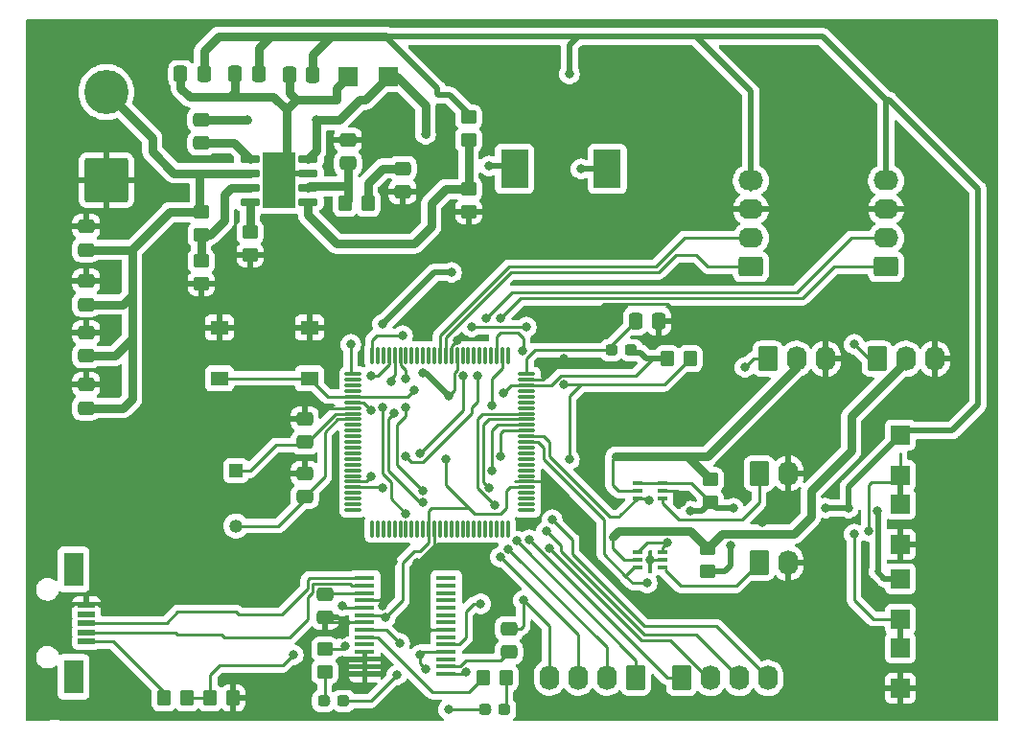
<source format=gbr>
%TF.GenerationSoftware,KiCad,Pcbnew,(6.0.7)*%
%TF.CreationDate,2022-11-16T17:50:00-06:00*%
%TF.ProjectId,ECE445PCBDesign (4),45434534-3435-4504-9342-44657369676e,rev?*%
%TF.SameCoordinates,Original*%
%TF.FileFunction,Copper,L1,Top*%
%TF.FilePolarity,Positive*%
%FSLAX46Y46*%
G04 Gerber Fmt 4.6, Leading zero omitted, Abs format (unit mm)*
G04 Created by KiCad (PCBNEW (6.0.7)) date 2022-11-16 17:50:00*
%MOMM*%
%LPD*%
G01*
G04 APERTURE LIST*
G04 Aperture macros list*
%AMRoundRect*
0 Rectangle with rounded corners*
0 $1 Rounding radius*
0 $2 $3 $4 $5 $6 $7 $8 $9 X,Y pos of 4 corners*
0 Add a 4 corners polygon primitive as box body*
4,1,4,$2,$3,$4,$5,$6,$7,$8,$9,$2,$3,0*
0 Add four circle primitives for the rounded corners*
1,1,$1+$1,$2,$3*
1,1,$1+$1,$4,$5*
1,1,$1+$1,$6,$7*
1,1,$1+$1,$8,$9*
0 Add four rect primitives between the rounded corners*
20,1,$1+$1,$2,$3,$4,$5,0*
20,1,$1+$1,$4,$5,$6,$7,0*
20,1,$1+$1,$6,$7,$8,$9,0*
20,1,$1+$1,$8,$9,$2,$3,0*%
G04 Aperture macros list end*
%TA.AperFunction,SMDPad,CuDef*%
%ADD10RoundRect,0.237500X-0.287500X-0.237500X0.287500X-0.237500X0.287500X0.237500X-0.287500X0.237500X0*%
%TD*%
%TA.AperFunction,SMDPad,CuDef*%
%ADD11RoundRect,0.250000X-0.337500X-0.475000X0.337500X-0.475000X0.337500X0.475000X-0.337500X0.475000X0*%
%TD*%
%TA.AperFunction,SMDPad,CuDef*%
%ADD12RoundRect,0.250000X-0.450000X0.350000X-0.450000X-0.350000X0.450000X-0.350000X0.450000X0.350000X0*%
%TD*%
%TA.AperFunction,SMDPad,CuDef*%
%ADD13RoundRect,0.075000X-0.075000X0.662500X-0.075000X-0.662500X0.075000X-0.662500X0.075000X0.662500X0*%
%TD*%
%TA.AperFunction,SMDPad,CuDef*%
%ADD14RoundRect,0.075000X-0.662500X0.075000X-0.662500X-0.075000X0.662500X-0.075000X0.662500X0.075000X0*%
%TD*%
%TA.AperFunction,ComponentPad*%
%ADD15RoundRect,0.250000X-0.620000X-0.845000X0.620000X-0.845000X0.620000X0.845000X-0.620000X0.845000X0*%
%TD*%
%TA.AperFunction,ComponentPad*%
%ADD16O,1.740000X2.190000*%
%TD*%
%TA.AperFunction,SMDPad,CuDef*%
%ADD17R,1.680000X1.700000*%
%TD*%
%TA.AperFunction,SMDPad,CuDef*%
%ADD18RoundRect,0.250000X0.450000X-0.350000X0.450000X0.350000X-0.450000X0.350000X-0.450000X-0.350000X0*%
%TD*%
%TA.AperFunction,SMDPad,CuDef*%
%ADD19RoundRect,0.250000X-0.350000X-0.450000X0.350000X-0.450000X0.350000X0.450000X-0.350000X0.450000X0*%
%TD*%
%TA.AperFunction,SMDPad,CuDef*%
%ADD20R,0.876300X0.355600*%
%TD*%
%TA.AperFunction,SMDPad,CuDef*%
%ADD21RoundRect,0.250000X-0.475000X0.337500X-0.475000X-0.337500X0.475000X-0.337500X0.475000X0.337500X0*%
%TD*%
%TA.AperFunction,SMDPad,CuDef*%
%ADD22R,1.500000X0.500000*%
%TD*%
%TA.AperFunction,SMDPad,CuDef*%
%ADD23R,1.800000X3.000000*%
%TD*%
%TA.AperFunction,SMDPad,CuDef*%
%ADD24RoundRect,0.237500X0.287500X0.237500X-0.287500X0.237500X-0.287500X-0.237500X0.287500X-0.237500X0*%
%TD*%
%TA.AperFunction,SMDPad,CuDef*%
%ADD25RoundRect,0.250000X0.475000X-0.337500X0.475000X0.337500X-0.475000X0.337500X-0.475000X-0.337500X0*%
%TD*%
%TA.AperFunction,ComponentPad*%
%ADD26RoundRect,0.250002X1.699998X-1.699998X1.699998X1.699998X-1.699998X1.699998X-1.699998X-1.699998X0*%
%TD*%
%TA.AperFunction,ComponentPad*%
%ADD27C,3.900000*%
%TD*%
%TA.AperFunction,SMDPad,CuDef*%
%ADD28R,2.400000X3.400000*%
%TD*%
%TA.AperFunction,SMDPad,CuDef*%
%ADD29R,1.750000X0.450000*%
%TD*%
%TA.AperFunction,ComponentPad*%
%ADD30RoundRect,0.250000X0.845000X-0.620000X0.845000X0.620000X-0.845000X0.620000X-0.845000X-0.620000X0*%
%TD*%
%TA.AperFunction,ComponentPad*%
%ADD31O,2.190000X1.740000*%
%TD*%
%TA.AperFunction,SMDPad,CuDef*%
%ADD32RoundRect,0.150000X-0.737500X-0.150000X0.737500X-0.150000X0.737500X0.150000X-0.737500X0.150000X0*%
%TD*%
%TA.AperFunction,ComponentPad*%
%ADD33C,0.500000*%
%TD*%
%TA.AperFunction,SMDPad,CuDef*%
%ADD34R,2.950000X4.900000*%
%TD*%
%TA.AperFunction,SMDPad,CuDef*%
%ADD35R,1.550000X1.300000*%
%TD*%
%TA.AperFunction,ComponentPad*%
%ADD36RoundRect,0.250000X0.620000X0.845000X-0.620000X0.845000X-0.620000X-0.845000X0.620000X-0.845000X0*%
%TD*%
%TA.AperFunction,ComponentPad*%
%ADD37R,1.192000X1.192000*%
%TD*%
%TA.AperFunction,ComponentPad*%
%ADD38C,1.192000*%
%TD*%
%TA.AperFunction,SMDPad,CuDef*%
%ADD39R,1.700000X1.680000*%
%TD*%
%TA.AperFunction,ViaPad*%
%ADD40C,0.800000*%
%TD*%
%TA.AperFunction,Conductor*%
%ADD41C,0.254000*%
%TD*%
%TA.AperFunction,Conductor*%
%ADD42C,0.508000*%
%TD*%
%TA.AperFunction,Conductor*%
%ADD43C,0.762000*%
%TD*%
G04 APERTURE END LIST*
D10*
%TO.P,L1,1,1*%
%TO.N,Net-(C5-Pad1)*%
X168543000Y-106934000D03*
%TO.P,L1,2,2*%
%TO.N,+5V*%
X170293000Y-106934000D03*
%TD*%
D11*
%TO.P,C5,1*%
%TO.N,Net-(C5-Pad1)*%
X170666500Y-104394000D03*
%TO.P,C5,2*%
%TO.N,GND*%
X172741500Y-104394000D03*
%TD*%
D12*
%TO.P,R2,1*%
%TO.N,Net-(R2-Pad1)*%
X143256000Y-133366000D03*
%TO.P,R2,2*%
%TO.N,Net-(D1-Pad1)*%
X143256000Y-135366000D03*
%TD*%
D13*
%TO.P,U2,1,PG5*%
%TO.N,unconnected-(U2-Pad1)*%
X159416000Y-107399500D03*
%TO.P,U2,2,PE0*%
%TO.N,/ContDataIn*%
X158916000Y-107399500D03*
%TO.P,U2,3,PE1*%
%TO.N,/ContDataOut*%
X158416000Y-107399500D03*
%TO.P,U2,4,PE2*%
%TO.N,unconnected-(U2-Pad4)*%
X157916000Y-107399500D03*
%TO.P,U2,5,PE3*%
%TO.N,unconnected-(U2-Pad5)*%
X157416000Y-107399500D03*
%TO.P,U2,6,PE4*%
%TO.N,unconnected-(U2-Pad6)*%
X156916000Y-107399500D03*
%TO.P,U2,7,PE5*%
%TO.N,unconnected-(U2-Pad7)*%
X156416000Y-107399500D03*
%TO.P,U2,8,PE6*%
%TO.N,unconnected-(U2-Pad8)*%
X155916000Y-107399500D03*
%TO.P,U2,9,PE7*%
%TO.N,unconnected-(U2-Pad9)*%
X155416000Y-107399500D03*
%TO.P,U2,10,VCC*%
%TO.N,+5V*%
X154916000Y-107399500D03*
%TO.P,U2,11,GND*%
%TO.N,GND*%
X154416000Y-107399500D03*
%TO.P,U2,12,PH0*%
%TO.N,/ODriveUARTTX2*%
X153916000Y-107399500D03*
%TO.P,U2,13,PH1*%
%TO.N,/ODriveUARTRX2*%
X153416000Y-107399500D03*
%TO.P,U2,14,PH2*%
%TO.N,unconnected-(U2-Pad14)*%
X152916000Y-107399500D03*
%TO.P,U2,15,PH3*%
%TO.N,unconnected-(U2-Pad15)*%
X152416000Y-107399500D03*
%TO.P,U2,16,PH4*%
%TO.N,unconnected-(U2-Pad16)*%
X151916000Y-107399500D03*
%TO.P,U2,17,PH5*%
%TO.N,unconnected-(U2-Pad17)*%
X151416000Y-107399500D03*
%TO.P,U2,18,PH6*%
%TO.N,unconnected-(U2-Pad18)*%
X150916000Y-107399500D03*
%TO.P,U2,19,PB0*%
%TO.N,unconnected-(U2-Pad19)*%
X150416000Y-107399500D03*
%TO.P,U2,20,PB1*%
%TO.N,Net-(U2-Pad20)*%
X149916000Y-107399500D03*
%TO.P,U2,21,PB2*%
%TO.N,Net-(U2-Pad21)*%
X149416000Y-107399500D03*
%TO.P,U2,22,PB3*%
%TO.N,Net-(U2-Pad22)*%
X148916000Y-107399500D03*
%TO.P,U2,23,PB4*%
%TO.N,unconnected-(U2-Pad23)*%
X148416000Y-107399500D03*
%TO.P,U2,24,PB5*%
%TO.N,unconnected-(U2-Pad24)*%
X147916000Y-107399500D03*
%TO.P,U2,25,PB6*%
%TO.N,/ServoPWM2*%
X147416000Y-107399500D03*
D14*
%TO.P,U2,26,PB7*%
%TO.N,/ServoPWM1*%
X145753500Y-109062000D03*
%TO.P,U2,27,PH7*%
%TO.N,unconnected-(U2-Pad27)*%
X145753500Y-109562000D03*
%TO.P,U2,28,PG3*%
%TO.N,unconnected-(U2-Pad28)*%
X145753500Y-110062000D03*
%TO.P,U2,29,PG4*%
%TO.N,unconnected-(U2-Pad29)*%
X145753500Y-110562000D03*
%TO.P,U2,30,~{RESET}*%
%TO.N,Net-(C2-Pad2)*%
X145753500Y-111062000D03*
%TO.P,U2,31,VCC*%
%TO.N,+5V*%
X145753500Y-111562000D03*
%TO.P,U2,32,GND*%
%TO.N,GND*%
X145753500Y-112062000D03*
%TO.P,U2,33,XTAL2*%
%TO.N,Net-(C4-Pad2)*%
X145753500Y-112562000D03*
%TO.P,U2,34,XTAL1*%
%TO.N,Net-(C3-Pad2)*%
X145753500Y-113062000D03*
%TO.P,U2,35,PL0*%
%TO.N,unconnected-(U2-Pad35)*%
X145753500Y-113562000D03*
%TO.P,U2,36,PL1*%
%TO.N,unconnected-(U2-Pad36)*%
X145753500Y-114062000D03*
%TO.P,U2,37,PL2*%
%TO.N,unconnected-(U2-Pad37)*%
X145753500Y-114562000D03*
%TO.P,U2,38,PL3*%
%TO.N,unconnected-(U2-Pad38)*%
X145753500Y-115062000D03*
%TO.P,U2,39,PL4*%
%TO.N,unconnected-(U2-Pad39)*%
X145753500Y-115562000D03*
%TO.P,U2,40,PL5*%
%TO.N,unconnected-(U2-Pad40)*%
X145753500Y-116062000D03*
%TO.P,U2,41,PL6*%
%TO.N,unconnected-(U2-Pad41)*%
X145753500Y-116562000D03*
%TO.P,U2,42,PL7*%
%TO.N,unconnected-(U2-Pad42)*%
X145753500Y-117062000D03*
%TO.P,U2,43,PD0*%
%TO.N,unconnected-(U2-Pad43)*%
X145753500Y-117562000D03*
%TO.P,U2,44,PD1*%
%TO.N,unconnected-(U2-Pad44)*%
X145753500Y-118062000D03*
%TO.P,U2,45,PD2*%
%TO.N,/ODriveUARTTX1*%
X145753500Y-118562000D03*
%TO.P,U2,46,PD3*%
%TO.N,/ODriveUARTRX1*%
X145753500Y-119062000D03*
%TO.P,U2,47,PD4*%
%TO.N,unconnected-(U2-Pad47)*%
X145753500Y-119562000D03*
%TO.P,U2,48,PD5*%
%TO.N,unconnected-(U2-Pad48)*%
X145753500Y-120062000D03*
%TO.P,U2,49,PD6*%
%TO.N,unconnected-(U2-Pad49)*%
X145753500Y-120562000D03*
%TO.P,U2,50,PD7*%
%TO.N,unconnected-(U2-Pad50)*%
X145753500Y-121062000D03*
D13*
%TO.P,U2,51,PG0*%
%TO.N,unconnected-(U2-Pad51)*%
X147416000Y-122724500D03*
%TO.P,U2,52,PG1*%
%TO.N,unconnected-(U2-Pad52)*%
X147916000Y-122724500D03*
%TO.P,U2,53,PC0*%
%TO.N,unconnected-(U2-Pad53)*%
X148416000Y-122724500D03*
%TO.P,U2,54,PC1*%
%TO.N,unconnected-(U2-Pad54)*%
X148916000Y-122724500D03*
%TO.P,U2,55,PC2*%
%TO.N,unconnected-(U2-Pad55)*%
X149416000Y-122724500D03*
%TO.P,U2,56,PC3*%
%TO.N,unconnected-(U2-Pad56)*%
X149916000Y-122724500D03*
%TO.P,U2,57,PC4*%
%TO.N,unconnected-(U2-Pad57)*%
X150416000Y-122724500D03*
%TO.P,U2,58,PC5*%
%TO.N,unconnected-(U2-Pad58)*%
X150916000Y-122724500D03*
%TO.P,U2,59,PC6*%
%TO.N,unconnected-(U2-Pad59)*%
X151416000Y-122724500D03*
%TO.P,U2,60,PC7*%
%TO.N,unconnected-(U2-Pad60)*%
X151916000Y-122724500D03*
%TO.P,U2,61,VCC*%
%TO.N,+5V*%
X152416000Y-122724500D03*
%TO.P,U2,62,GND*%
%TO.N,GND*%
X152916000Y-122724500D03*
%TO.P,U2,63,PJ0*%
%TO.N,unconnected-(U2-Pad63)*%
X153416000Y-122724500D03*
%TO.P,U2,64,PJ1*%
%TO.N,unconnected-(U2-Pad64)*%
X153916000Y-122724500D03*
%TO.P,U2,65,PJ2*%
%TO.N,unconnected-(U2-Pad65)*%
X154416000Y-122724500D03*
%TO.P,U2,66,PJ3*%
%TO.N,unconnected-(U2-Pad66)*%
X154916000Y-122724500D03*
%TO.P,U2,67,PJ4*%
%TO.N,unconnected-(U2-Pad67)*%
X155416000Y-122724500D03*
%TO.P,U2,68,PJ5*%
%TO.N,unconnected-(U2-Pad68)*%
X155916000Y-122724500D03*
%TO.P,U2,69,PJ6*%
%TO.N,unconnected-(U2-Pad69)*%
X156416000Y-122724500D03*
%TO.P,U2,70,PG2*%
%TO.N,unconnected-(U2-Pad70)*%
X156916000Y-122724500D03*
%TO.P,U2,71,PA7*%
%TO.N,unconnected-(U2-Pad71)*%
X157416000Y-122724500D03*
%TO.P,U2,72,PA6*%
%TO.N,unconnected-(U2-Pad72)*%
X157916000Y-122724500D03*
%TO.P,U2,73,PA5*%
%TO.N,unconnected-(U2-Pad73)*%
X158416000Y-122724500D03*
%TO.P,U2,74,PA4*%
%TO.N,unconnected-(U2-Pad74)*%
X158916000Y-122724500D03*
%TO.P,U2,75,PA3*%
%TO.N,unconnected-(U2-Pad75)*%
X159416000Y-122724500D03*
D14*
%TO.P,U2,76,PA2*%
%TO.N,unconnected-(U2-Pad76)*%
X161078500Y-121062000D03*
%TO.P,U2,77,PA1*%
%TO.N,unconnected-(U2-Pad77)*%
X161078500Y-120562000D03*
%TO.P,U2,78,PA0*%
%TO.N,unconnected-(U2-Pad78)*%
X161078500Y-120062000D03*
%TO.P,U2,79,PJ7*%
%TO.N,unconnected-(U2-Pad79)*%
X161078500Y-119562000D03*
%TO.P,U2,80,VCC*%
%TO.N,+5V*%
X161078500Y-119062000D03*
%TO.P,U2,81,GND*%
%TO.N,GND*%
X161078500Y-118562000D03*
%TO.P,U2,82,PK7*%
%TO.N,unconnected-(U2-Pad82)*%
X161078500Y-118062000D03*
%TO.P,U2,83,PK6*%
%TO.N,unconnected-(U2-Pad83)*%
X161078500Y-117562000D03*
%TO.P,U2,84,PK5*%
%TO.N,unconnected-(U2-Pad84)*%
X161078500Y-117062000D03*
%TO.P,U2,85,PK4*%
%TO.N,unconnected-(U2-Pad85)*%
X161078500Y-116562000D03*
%TO.P,U2,86,PK3*%
%TO.N,unconnected-(U2-Pad86)*%
X161078500Y-116062000D03*
%TO.P,U2,87,PK2*%
%TO.N,unconnected-(U2-Pad87)*%
X161078500Y-115562000D03*
%TO.P,U2,88,PK1*%
%TO.N,/ServoCurrent1*%
X161078500Y-115062000D03*
%TO.P,U2,89,PK0*%
%TO.N,/ServoCurrent2*%
X161078500Y-114562000D03*
%TO.P,U2,90,PF7*%
%TO.N,Net-(U2-Pad90)*%
X161078500Y-114062000D03*
%TO.P,U2,91,PF6*%
%TO.N,Net-(U2-Pad91)*%
X161078500Y-113562000D03*
%TO.P,U2,92,PF5*%
%TO.N,Net-(U2-Pad92)*%
X161078500Y-113062000D03*
%TO.P,U2,93,PF4*%
%TO.N,Net-(U2-Pad93)*%
X161078500Y-112562000D03*
%TO.P,U2,94,PF3*%
%TO.N,unconnected-(U2-Pad94)*%
X161078500Y-112062000D03*
%TO.P,U2,95,PF2*%
%TO.N,unconnected-(U2-Pad95)*%
X161078500Y-111562000D03*
%TO.P,U2,96,PF1*%
%TO.N,unconnected-(U2-Pad96)*%
X161078500Y-111062000D03*
%TO.P,U2,97,PF0*%
%TO.N,unconnected-(U2-Pad97)*%
X161078500Y-110562000D03*
%TO.P,U2,98,AREF*%
%TO.N,+5V*%
X161078500Y-110062000D03*
%TO.P,U2,99,GND*%
%TO.N,GND*%
X161078500Y-109562000D03*
%TO.P,U2,100,AVCC*%
%TO.N,Net-(C5-Pad1)*%
X161078500Y-109062000D03*
%TD*%
D15*
%TO.P,M1,1,PWM*%
%TO.N,/ServoPWM1*%
X192024000Y-107716000D03*
D16*
%TO.P,M1,2,+*%
%TO.N,Net-(M1-Pad2)*%
X194564000Y-107716000D03*
%TO.P,M1,3,-*%
%TO.N,GND*%
X197104000Y-107716000D03*
%TD*%
D15*
%TO.P,Servo2TestConnection1,1,Pin_1*%
%TO.N,Net-(Servo2TestConnection1-Pad1)*%
X181610000Y-117836000D03*
D16*
%TO.P,Servo2TestConnection1,2,Pin_2*%
%TO.N,GND*%
X184150000Y-117836000D03*
%TD*%
D12*
%TO.P,R4,1*%
%TO.N,Net-(C6-Pad2)*%
X132334000Y-94758000D03*
%TO.P,R4,2*%
%TO.N,Net-(R4-Pad2)*%
X132334000Y-96758000D03*
%TD*%
D17*
%TO.P,D6,1,K*%
%TO.N,/ServoCurrent2*%
X194056000Y-130708500D03*
%TO.P,D6,2,A*%
%TO.N,+5V*%
X194056000Y-127128500D03*
%TD*%
D18*
%TO.P,Shunt2,1*%
%TO.N,+5V*%
X177292000Y-120380000D03*
%TO.P,Shunt2,2*%
%TO.N,Net-(M2-Pad2)*%
X177292000Y-118380000D03*
%TD*%
D19*
%TO.P,R6,1*%
%TO.N,Net-(C11-Pad2)*%
X145050000Y-93980000D03*
%TO.P,R6,2*%
%TO.N,Net-(C10-Pad2)*%
X147050000Y-93980000D03*
%TD*%
D20*
%TO.P,U3,1,REF*%
%TO.N,Net-(Servo1TestConnection1-Pad1)*%
X173069250Y-126125999D03*
%TO.P,U3,2,GND*%
%TO.N,GND*%
X173069250Y-125476000D03*
%TO.P,U3,3,V+*%
%TO.N,+5V*%
X173069250Y-124826001D03*
%TO.P,U3,4,+*%
X170846750Y-124826001D03*
%TO.P,U3,5,-*%
%TO.N,Net-(M1-Pad2)*%
X170846750Y-125476000D03*
%TO.P,U3,6*%
%TO.N,/ServoCurrent1*%
X170846750Y-126125999D03*
%TD*%
D19*
%TO.P,R9,1*%
%TO.N,Net-(R9-Pad1)*%
X129048000Y-137668000D03*
%TO.P,R9,2*%
%TO.N,Net-(U1-Pad19)*%
X131048000Y-137668000D03*
%TD*%
D21*
%TO.P,C9,1*%
%TO.N,GND*%
X122174000Y-109982000D03*
%TO.P,C9,2*%
%TO.N,Net-(C6-Pad2)*%
X122174000Y-112057000D03*
%TD*%
D22*
%TO.P,J1,1,VBUS*%
%TO.N,Net-(R9-Pad1)*%
X122201500Y-132664000D03*
%TO.P,J1,2,D-*%
%TO.N,Net-(U1-Pad16)*%
X122201500Y-131864000D03*
%TO.P,J1,3,D+*%
%TO.N,Net-(U1-Pad15)*%
X122201500Y-131064000D03*
%TO.P,J1,4,ID*%
%TO.N,unconnected-(J1-Pad4)*%
X122201500Y-130264000D03*
%TO.P,J1,5,GND*%
%TO.N,GND*%
X122201500Y-129464000D03*
D23*
%TO.P,J1,6,Shield*%
%TO.N,unconnected-(J1-Pad6)*%
X121051500Y-135814000D03*
X121051500Y-126314000D03*
%TD*%
D21*
%TO.P,C4,1*%
%TO.N,GND*%
X141478000Y-113008500D03*
%TO.P,C4,2*%
%TO.N,Net-(C4-Pad2)*%
X141478000Y-115083500D03*
%TD*%
D24*
%TO.P,D2,1,K*%
%TO.N,Net-(D2-Pad1)*%
X159117000Y-138684000D03*
%TO.P,D2,2,A*%
%TO.N,+5V*%
X157367000Y-138684000D03*
%TD*%
D17*
%TO.P,D5,1,K*%
%TO.N,GND*%
X194056000Y-124104500D03*
%TO.P,D5,2,A*%
%TO.N,/ServoCurrent1*%
X194056000Y-120524500D03*
%TD*%
D25*
%TO.P,C2,1*%
%TO.N,/ResetThruUSB*%
X159512000Y-133625500D03*
%TO.P,C2,2*%
%TO.N,Net-(C2-Pad2)*%
X159512000Y-131550500D03*
%TD*%
%TO.P,C1,1*%
%TO.N,GND*%
X143256000Y-130556000D03*
%TO.P,C1,2*%
%TO.N,Net-(C1-Pad2)*%
X143256000Y-128481000D03*
%TD*%
D21*
%TO.P,C3,1*%
%TO.N,GND*%
X141478000Y-117818500D03*
%TO.P,C3,2*%
%TO.N,Net-(C3-Pad2)*%
X141478000Y-119893500D03*
%TD*%
D26*
%TO.P,LiPO_IN1,1,Pin_1*%
%TO.N,GND*%
X123952000Y-91948000D03*
D27*
%TO.P,LiPO_IN1,2,Pin_2*%
%TO.N,Net-(C6-Pad2)*%
X123952000Y-84148000D03*
%TD*%
D15*
%TO.P,M2,1,PWM*%
%TO.N,/ServoPWM2*%
X182372000Y-107716000D03*
D16*
%TO.P,M2,2,+*%
%TO.N,Net-(M2-Pad2)*%
X184912000Y-107716000D03*
%TO.P,M2,3,-*%
%TO.N,GND*%
X187452000Y-107716000D03*
%TD*%
D28*
%TO.P,L2,1,1*%
%TO.N,Net-(C12-Pad1)*%
X159984000Y-90932000D03*
%TO.P,L2,2,2*%
%TO.N,+5V*%
X168184000Y-90932000D03*
%TD*%
D29*
%TO.P,U1,1,TXD*%
%TO.N,/ContDataIn*%
X153968000Y-135543000D03*
%TO.P,U1,2,DTR*%
%TO.N,/ResetThruUSB*%
X153968000Y-134893000D03*
%TO.P,U1,3,RTS*%
%TO.N,unconnected-(U1-Pad3)*%
X153968000Y-134243000D03*
%TO.P,U1,4,VCCIO*%
%TO.N,+5V*%
X153968000Y-133593000D03*
%TO.P,U1,5,RXD*%
%TO.N,/ContDataOut*%
X153968000Y-132943000D03*
%TO.P,U1,6,RI*%
%TO.N,unconnected-(U1-Pad6)*%
X153968000Y-132293000D03*
%TO.P,U1,7,GND*%
%TO.N,GND*%
X153968000Y-131643000D03*
%TO.P,U1,8*%
%TO.N,N/C*%
X153968000Y-130993000D03*
%TO.P,U1,9,DCR*%
%TO.N,unconnected-(U1-Pad9)*%
X153968000Y-130343000D03*
%TO.P,U1,10,DCD*%
%TO.N,unconnected-(U1-Pad10)*%
X153968000Y-129693000D03*
%TO.P,U1,11,CTS*%
%TO.N,unconnected-(U1-Pad11)*%
X153968000Y-129043000D03*
%TO.P,U1,12,CBUS4*%
%TO.N,unconnected-(U1-Pad12)*%
X153968000Y-128393000D03*
%TO.P,U1,13,CBUS2*%
%TO.N,unconnected-(U1-Pad13)*%
X153968000Y-127743000D03*
%TO.P,U1,14,CBUS3*%
%TO.N,unconnected-(U1-Pad14)*%
X153968000Y-127093000D03*
%TO.P,U1,15,USBD+*%
%TO.N,Net-(U1-Pad15)*%
X146768000Y-127093000D03*
%TO.P,U1,16,USBD-*%
%TO.N,Net-(U1-Pad16)*%
X146768000Y-127743000D03*
%TO.P,U1,17,3V3OUT*%
%TO.N,Net-(C1-Pad2)*%
X146768000Y-128393000D03*
%TO.P,U1,18,GND*%
%TO.N,GND*%
X146768000Y-129043000D03*
%TO.P,U1,19,~{RESET}*%
%TO.N,Net-(U1-Pad19)*%
X146768000Y-129693000D03*
%TO.P,U1,20,VCC*%
%TO.N,+5V*%
X146768000Y-130343000D03*
%TO.P,U1,21,GND*%
%TO.N,GND*%
X146768000Y-130993000D03*
%TO.P,U1,22,CBUS1*%
%TO.N,Net-(R2-Pad1)*%
X146768000Y-131643000D03*
%TO.P,U1,23,CBUS0*%
%TO.N,Net-(R3-Pad1)*%
X146768000Y-132293000D03*
%TO.P,U1,24*%
%TO.N,N/C*%
X146768000Y-132943000D03*
%TO.P,U1,25,AGND*%
%TO.N,GND*%
X146768000Y-133593000D03*
%TO.P,U1,26,TEST*%
X146768000Y-134243000D03*
%TO.P,U1,27,OSCI*%
X146768000Y-134893000D03*
%TO.P,U1,28,OSCO*%
X146768000Y-135543000D03*
%TD*%
D30*
%TO.P,ODriveConnector2,1,Pin_1*%
%TO.N,/ODriveUARTTX2*%
X180868000Y-99568000D03*
D31*
%TO.P,ODriveConnector2,2,Pin_2*%
%TO.N,/ODriveUARTRX2*%
X180868000Y-97028000D03*
%TO.P,ODriveConnector2,3,Pin_3*%
%TO.N,GND*%
X180868000Y-94488000D03*
%TO.P,ODriveConnector2,4,Pin_4*%
%TO.N,+5V*%
X180868000Y-91948000D03*
%TD*%
D32*
%TO.P,U5,1,BOOT*%
%TO.N,Net-(C12-Pad2)*%
X136629500Y-90043000D03*
%TO.P,U5,2,VIN*%
%TO.N,Net-(C6-Pad2)*%
X136629500Y-91313000D03*
%TO.P,U5,3,EN*%
%TO.N,Net-(R4-Pad2)*%
X136629500Y-92583000D03*
%TO.P,U5,4,RT/CLK*%
%TO.N,Net-(U5-Pad4)*%
X136629500Y-93853000D03*
%TO.P,U5,5,FB*%
%TO.N,Net-(R7-Pad2)*%
X141754500Y-93853000D03*
%TO.P,U5,6,COMP*%
%TO.N,Net-(C11-Pad2)*%
X141754500Y-92583000D03*
%TO.P,U5,7,GND*%
%TO.N,Net-(C13-Pad1)*%
X141754500Y-91313000D03*
%TO.P,U5,8,SW*%
%TO.N,Net-(C12-Pad1)*%
X141754500Y-90043000D03*
D33*
%TO.P,U5,9,GND*%
%TO.N,Net-(C13-Pad1)*%
X138542000Y-91948000D03*
X138542000Y-90648000D03*
X139842000Y-90648000D03*
D34*
X139192000Y-91948000D03*
D33*
X139842000Y-93248000D03*
X138542000Y-93248000D03*
X139842000Y-91948000D03*
%TD*%
D25*
%TO.P,C10,1*%
%TO.N,GND*%
X150114000Y-92964000D03*
%TO.P,C10,2*%
%TO.N,Net-(C10-Pad2)*%
X150114000Y-90889000D03*
%TD*%
D11*
%TO.P,C14,1*%
%TO.N,Net-(C13-Pad1)*%
X135323000Y-82550000D03*
%TO.P,C14,2*%
%TO.N,+5V*%
X137398000Y-82550000D03*
%TD*%
D18*
%TO.P,Shunt1,1*%
%TO.N,+5V*%
X177038000Y-126476000D03*
%TO.P,Shunt1,2*%
%TO.N,Net-(M1-Pad2)*%
X177038000Y-124476000D03*
%TD*%
D21*
%TO.P,C12,1*%
%TO.N,Net-(C12-Pad1)*%
X132334000Y-86592500D03*
%TO.P,C12,2*%
%TO.N,Net-(C12-Pad2)*%
X132334000Y-88667500D03*
%TD*%
D35*
%TO.P,SW1,1,C*%
%TO.N,GND*%
X141897000Y-104938000D03*
X133947000Y-104938000D03*
%TO.P,SW1,2,D*%
%TO.N,Net-(C2-Pad2)*%
X133947000Y-109438000D03*
X141897000Y-109438000D03*
%TD*%
D15*
%TO.P,Servo1TestConnection1,1,Pin_1*%
%TO.N,Net-(Servo1TestConnection1-Pad1)*%
X181610000Y-125730000D03*
D16*
%TO.P,Servo1TestConnection1,2,Pin_2*%
%TO.N,GND*%
X184150000Y-125730000D03*
%TD*%
D30*
%TO.P,ODriveConnector1,1,Pin_1*%
%TO.N,/ODriveUARTTX1*%
X192806000Y-99568000D03*
D31*
%TO.P,ODriveConnector1,2,Pin_2*%
%TO.N,/ODriveUARTRX1*%
X192806000Y-97028000D03*
%TO.P,ODriveConnector1,3,Pin_3*%
%TO.N,GND*%
X192806000Y-94488000D03*
%TO.P,ODriveConnector1,4,Pin_4*%
%TO.N,+5V*%
X192806000Y-91948000D03*
%TD*%
D17*
%TO.P,D7,1,K*%
%TO.N,GND*%
X194056000Y-136804500D03*
%TO.P,D7,2,A*%
%TO.N,/ServoCurrent2*%
X194056000Y-133224500D03*
%TD*%
D15*
%TO.P,ProgrammingPins1,1,Pin_1*%
%TO.N,Net-(U2-Pad93)*%
X174752000Y-135910000D03*
D16*
%TO.P,ProgrammingPins1,2,Pin_2*%
%TO.N,Net-(U2-Pad92)*%
X177292000Y-135910000D03*
%TO.P,ProgrammingPins1,3,Pin_3*%
%TO.N,Net-(U2-Pad91)*%
X179832000Y-135910000D03*
%TO.P,ProgrammingPins1,4,Pin_4*%
%TO.N,Net-(U2-Pad90)*%
X182372000Y-135910000D03*
%TD*%
D21*
%TO.P,C6,1*%
%TO.N,GND*%
X122174000Y-96012000D03*
%TO.P,C6,2*%
%TO.N,Net-(C6-Pad2)*%
X122174000Y-98087000D03*
%TD*%
D19*
%TO.P,R1,1*%
%TO.N,+5V*%
X173498000Y-107696000D03*
%TO.P,R1,2*%
%TO.N,Net-(C2-Pad2)*%
X175498000Y-107696000D03*
%TD*%
D12*
%TO.P,R5,1*%
%TO.N,Net-(R4-Pad2)*%
X132334000Y-99092000D03*
%TO.P,R5,2*%
%TO.N,GND*%
X132334000Y-101092000D03*
%TD*%
D17*
%TO.P,D4,1,K*%
%TO.N,/ServoCurrent1*%
X194056000Y-118008500D03*
%TO.P,D4,2,A*%
%TO.N,+5V*%
X194056000Y-114428500D03*
%TD*%
D11*
%TO.P,C13,1*%
%TO.N,Net-(C13-Pad1)*%
X140109000Y-82634000D03*
%TO.P,C13,2*%
%TO.N,+5V*%
X142184000Y-82634000D03*
%TD*%
%TO.P,C15,1*%
%TO.N,Net-(C13-Pad1)*%
X130513000Y-82550000D03*
%TO.P,C15,2*%
%TO.N,+5V*%
X132588000Y-82550000D03*
%TD*%
D10*
%TO.P,D1,1,K*%
%TO.N,Net-(D1-Pad1)*%
X143143000Y-137922000D03*
%TO.P,D1,2,A*%
%TO.N,+5V*%
X144893000Y-137922000D03*
%TD*%
D21*
%TO.P,C8,1*%
%TO.N,GND*%
X122174000Y-105388500D03*
%TO.P,C8,2*%
%TO.N,Net-(C6-Pad2)*%
X122174000Y-107463500D03*
%TD*%
%TO.P,C7,1*%
%TO.N,GND*%
X122174000Y-100838000D03*
%TO.P,C7,2*%
%TO.N,Net-(C6-Pad2)*%
X122174000Y-102913000D03*
%TD*%
D36*
%TO.P,JTAGExposure1,1,Pin_1*%
%TO.N,Net-(U2-Pad20)*%
X170688000Y-135870000D03*
D16*
%TO.P,JTAGExposure1,2,Pin_2*%
%TO.N,Net-(U2-Pad21)*%
X168148000Y-135870000D03*
%TO.P,JTAGExposure1,3,Pin_3*%
%TO.N,Net-(U2-Pad22)*%
X165608000Y-135870000D03*
%TO.P,JTAGExposure1,4,Pin_4*%
%TO.N,Net-(C2-Pad2)*%
X163068000Y-135870000D03*
%TD*%
D12*
%TO.P,R8,1*%
%TO.N,Net-(R7-Pad2)*%
X155956000Y-92726000D03*
%TO.P,R8,2*%
%TO.N,GND*%
X155956000Y-94726000D03*
%TD*%
D21*
%TO.P,C11,1*%
%TO.N,GND*%
X145288000Y-88370500D03*
%TO.P,C11,2*%
%TO.N,Net-(C11-Pad2)*%
X145288000Y-90445500D03*
%TD*%
D19*
%TO.P,R10,1*%
%TO.N,Net-(U1-Pad19)*%
X133128000Y-137668000D03*
%TO.P,R10,2*%
%TO.N,GND*%
X135128000Y-137668000D03*
%TD*%
D12*
%TO.P,R11,1*%
%TO.N,Net-(U5-Pad4)*%
X136652000Y-96536000D03*
%TO.P,R11,2*%
%TO.N,GND*%
X136652000Y-98536000D03*
%TD*%
D19*
%TO.P,R3,1*%
%TO.N,Net-(R3-Pad1)*%
X157242000Y-135890000D03*
%TO.P,R3,2*%
%TO.N,Net-(D2-Pad1)*%
X159242000Y-135890000D03*
%TD*%
D37*
%TO.P,Y1,1,1*%
%TO.N,Net-(C4-Pad2)*%
X135382000Y-117602000D03*
D38*
%TO.P,Y1,2,2*%
%TO.N,Net-(C3-Pad2)*%
X135382000Y-122482000D03*
%TD*%
D20*
%TO.P,U4,1,REF*%
%TO.N,Net-(Servo2TestConnection1-Pad1)*%
X173069250Y-120029999D03*
%TO.P,U4,2,GND*%
%TO.N,GND*%
X173069250Y-119380000D03*
%TO.P,U4,3,V+*%
%TO.N,+5V*%
X173069250Y-118730001D03*
%TO.P,U4,4,+*%
X170846750Y-118730001D03*
%TO.P,U4,5,-*%
%TO.N,Net-(M2-Pad2)*%
X170846750Y-119380000D03*
%TO.P,U4,6*%
%TO.N,/ServoCurrent2*%
X170846750Y-120029999D03*
%TD*%
D12*
%TO.P,R7,1*%
%TO.N,+5V*%
X155956000Y-86376000D03*
%TO.P,R7,2*%
%TO.N,Net-(R7-Pad2)*%
X155956000Y-88376000D03*
%TD*%
D39*
%TO.P,D3,1,K*%
%TO.N,Net-(C13-Pad1)*%
X145276000Y-82804000D03*
%TO.P,D3,2,A*%
%TO.N,Net-(C12-Pad1)*%
X148856000Y-82804000D03*
%TD*%
D40*
%TO.N,GND*%
X181864000Y-122174000D03*
X144780000Y-134366000D03*
X149230714Y-125597286D03*
X151384000Y-125730000D03*
X150108286Y-130815714D03*
X171987502Y-125476000D03*
X152146000Y-105664000D03*
X164338000Y-107696000D03*
X150876000Y-96012000D03*
X152908000Y-98044000D03*
X174752000Y-120396000D03*
X183642000Y-121757500D03*
X187452000Y-123698000D03*
X165100000Y-105664000D03*
X197612000Y-112268000D03*
X198628000Y-115316000D03*
X148336000Y-129540000D03*
X154940000Y-106062500D03*
X144780000Y-132080000D03*
%TO.N,+5V*%
X192024000Y-121158000D03*
X152146000Y-135128000D03*
X189484000Y-120904000D03*
X154432000Y-100076000D03*
X154178000Y-138684000D03*
X149606000Y-135636000D03*
X154178000Y-110998000D03*
X151892000Y-108966000D03*
X165862000Y-90932000D03*
X164846000Y-82550000D03*
X179070000Y-124206000D03*
X179324000Y-120904000D03*
X159004000Y-110744000D03*
X151638000Y-133858000D03*
X147320000Y-112268000D03*
X148590000Y-130556000D03*
X173482000Y-123952000D03*
X187452000Y-120904000D03*
X153924000Y-116586000D03*
X148336000Y-104648000D03*
X175514000Y-121158000D03*
%TO.N,Net-(C12-Pad1)*%
X152146000Y-87884000D03*
X136398000Y-86614000D03*
X142494000Y-86614000D03*
X157734000Y-90678000D03*
%TO.N,/ServoPWM1*%
X145542000Y-106426000D03*
X189992000Y-106426000D03*
%TO.N,/ServoPWM2*%
X150114000Y-105664000D03*
X156210000Y-104902000D03*
X161036000Y-104902000D03*
X180340000Y-108458000D03*
%TO.N,/ODriveUARTTX1*%
X147320000Y-118110000D03*
X150362286Y-116326286D03*
X156718000Y-109220000D03*
X158750000Y-104140000D03*
%TO.N,/ODriveUARTRX1*%
X157480000Y-104140000D03*
X148336000Y-119126000D03*
X151638000Y-116078000D03*
X155448000Y-109220000D03*
%TO.N,Net-(R2-Pad1)*%
X149854286Y-132847714D03*
X145034000Y-133096000D03*
%TO.N,/ContDataIn*%
X155718464Y-135398464D03*
X157988000Y-111835500D03*
%TO.N,Net-(U2-Pad20)*%
X151892000Y-119380000D03*
X150368000Y-112014000D03*
X160157797Y-123802776D03*
X150368000Y-109474000D03*
%TO.N,/ContDataOut*%
X160676017Y-107028555D03*
X157018424Y-129355636D03*
%TO.N,Net-(U2-Pad21)*%
X159451042Y-124509531D03*
X151892000Y-120387997D03*
X149352000Y-112522000D03*
X149098000Y-109728000D03*
%TO.N,Net-(U2-Pad22)*%
X150368000Y-121387500D03*
X147314286Y-109214286D03*
X158744286Y-125216286D03*
X148336000Y-112014000D03*
%TO.N,Net-(U2-Pad93)*%
X158242000Y-120650000D03*
X161290000Y-123698000D03*
%TO.N,/ServoCurrent1*%
X171704000Y-127508000D03*
X191262000Y-122936000D03*
%TO.N,/ServoCurrent2*%
X189992000Y-123190000D03*
X171894584Y-120181099D03*
%TO.N,Net-(C2-Pad2)*%
X160782000Y-129032000D03*
X164846000Y-116586000D03*
X164338000Y-109982000D03*
X151130000Y-110490000D03*
%TO.N,Net-(U2-Pad92)*%
X163068000Y-124448572D03*
X157739714Y-119120286D03*
%TO.N,Net-(U2-Pad91)*%
X162814000Y-122936000D03*
X157988000Y-117602000D03*
%TO.N,Net-(U2-Pad90)*%
X163322000Y-121920000D03*
X158750000Y-116332000D03*
%TO.N,Net-(U1-Pad19)*%
X144780000Y-129540000D03*
X140462000Y-133858000D03*
%TD*%
D41*
%TO.N,GND*%
X173482000Y-102870000D02*
X173990000Y-103378000D01*
X149230714Y-125597286D02*
X148325000Y-126503000D01*
X146768000Y-129043000D02*
X148325000Y-129043000D01*
X152916000Y-124198000D02*
X151384000Y-125730000D01*
X161078500Y-118562000D02*
X162504000Y-118562000D01*
X154940000Y-106069486D02*
X154940000Y-106062500D01*
X154416000Y-106593486D02*
X154940000Y-106069486D01*
X153968000Y-131643000D02*
X150935572Y-131643000D01*
X152146000Y-104902000D02*
X152654000Y-104394000D01*
X172212000Y-102870000D02*
X173482000Y-102870000D01*
X144963000Y-130993000D02*
X144780000Y-131176000D01*
X162504000Y-118562000D02*
X162560000Y-118618000D01*
X182280500Y-121757500D02*
X181864000Y-122174000D01*
X144963000Y-130993000D02*
X143693000Y-130993000D01*
X148325000Y-126503000D02*
X148325000Y-129043000D01*
X160020000Y-118562000D02*
X161078500Y-118562000D01*
X162472000Y-109562000D02*
X164338000Y-107696000D01*
X171987502Y-125476000D02*
X173308000Y-125476000D01*
X165100000Y-105664000D02*
X167894000Y-102870000D01*
X146768000Y-130993000D02*
X144963000Y-130993000D01*
X161078500Y-109562000D02*
X162472000Y-109562000D01*
X150935572Y-131643000D02*
X150108286Y-130815714D01*
X143693000Y-130993000D02*
X143256000Y-130556000D01*
X173308000Y-119380000D02*
X174342000Y-119380000D01*
X144780000Y-134366000D02*
X146645000Y-134366000D01*
X154416000Y-107399500D02*
X154416000Y-106593486D01*
X152916000Y-122724500D02*
X152916000Y-124198000D01*
X155956000Y-94726000D02*
X155956000Y-94742000D01*
X152146000Y-105664000D02*
X152146000Y-104902000D01*
X183642000Y-121757500D02*
X182280500Y-121757500D01*
X167894000Y-102870000D02*
X172212000Y-102870000D01*
X146645000Y-134366000D02*
X146768000Y-134243000D01*
D42*
X194056000Y-123181000D02*
X194047000Y-123181000D01*
D41*
X174752000Y-119790000D02*
X174752000Y-120396000D01*
X148325000Y-129043000D02*
X148336000Y-129032000D01*
X144780000Y-131176000D02*
X144780000Y-132080000D01*
X148336000Y-129540000D02*
X148336000Y-129032000D01*
X174342000Y-119380000D02*
X174752000Y-119790000D01*
X145753500Y-112062000D02*
X143304000Y-112062000D01*
%TO.N,Net-(C1-Pad2)*%
X146768000Y-128393000D02*
X143344000Y-128393000D01*
X143344000Y-128393000D02*
X143256000Y-128481000D01*
%TO.N,/ResetThruUSB*%
X155196500Y-134893000D02*
X155723500Y-134366000D01*
X155723500Y-134366000D02*
X158771500Y-134366000D01*
X153968000Y-134893000D02*
X155196500Y-134893000D01*
X158771500Y-134366000D02*
X159512000Y-133625500D01*
%TO.N,Net-(C3-Pad2)*%
X143256000Y-118115500D02*
X143256000Y-114180052D01*
X141472500Y-119888000D02*
X141478000Y-119893500D01*
X139138000Y-122482000D02*
X135382000Y-122482000D01*
X141478000Y-119893500D02*
X141478000Y-120142000D01*
X141478000Y-119893500D02*
X143256000Y-118115500D01*
X144374052Y-113062000D02*
X145753500Y-113062000D01*
X141478000Y-120142000D02*
X139138000Y-122482000D01*
X143256000Y-114180052D02*
X144374052Y-113062000D01*
%TO.N,Net-(C4-Pad2)*%
X141245500Y-115316000D02*
X141478000Y-115083500D01*
X141710499Y-115083500D02*
X144231999Y-112562000D01*
X144231999Y-112562000D02*
X145753500Y-112562000D01*
X138938000Y-115316000D02*
X136652000Y-117602000D01*
X138938000Y-115316000D02*
X141245500Y-115316000D01*
X136652000Y-117602000D02*
X135382000Y-117602000D01*
%TO.N,Net-(C5-Pad1)*%
X161798000Y-106934000D02*
X168543000Y-106934000D01*
X161078500Y-107653500D02*
X161798000Y-106934000D01*
X161078500Y-109062000D02*
X161078500Y-107653500D01*
X170666500Y-104394000D02*
X168543000Y-106517500D01*
X168543000Y-106517500D02*
X168543000Y-106934000D01*
%TO.N,Net-(D1-Pad1)*%
X143256000Y-137567500D02*
X143610500Y-137922000D01*
X143256000Y-135366000D02*
X143256000Y-137567500D01*
D42*
%TO.N,+5V*%
X189484000Y-119000500D02*
X194056000Y-114428500D01*
D41*
X152416000Y-122724500D02*
X152416000Y-121142000D01*
X170846750Y-118730001D02*
X173069250Y-118730001D01*
D42*
X192660500Y-127128500D02*
X194056000Y-127128500D01*
X200914000Y-111760000D02*
X198637000Y-114037000D01*
X154432000Y-100076000D02*
X152908000Y-100076000D01*
X152146000Y-108966000D02*
X154178000Y-110998000D01*
X177054000Y-126492000D02*
X177038000Y-126476000D01*
D43*
X142184000Y-80828000D02*
X143764000Y-79248000D01*
D42*
X179070000Y-125984000D02*
X178562000Y-126492000D01*
D41*
X154178000Y-110998000D02*
X154721000Y-110455000D01*
X151638000Y-124714000D02*
X152416000Y-123936000D01*
D42*
X175514000Y-121158000D02*
X176514000Y-121158000D01*
X173498000Y-107696000D02*
X172212000Y-107696000D01*
X192806000Y-84856000D02*
X193060000Y-84856000D01*
D41*
X154721000Y-110455000D02*
X154721000Y-108918866D01*
X152416000Y-123936000D02*
X152416000Y-122724500D01*
D42*
X150114000Y-80772000D02*
X151384000Y-82042000D01*
X148590000Y-79248000D02*
X165608000Y-79248000D01*
X192116000Y-121250000D02*
X192116000Y-126400000D01*
D41*
X151638000Y-133858000D02*
X151903000Y-133593000D01*
X150114000Y-125730000D02*
X151130000Y-124714000D01*
D42*
X170547000Y-107188000D02*
X170293000Y-106934000D01*
D41*
X173069250Y-124364750D02*
X173482000Y-123952000D01*
D42*
X164846000Y-80010000D02*
X164846000Y-82550000D01*
X192024000Y-121158000D02*
X192116000Y-121250000D01*
X151384000Y-82042000D02*
X153162000Y-83820000D01*
D41*
X151638000Y-133858000D02*
X151638000Y-134620000D01*
D42*
X192116000Y-126400000D02*
X192024000Y-126492000D01*
X189484000Y-120904000D02*
X187452000Y-120904000D01*
X177816000Y-120904000D02*
X177292000Y-120380000D01*
X176022000Y-79248000D02*
X180868000Y-84094000D01*
X155956000Y-86106000D02*
X155956000Y-86376000D01*
D43*
X137398000Y-82550000D02*
X137398000Y-80280000D01*
D41*
X159686000Y-110062000D02*
X161078500Y-110062000D01*
D43*
X143764000Y-79248000D02*
X148590000Y-79248000D01*
D41*
X159576000Y-119062000D02*
X161078500Y-119062000D01*
X154933933Y-108705933D02*
X154933933Y-107417433D01*
X157834500Y-138684000D02*
X154178000Y-138684000D01*
X159258000Y-120904000D02*
X159258000Y-119380000D01*
D42*
X151892000Y-108966000D02*
X152146000Y-108966000D01*
D41*
X150114000Y-129032000D02*
X150114000Y-125730000D01*
X175642001Y-118730001D02*
X177292000Y-120380000D01*
X164071866Y-109220000D02*
X170688000Y-109220000D01*
X170688000Y-109220000D02*
X172212000Y-107696000D01*
D42*
X165608000Y-79248000D02*
X164846000Y-80010000D01*
X165862000Y-90932000D02*
X168184000Y-90932000D01*
D43*
X133858000Y-79248000D02*
X138430000Y-79248000D01*
D41*
X148590000Y-130556000D02*
X150114000Y-129032000D01*
X173069250Y-118730001D02*
X175642001Y-118730001D01*
X144425500Y-137922000D02*
X147320000Y-137922000D01*
X173069250Y-124826001D02*
X173069250Y-124364750D01*
X171704000Y-123952000D02*
X173482000Y-123952000D01*
D42*
X179070000Y-124206000D02*
X179070000Y-125984000D01*
X153162000Y-83820000D02*
X153162000Y-84328000D01*
D43*
X132588000Y-80518000D02*
X133858000Y-79248000D01*
D41*
X159258000Y-119380000D02*
X159576000Y-119062000D01*
X148377000Y-130343000D02*
X148590000Y-130556000D01*
D42*
X179324000Y-120904000D02*
X177816000Y-120904000D01*
X178562000Y-126492000D02*
X177054000Y-126492000D01*
X176514000Y-121158000D02*
X177292000Y-120380000D01*
X192024000Y-126492000D02*
X192660500Y-127128500D01*
X193060000Y-84856000D02*
X200914000Y-92710000D01*
D41*
X146614000Y-111562000D02*
X147320000Y-112268000D01*
D42*
X165608000Y-79248000D02*
X176022000Y-79248000D01*
D41*
X170846750Y-124809250D02*
X171704000Y-123952000D01*
X151903000Y-133593000D02*
X153968000Y-133593000D01*
D42*
X150114000Y-80772000D02*
X148590000Y-79248000D01*
X189484000Y-120904000D02*
X189484000Y-119000500D01*
D41*
X155956000Y-120904000D02*
X153924000Y-118872000D01*
D43*
X142184000Y-82634000D02*
X142184000Y-80828000D01*
D41*
X156464000Y-121412000D02*
X158750000Y-121412000D01*
X153924000Y-118872000D02*
X153924000Y-116586000D01*
D43*
X138430000Y-79248000D02*
X143764000Y-79248000D01*
D41*
X154933933Y-107417433D02*
X154916000Y-107399500D01*
X155956000Y-120904000D02*
X156464000Y-121412000D01*
D42*
X171603500Y-107696000D02*
X171095500Y-107188000D01*
D41*
X159004000Y-110744000D02*
X159686000Y-110062000D01*
D42*
X198637000Y-114037000D02*
X194056000Y-114037000D01*
X176022000Y-79248000D02*
X187198000Y-79248000D01*
D41*
X147320000Y-137922000D02*
X149606000Y-135636000D01*
D42*
X153262500Y-84428500D02*
X154278500Y-84428500D01*
D41*
X163229866Y-110062000D02*
X164071866Y-109220000D01*
X161078500Y-110062000D02*
X163229866Y-110062000D01*
X146768000Y-130343000D02*
X148377000Y-130343000D01*
D42*
X154278500Y-84428500D02*
X155956000Y-86106000D01*
X172212000Y-107696000D02*
X171603500Y-107696000D01*
X171095500Y-107188000D02*
X170547000Y-107188000D01*
D43*
X137398000Y-80280000D02*
X138430000Y-79248000D01*
D42*
X192806000Y-84856000D02*
X192806000Y-92202000D01*
X200914000Y-92710000D02*
X200914000Y-111760000D01*
X153162000Y-84328000D02*
X153262500Y-84428500D01*
D41*
X151638000Y-134620000D02*
X152146000Y-135128000D01*
X151130000Y-124714000D02*
X151638000Y-124714000D01*
X152654000Y-120904000D02*
X155956000Y-120904000D01*
X158750000Y-121412000D02*
X159258000Y-120904000D01*
X152416000Y-121142000D02*
X152654000Y-120904000D01*
D42*
X180868000Y-84094000D02*
X180868000Y-92710000D01*
X152908000Y-100076000D02*
X148336000Y-104648000D01*
X187198000Y-79248000D02*
X192806000Y-84856000D01*
D41*
X170846750Y-124826001D02*
X170846750Y-124809250D01*
D43*
X132588000Y-82550000D02*
X132588000Y-80518000D01*
D41*
X154721000Y-108918866D02*
X154933933Y-108705933D01*
X145753500Y-111562000D02*
X146614000Y-111562000D01*
%TO.N,Net-(D2-Pad1)*%
X159258000Y-138430000D02*
X159258000Y-135906000D01*
X158649500Y-138684000D02*
X159004000Y-138684000D01*
X159004000Y-138684000D02*
X159258000Y-138430000D01*
X159258000Y-135906000D02*
X159242000Y-135890000D01*
D43*
%TO.N,Net-(C6-Pad2)*%
X126238000Y-111252000D02*
X126238000Y-105918000D01*
X128016000Y-89408000D02*
X129921000Y-91313000D01*
X122174000Y-102913000D02*
X125433000Y-102913000D01*
X125433000Y-112057000D02*
X126238000Y-111252000D01*
X126238000Y-98130000D02*
X126195000Y-98087000D01*
X124692500Y-107463500D02*
X126238000Y-105918000D01*
X129921000Y-91313000D02*
X132207000Y-91313000D01*
X122174000Y-107463500D02*
X124692500Y-107463500D01*
X126238000Y-105918000D02*
X126238000Y-102108000D01*
X126238000Y-102108000D02*
X126238000Y-98130000D01*
X129524000Y-94758000D02*
X132334000Y-94758000D01*
X122174000Y-112057000D02*
X125433000Y-112057000D01*
X122174000Y-98087000D02*
X126195000Y-98087000D01*
X125433000Y-102913000D02*
X126238000Y-102108000D01*
X132207000Y-91313000D02*
X132207000Y-94631000D01*
X132207000Y-94631000D02*
X132334000Y-94758000D01*
X128016000Y-89408000D02*
X128016000Y-88212000D01*
X126195000Y-98087000D02*
X129524000Y-94758000D01*
X132207000Y-91313000D02*
X136629500Y-91313000D01*
X128016000Y-88212000D02*
X123952000Y-84148000D01*
%TO.N,Net-(C10-Pad2)*%
X147050000Y-93980000D02*
X147050000Y-92218000D01*
X148379000Y-90889000D02*
X150114000Y-90889000D01*
X147050000Y-92218000D02*
X148379000Y-90889000D01*
%TO.N,Net-(C11-Pad2)*%
X145288000Y-92456000D02*
X141881500Y-92456000D01*
X141881500Y-92456000D02*
X141754500Y-92583000D01*
X145288000Y-93742000D02*
X145050000Y-93980000D01*
X145288000Y-90445500D02*
X145288000Y-92456000D01*
X145288000Y-92456000D02*
X145288000Y-93742000D01*
%TO.N,Net-(C12-Pad1)*%
X148856000Y-82804000D02*
X149606000Y-82804000D01*
X142494000Y-86614000D02*
X142494000Y-89303500D01*
X149606000Y-82804000D02*
X152146000Y-85344000D01*
X136376500Y-86592500D02*
X136398000Y-86614000D01*
X142494000Y-89303500D02*
X141754500Y-90043000D01*
X152146000Y-85344000D02*
X152146000Y-87884000D01*
D42*
X157734000Y-90678000D02*
X159730000Y-90678000D01*
D43*
X132334000Y-86592500D02*
X136376500Y-86592500D01*
X142494000Y-86614000D02*
X144535000Y-86614000D01*
X144535000Y-86614000D02*
X146313000Y-84836000D01*
X146313000Y-84836000D02*
X146824000Y-84836000D01*
X146824000Y-84836000D02*
X148856000Y-82804000D01*
D42*
X159730000Y-90678000D02*
X159984000Y-90932000D01*
D41*
%TO.N,/ServoPWM1*%
X191282000Y-107716000D02*
X189992000Y-106426000D01*
X145542000Y-108850500D02*
X145753500Y-109062000D01*
X192024000Y-107716000D02*
X191282000Y-107716000D01*
X145542000Y-106426000D02*
X145542000Y-108850500D01*
%TO.N,Net-(M1-Pad2)*%
X168656000Y-124460000D02*
X168656000Y-123444000D01*
D43*
X186182000Y-121666000D02*
X184658000Y-123190000D01*
D41*
X170846750Y-125476000D02*
X169672000Y-125476000D01*
D43*
X194564000Y-107716000D02*
X194564000Y-107941000D01*
X169164000Y-122936000D02*
X175498000Y-122936000D01*
X175498000Y-122936000D02*
X177038000Y-124476000D01*
X189738000Y-112767000D02*
X189738000Y-115824000D01*
X189738000Y-115824000D02*
X186182000Y-119380000D01*
D41*
X169672000Y-125476000D02*
X168656000Y-124460000D01*
D43*
X178324000Y-123190000D02*
X177038000Y-124476000D01*
X186182000Y-119380000D02*
X186182000Y-121666000D01*
X184658000Y-123190000D02*
X178324000Y-123190000D01*
X194564000Y-107941000D02*
X189738000Y-112767000D01*
X168656000Y-123444000D02*
X169164000Y-122936000D01*
D41*
%TO.N,/ServoPWM2*%
X182372000Y-107716000D02*
X181082000Y-107716000D01*
X156210000Y-104902000D02*
X161036000Y-104902000D01*
X150114000Y-105664000D02*
X147828000Y-105664000D01*
X181082000Y-107716000D02*
X180340000Y-108458000D01*
X147416000Y-106076000D02*
X147416000Y-107399500D01*
X147828000Y-105664000D02*
X147416000Y-106076000D01*
D43*
%TO.N,Net-(M2-Pad2)*%
X175244000Y-116332000D02*
X177038000Y-116332000D01*
X184912000Y-108458000D02*
X184912000Y-107716000D01*
X177038000Y-116332000D02*
X184912000Y-108458000D01*
D41*
X170846750Y-119380000D02*
X169164000Y-119380000D01*
X169164000Y-119380000D02*
X168656000Y-118872000D01*
X168656000Y-118872000D02*
X168656000Y-116586000D01*
D43*
X175244000Y-116332000D02*
X177292000Y-118380000D01*
X168910000Y-116332000D02*
X175244000Y-116332000D01*
D41*
X168656000Y-116586000D02*
X168910000Y-116332000D01*
%TO.N,/ODriveUARTTX1*%
X160528000Y-102362000D02*
X158750000Y-104140000D01*
X192806000Y-99568000D02*
X188214000Y-99568000D01*
X156210000Y-112014000D02*
X156210000Y-112534134D01*
X147320000Y-118110000D02*
X146868000Y-118562000D01*
X156718000Y-109220000D02*
X156718000Y-111506000D01*
X151939134Y-116805000D02*
X150841000Y-116805000D01*
X188214000Y-99568000D02*
X185928000Y-101854000D01*
X156718000Y-111506000D02*
X156210000Y-112014000D01*
X185420000Y-102362000D02*
X182880000Y-102362000D01*
X185928000Y-101854000D02*
X185420000Y-102362000D01*
X150841000Y-116805000D02*
X150362286Y-116326286D01*
X146868000Y-118562000D02*
X145753500Y-118562000D01*
X182880000Y-102362000D02*
X160528000Y-102362000D01*
X156210000Y-112534134D02*
X151939134Y-116805000D01*
%TO.N,/ODriveUARTRX1*%
X185674000Y-101092000D02*
X184912000Y-101854000D01*
X148336000Y-119126000D02*
X148272000Y-119062000D01*
X155448000Y-112268000D02*
X151638000Y-116078000D01*
X155448000Y-109220000D02*
X155448000Y-112268000D01*
X192806000Y-97028000D02*
X189738000Y-97028000D01*
X189738000Y-97028000D02*
X185674000Y-101092000D01*
X148272000Y-119062000D02*
X145753500Y-119062000D01*
X159766000Y-101854000D02*
X157480000Y-104140000D01*
X184912000Y-101854000D02*
X159766000Y-101854000D01*
%TO.N,/ODriveUARTTX2*%
X174244000Y-98552000D02*
X172720000Y-100076000D01*
X176022000Y-98552000D02*
X174244000Y-98552000D01*
X172720000Y-100076000D02*
X159646052Y-100076000D01*
X159646052Y-100076000D02*
X153916000Y-105806052D01*
X153916000Y-105806052D02*
X153916000Y-107399500D01*
X180868000Y-99568000D02*
X177038000Y-99568000D01*
X177038000Y-99568000D02*
X176022000Y-98552000D01*
%TO.N,/ODriveUARTRX2*%
X175006000Y-97028000D02*
X172466000Y-99568000D01*
X153416000Y-105664000D02*
X153416000Y-107399500D01*
X180868000Y-97028000D02*
X175006000Y-97028000D01*
X172466000Y-99568000D02*
X159512000Y-99568000D01*
X159512000Y-99568000D02*
X153416000Y-105664000D01*
%TO.N,Net-(R2-Pad1)*%
X149854286Y-132847714D02*
X148649572Y-131643000D01*
X143256000Y-133366000D02*
X144764000Y-133366000D01*
X148649572Y-131643000D02*
X146768000Y-131643000D01*
X144764000Y-133366000D02*
X145034000Y-133096000D01*
%TO.N,Net-(R3-Pad1)*%
X152764000Y-137160000D02*
X155972000Y-137160000D01*
X155972000Y-137160000D02*
X157242000Y-135890000D01*
X146768000Y-132293000D02*
X147897000Y-132293000D01*
X147897000Y-132293000D02*
X152764000Y-137160000D01*
%TO.N,/ContDataIn*%
X153968000Y-135543000D02*
X155573928Y-135543000D01*
X157988000Y-111835500D02*
X157988000Y-109474000D01*
X155573928Y-135543000D02*
X155718464Y-135398464D01*
X158916000Y-108546000D02*
X158916000Y-107399500D01*
X157988000Y-109474000D02*
X158916000Y-108546000D01*
%TO.N,Net-(U2-Pad20)*%
X170688000Y-135870000D02*
X170688000Y-134332979D01*
X149916000Y-108260000D02*
X149916000Y-107399500D01*
X150368000Y-112776000D02*
X150368000Y-112014000D01*
X149606000Y-113792000D02*
X149606000Y-113538000D01*
X150368000Y-108712000D02*
X149916000Y-108260000D01*
X150368000Y-109474000D02*
X150368000Y-108712000D01*
X149606000Y-113538000D02*
X150368000Y-112776000D01*
X170688000Y-134332979D02*
X160157797Y-123802776D01*
X151892000Y-119380000D02*
X149606000Y-117094000D01*
X149606000Y-117094000D02*
X149606000Y-113792000D01*
%TO.N,/ContDataOut*%
X155702000Y-130048000D02*
X156394364Y-129355636D01*
X155702000Y-132338000D02*
X155702000Y-130048000D01*
X156394364Y-129355636D02*
X157018424Y-129355636D01*
X155097000Y-132943000D02*
X155702000Y-132338000D01*
X160274000Y-105410000D02*
X158750000Y-105410000D01*
X158750000Y-105410000D02*
X158416000Y-105744000D01*
X160782000Y-105918000D02*
X160274000Y-105410000D01*
X160782000Y-106922572D02*
X160782000Y-105918000D01*
X160676017Y-107028555D02*
X160782000Y-106922572D01*
X158416000Y-105744000D02*
X158416000Y-107399500D01*
X153968000Y-132943000D02*
X155097000Y-132943000D01*
%TO.N,Net-(U2-Pad21)*%
X168148000Y-135870000D02*
X168148000Y-133206489D01*
X148844000Y-113030000D02*
X149352000Y-112522000D01*
X149098000Y-109728000D02*
X149098000Y-109474000D01*
X151892000Y-120387997D02*
X151629997Y-120387997D01*
X149416000Y-109156000D02*
X149416000Y-107399500D01*
X148844000Y-117602000D02*
X148844000Y-113030000D01*
X151629997Y-120387997D02*
X148844000Y-117602000D01*
X168148000Y-133206489D02*
X159451042Y-124509531D01*
X149098000Y-109474000D02*
X149416000Y-109156000D01*
%TO.N,Net-(U2-Pad22)*%
X147314286Y-109214286D02*
X147907228Y-109214286D01*
X165608000Y-132080000D02*
X163322000Y-129794000D01*
X147907228Y-109214286D02*
X148916000Y-108205514D01*
X149098000Y-118618000D02*
X148340131Y-117860131D01*
X150368000Y-121387500D02*
X149063000Y-120082500D01*
X163322000Y-129794000D02*
X158744286Y-125216286D01*
X149063000Y-120082500D02*
X149063000Y-118653000D01*
X148340131Y-117860131D02*
X148336000Y-117860131D01*
X165608000Y-135870000D02*
X165608000Y-132080000D01*
X148336000Y-117860131D02*
X148336000Y-112014000D01*
X149063000Y-118653000D02*
X149098000Y-118618000D01*
X148916000Y-108205514D02*
X148916000Y-107853500D01*
%TO.N,Net-(U2-Pad93)*%
X156718000Y-113030000D02*
X157186000Y-112562000D01*
X157186000Y-112562000D02*
X161078500Y-112562000D01*
X156718000Y-119126000D02*
X156718000Y-113030000D01*
X174752000Y-135870000D02*
X173462000Y-135870000D01*
X173462000Y-135870000D02*
X161290000Y-123698000D01*
X158242000Y-120650000D02*
X156718000Y-119126000D01*
%TO.N,/ServoCurrent1*%
X191262000Y-122936000D02*
X191262000Y-118872000D01*
X162052000Y-115062000D02*
X161078500Y-115062000D01*
D42*
X194056000Y-120524500D02*
X194056000Y-118008500D01*
D41*
X191262000Y-118872000D02*
X191534000Y-118600000D01*
X169799000Y-126873000D02*
X170546001Y-126125999D01*
X162560000Y-116586000D02*
X162560000Y-115570000D01*
X191534000Y-118600000D02*
X194056000Y-118600000D01*
X167894000Y-124968000D02*
X167894000Y-121920000D01*
X162560000Y-115570000D02*
X162052000Y-115062000D01*
X194056000Y-118600000D02*
X194056000Y-116087000D01*
X169799000Y-126873000D02*
X167894000Y-124968000D01*
X169799000Y-126873000D02*
X170434000Y-127508000D01*
X170546001Y-126125999D02*
X170846750Y-126125999D01*
X167894000Y-121920000D02*
X162560000Y-116586000D01*
X170434000Y-127508000D02*
X171704000Y-127508000D01*
%TO.N,/ServoCurrent2*%
X171743484Y-120029999D02*
X171894584Y-120181099D01*
X189992000Y-129032000D02*
X191668500Y-130708500D01*
X170846750Y-120029999D02*
X171743484Y-120029999D01*
D42*
X194056000Y-133224500D02*
X194056000Y-130708500D01*
D41*
X169272000Y-121604749D02*
X170846750Y-120029999D01*
X162568000Y-114562000D02*
X161078500Y-114562000D01*
X191668500Y-130708500D02*
X194056000Y-130708500D01*
X169272000Y-121666000D02*
X168402000Y-121666000D01*
X168402000Y-121666000D02*
X163068000Y-116332000D01*
X163068000Y-115062000D02*
X162568000Y-114562000D01*
X169272000Y-121666000D02*
X169272000Y-121604749D01*
X189992000Y-123190000D02*
X189992000Y-129032000D01*
X163068000Y-116332000D02*
X163068000Y-115062000D01*
%TO.N,Net-(C2-Pad2)*%
X173212000Y-109982000D02*
X175498000Y-107696000D01*
X145753500Y-111062000D02*
X150558000Y-111062000D01*
X150558000Y-111062000D02*
X151130000Y-110490000D01*
X163068000Y-135870000D02*
X163068000Y-131318000D01*
X164846000Y-116586000D02*
X164846000Y-110998000D01*
X163068000Y-131318000D02*
X160782000Y-129032000D01*
X133947000Y-109438000D02*
X141897000Y-109438000D01*
X160782000Y-131318000D02*
X160549500Y-131550500D01*
X141897000Y-109438000D02*
X143521000Y-111062000D01*
X165862000Y-109982000D02*
X173212000Y-109982000D01*
X160782000Y-129032000D02*
X160782000Y-131318000D01*
X143521000Y-111062000D02*
X145753500Y-111062000D01*
X164338000Y-109982000D02*
X165862000Y-109982000D01*
X164846000Y-110998000D02*
X165862000Y-109982000D01*
X160549500Y-131550500D02*
X159512000Y-131550500D01*
D43*
%TO.N,Net-(C12-Pad2)*%
X132334000Y-88667500D02*
X135254000Y-88667500D01*
X135254000Y-88667500D02*
X136629500Y-90043000D01*
D42*
%TO.N,Net-(C13-Pad1)*%
X139842000Y-91948000D02*
X140477000Y-91313000D01*
D43*
X144263000Y-83817000D02*
X145276000Y-82804000D01*
X140716000Y-84836000D02*
X144263000Y-84836000D01*
X130513000Y-82550000D02*
X130513000Y-83777000D01*
X135323000Y-84133000D02*
X135323000Y-82550000D01*
X131318000Y-84582000D02*
X134874000Y-84582000D01*
X139842000Y-85710000D02*
X140716000Y-84836000D01*
X130513000Y-83777000D02*
X131318000Y-84582000D01*
X140109000Y-84229000D02*
X140716000Y-84836000D01*
X134874000Y-84582000D02*
X135323000Y-84133000D01*
X139842000Y-90648000D02*
X139842000Y-85710000D01*
X138714000Y-84582000D02*
X139842000Y-85710000D01*
X144263000Y-84836000D02*
X144263000Y-83817000D01*
D42*
X140477000Y-91313000D02*
X141754500Y-91313000D01*
D43*
X140109000Y-82634000D02*
X140109000Y-84229000D01*
X134874000Y-84582000D02*
X138714000Y-84582000D01*
%TO.N,Net-(R4-Pad2)*%
X132334000Y-96758000D02*
X133112000Y-96758000D01*
X133112000Y-96758000D02*
X134366000Y-95504000D01*
X134366000Y-93218000D02*
X135001000Y-92583000D01*
X135001000Y-92583000D02*
X136629500Y-92583000D01*
X134366000Y-95504000D02*
X134366000Y-93218000D01*
X132334000Y-99092000D02*
X132334000Y-96758000D01*
%TO.N,Net-(R7-Pad2)*%
X155956000Y-92726000D02*
X155956000Y-88630000D01*
X153908000Y-92726000D02*
X155956000Y-92726000D01*
X141754500Y-93853000D02*
X141754500Y-95018500D01*
X144272000Y-97536000D02*
X151130000Y-97536000D01*
X152654000Y-96012000D02*
X152654000Y-93980000D01*
X141754500Y-95018500D02*
X144272000Y-97536000D01*
X152654000Y-93980000D02*
X153908000Y-92726000D01*
X151130000Y-97536000D02*
X152654000Y-96012000D01*
D41*
%TO.N,Net-(Servo1TestConnection1-Pad1)*%
X181610000Y-125730000D02*
X179578000Y-127762000D01*
X179578000Y-127762000D02*
X174644000Y-127762000D01*
X174644000Y-127762000D02*
X173308000Y-126426000D01*
%TO.N,Net-(Servo2TestConnection1-Pad1)*%
X181610000Y-120396000D02*
X181610000Y-117836000D01*
X173069250Y-120491250D02*
X174498000Y-121920000D01*
X180086000Y-121920000D02*
X181610000Y-120396000D01*
X174498000Y-121920000D02*
X180086000Y-121920000D01*
X173069250Y-120029999D02*
X173069250Y-120491250D01*
%TO.N,Net-(U2-Pad92)*%
X163068000Y-124460000D02*
X163068000Y-124448572D01*
X157226000Y-118606572D02*
X157226000Y-113538000D01*
X177018000Y-135870000D02*
X175006000Y-133858000D01*
X157702000Y-113062000D02*
X161078500Y-113062000D01*
X175006000Y-133858000D02*
X173736000Y-132588000D01*
X173736000Y-132588000D02*
X171196000Y-132588000D01*
X157739714Y-119120286D02*
X157226000Y-118606572D01*
X177292000Y-135870000D02*
X177018000Y-135870000D01*
X171196000Y-132588000D02*
X163068000Y-124460000D01*
X157226000Y-113538000D02*
X157702000Y-113062000D01*
%TO.N,Net-(U2-Pad91)*%
X164084000Y-124460000D02*
X164084000Y-124206000D01*
X164084000Y-124714000D02*
X164084000Y-124460000D01*
X157988000Y-117602000D02*
X157988000Y-114046000D01*
X157988000Y-114046000D02*
X158472000Y-113562000D01*
X158472000Y-113562000D02*
X161078500Y-113562000D01*
X171450000Y-132080000D02*
X164084000Y-124714000D01*
X179832000Y-135890000D02*
X178054000Y-134112000D01*
X178054000Y-134112000D02*
X176022000Y-132080000D01*
X176022000Y-132080000D02*
X171450000Y-132080000D01*
X164084000Y-124206000D02*
X162814000Y-122936000D01*
X179832000Y-135910000D02*
X179832000Y-135890000D01*
%TO.N,Net-(U2-Pad90)*%
X159004000Y-114046000D02*
X161062500Y-114046000D01*
X165100000Y-124968000D02*
X165100000Y-124206000D01*
X161062500Y-114046000D02*
X161078500Y-114062000D01*
X158750000Y-116332000D02*
X158750000Y-114300000D01*
X158750000Y-114300000D02*
X159004000Y-114046000D01*
X177780000Y-131318000D02*
X171450000Y-131318000D01*
X182372000Y-135910000D02*
X177780000Y-131318000D01*
X165100000Y-123698000D02*
X163322000Y-121920000D01*
X165100000Y-124206000D02*
X165100000Y-123698000D01*
X171450000Y-131318000D02*
X165100000Y-124968000D01*
%TO.N,Net-(U1-Pad19)*%
X144780000Y-129540000D02*
X144933000Y-129693000D01*
X140462000Y-133858000D02*
X139502000Y-134818000D01*
X131048000Y-137668000D02*
X133128000Y-137668000D01*
X133914000Y-134818000D02*
X134930000Y-134818000D01*
X139502000Y-134818000D02*
X134930000Y-134818000D01*
X133128000Y-135604000D02*
X133914000Y-134818000D01*
X133128000Y-137668000D02*
X133128000Y-135604000D01*
X144933000Y-129693000D02*
X146768000Y-129693000D01*
D43*
%TO.N,Net-(U5-Pad4)*%
X136652000Y-93875500D02*
X136629500Y-93853000D01*
X136652000Y-96536000D02*
X136652000Y-93875500D01*
D41*
%TO.N,unconnected-(U2-Pad76)*%
X161194000Y-121062000D02*
X161078500Y-121062000D01*
%TO.N,Net-(R9-Pad1)*%
X124536000Y-132664000D02*
X122201500Y-132664000D01*
X129048000Y-137176000D02*
X124536000Y-132664000D01*
X129048000Y-137668000D02*
X129048000Y-137176000D01*
%TO.N,Net-(U1-Pad16)*%
X146768000Y-127743000D02*
X145639000Y-127743000D01*
X141732000Y-130730000D02*
X140144000Y-132318000D01*
X145639000Y-127743000D02*
X145443000Y-127547000D01*
X142186000Y-127601000D02*
X142186000Y-128324000D01*
X145443000Y-127547000D02*
X142240000Y-127547000D01*
X142240000Y-127547000D02*
X142186000Y-127601000D01*
X142186000Y-128324000D02*
X141732000Y-128778000D01*
X141732000Y-128778000D02*
X141732000Y-130730000D01*
X122201500Y-131864000D02*
X130051500Y-131864000D01*
X130051500Y-131864000D02*
X130251500Y-132064000D01*
X134096000Y-132064000D02*
X130251500Y-132064000D01*
X140144000Y-132318000D02*
X134350000Y-132318000D01*
X134350000Y-132318000D02*
X134096000Y-132064000D01*
%TO.N,Net-(U1-Pad15)*%
X135652000Y-130318000D02*
X135398000Y-130064000D01*
X141732000Y-128030000D02*
X139444000Y-130318000D01*
X129251500Y-131064000D02*
X130251500Y-130064000D01*
X141893000Y-127093000D02*
X141732000Y-127254000D01*
X135398000Y-130064000D02*
X130251500Y-130064000D01*
X139444000Y-130318000D02*
X135652000Y-130318000D01*
X141732000Y-127254000D02*
X141732000Y-128030000D01*
X122201500Y-131064000D02*
X129251500Y-131064000D01*
X146768000Y-127093000D02*
X141893000Y-127093000D01*
%TD*%
%TA.AperFunction,Conductor*%
%TO.N,GND*%
G36*
X202634121Y-77744002D02*
G01*
X202680614Y-77797658D01*
X202692000Y-77850000D01*
X202692000Y-139574000D01*
X202671998Y-139642121D01*
X202618342Y-139688614D01*
X202566000Y-139700000D01*
X159985294Y-139700000D01*
X159917173Y-139679998D01*
X159870680Y-139626342D01*
X159860576Y-139556068D01*
X159890070Y-139491488D01*
X159896121Y-139484982D01*
X159909017Y-139472064D01*
X159993929Y-139387003D01*
X160000631Y-139376131D01*
X160081369Y-139245150D01*
X160081370Y-139245148D01*
X160085209Y-139238920D01*
X160139974Y-139073809D01*
X160150500Y-138971072D01*
X160150500Y-138396928D01*
X160150155Y-138393602D01*
X160140419Y-138299765D01*
X160140418Y-138299761D01*
X160139707Y-138292907D01*
X160130702Y-138265914D01*
X160086972Y-138134841D01*
X160084654Y-138127893D01*
X159993116Y-137979969D01*
X159954855Y-137941775D01*
X159930482Y-137917444D01*
X159896403Y-137855161D01*
X159893500Y-137828271D01*
X159893500Y-137699169D01*
X192708001Y-137699169D01*
X192708371Y-137705990D01*
X192713895Y-137756852D01*
X192717521Y-137772104D01*
X192762676Y-137892554D01*
X192771214Y-137908149D01*
X192847715Y-138010224D01*
X192860276Y-138022785D01*
X192962351Y-138099286D01*
X192977946Y-138107824D01*
X193098394Y-138152978D01*
X193113649Y-138156605D01*
X193164514Y-138162131D01*
X193171328Y-138162500D01*
X193783885Y-138162500D01*
X193799124Y-138158025D01*
X193800329Y-138156635D01*
X193802000Y-138148952D01*
X193802000Y-138144384D01*
X194310000Y-138144384D01*
X194314475Y-138159623D01*
X194315865Y-138160828D01*
X194323548Y-138162499D01*
X194940669Y-138162499D01*
X194947490Y-138162129D01*
X194998352Y-138156605D01*
X195013604Y-138152979D01*
X195134054Y-138107824D01*
X195149649Y-138099286D01*
X195251724Y-138022785D01*
X195264285Y-138010224D01*
X195340786Y-137908149D01*
X195349324Y-137892554D01*
X195394478Y-137772106D01*
X195398105Y-137756851D01*
X195403631Y-137705986D01*
X195404000Y-137699172D01*
X195404000Y-137076615D01*
X195399525Y-137061376D01*
X195398135Y-137060171D01*
X195390452Y-137058500D01*
X194328115Y-137058500D01*
X194312876Y-137062975D01*
X194311671Y-137064365D01*
X194310000Y-137072048D01*
X194310000Y-138144384D01*
X193802000Y-138144384D01*
X193802000Y-137076615D01*
X193797525Y-137061376D01*
X193796135Y-137060171D01*
X193788452Y-137058500D01*
X192726116Y-137058500D01*
X192710877Y-137062975D01*
X192709672Y-137064365D01*
X192708001Y-137072048D01*
X192708001Y-137699169D01*
X159893500Y-137699169D01*
X159893500Y-137115642D01*
X159913502Y-137047521D01*
X159953197Y-137008498D01*
X159953676Y-137008202D01*
X160066348Y-136938478D01*
X160100459Y-136904308D01*
X160186134Y-136818483D01*
X160191305Y-136813303D01*
X160212871Y-136778317D01*
X160280275Y-136668968D01*
X160280276Y-136668966D01*
X160284115Y-136662738D01*
X160318388Y-136559409D01*
X160337632Y-136501389D01*
X160337632Y-136501387D01*
X160339797Y-136494861D01*
X160340796Y-136485117D01*
X160347006Y-136424498D01*
X160350500Y-136390400D01*
X160350500Y-135389600D01*
X160348802Y-135373232D01*
X160340238Y-135290692D01*
X160340237Y-135290688D01*
X160339526Y-135283834D01*
X160335468Y-135271669D01*
X160285868Y-135123002D01*
X160283550Y-135116054D01*
X160190478Y-134965652D01*
X160131457Y-134906734D01*
X160097378Y-134844452D01*
X160102381Y-134773632D01*
X160144878Y-134716759D01*
X160180597Y-134698038D01*
X160310946Y-134654550D01*
X160461348Y-134561478D01*
X160586305Y-134436303D01*
X160598392Y-134416695D01*
X160675275Y-134291968D01*
X160675276Y-134291966D01*
X160679115Y-134285738D01*
X160708785Y-134196285D01*
X160732632Y-134124389D01*
X160732632Y-134124387D01*
X160734797Y-134117861D01*
X160739117Y-134075703D01*
X160743492Y-134032998D01*
X160745500Y-134013400D01*
X160745500Y-133237600D01*
X160744071Y-133223830D01*
X160735238Y-133138692D01*
X160735237Y-133138688D01*
X160734526Y-133131834D01*
X160711961Y-133064197D01*
X160681702Y-132973502D01*
X160678550Y-132964054D01*
X160585478Y-132813652D01*
X160460303Y-132688695D01*
X160456084Y-132686094D01*
X160415583Y-132628970D01*
X160412351Y-132558047D01*
X160447976Y-132496635D01*
X160455530Y-132490078D01*
X160461348Y-132486478D01*
X160496601Y-132451164D01*
X160581134Y-132366483D01*
X160586305Y-132361303D01*
X160610451Y-132322132D01*
X160679115Y-132210738D01*
X160681598Y-132212268D01*
X160719708Y-132168959D01*
X160740645Y-132158318D01*
X160750066Y-132154589D01*
X160761285Y-132150748D01*
X160777965Y-132145902D01*
X160803893Y-132138369D01*
X160810720Y-132134331D01*
X160810723Y-132134330D01*
X160821406Y-132128012D01*
X160839164Y-132119312D01*
X160850715Y-132114739D01*
X160850721Y-132114735D01*
X160858088Y-132111819D01*
X160893991Y-132085734D01*
X160903910Y-132079219D01*
X160935268Y-132060674D01*
X160935272Y-132060671D01*
X160942098Y-132056634D01*
X160956482Y-132042250D01*
X160971516Y-132029409D01*
X160981573Y-132022102D01*
X160987987Y-132017442D01*
X161016272Y-131983251D01*
X161024262Y-131974470D01*
X161175483Y-131823250D01*
X161183805Y-131815677D01*
X161190303Y-131811553D01*
X161237087Y-131761733D01*
X161239841Y-131758892D01*
X161259639Y-131739094D01*
X161262068Y-131735963D01*
X161262072Y-131735958D01*
X161262139Y-131735872D01*
X161269847Y-131726847D01*
X161294792Y-131700283D01*
X161300217Y-131694506D01*
X161304035Y-131687561D01*
X161304038Y-131687557D01*
X161310026Y-131676666D01*
X161320878Y-131660145D01*
X161324328Y-131655697D01*
X161333350Y-131644066D01*
X161350971Y-131603345D01*
X161356192Y-131592689D01*
X161373748Y-131560755D01*
X161373750Y-131560749D01*
X161377569Y-131553803D01*
X161379540Y-131546128D01*
X161379542Y-131546122D01*
X161382631Y-131534089D01*
X161389034Y-131515387D01*
X161397117Y-131496708D01*
X161398357Y-131488882D01*
X161398358Y-131488877D01*
X161404060Y-131452880D01*
X161406466Y-131441260D01*
X161415528Y-131405963D01*
X161415528Y-131405962D01*
X161417500Y-131398282D01*
X161417500Y-131377934D01*
X161419051Y-131358223D01*
X161420995Y-131345949D01*
X161422235Y-131338120D01*
X161418059Y-131293944D01*
X161417500Y-131282086D01*
X161417500Y-130870422D01*
X161437502Y-130802301D01*
X161491158Y-130755808D01*
X161561432Y-130745704D01*
X161626012Y-130775198D01*
X161632595Y-130781327D01*
X162395595Y-131544327D01*
X162429621Y-131606639D01*
X162432500Y-131633422D01*
X162432500Y-134347223D01*
X162412498Y-134415344D01*
X162371865Y-134454942D01*
X162265497Y-134519488D01*
X162252856Y-134527159D01*
X162076166Y-134680483D01*
X161927835Y-134861386D01*
X161875542Y-134953251D01*
X161815870Y-135058080D01*
X161812104Y-135064695D01*
X161732284Y-135284596D01*
X161731335Y-135289845D01*
X161731334Y-135289848D01*
X161719872Y-135353236D01*
X161690656Y-135514803D01*
X161690461Y-135518942D01*
X161690460Y-135518949D01*
X161689570Y-135537828D01*
X161689500Y-135539316D01*
X161689500Y-136153738D01*
X161692750Y-136192040D01*
X161702673Y-136308982D01*
X161704295Y-136328102D01*
X161705633Y-136333259D01*
X161705634Y-136333262D01*
X161761585Y-136548829D01*
X161763067Y-136554540D01*
X161765259Y-136559406D01*
X161765260Y-136559409D01*
X161831344Y-136706109D01*
X161859150Y-136767837D01*
X161862134Y-136772270D01*
X161862135Y-136772271D01*
X161886080Y-136807837D01*
X161989798Y-136961896D01*
X161993477Y-136965753D01*
X161993479Y-136965755D01*
X162032464Y-137006621D01*
X162151276Y-137131168D01*
X162338965Y-137270813D01*
X162343716Y-137273229D01*
X162343720Y-137273231D01*
X162536871Y-137371434D01*
X162547500Y-137376838D01*
X162770917Y-137446210D01*
X162776204Y-137446911D01*
X162776205Y-137446911D01*
X162997545Y-137476248D01*
X162997549Y-137476248D01*
X163002829Y-137476948D01*
X163008158Y-137476748D01*
X163008160Y-137476748D01*
X163119716Y-137472560D01*
X163236604Y-137468172D01*
X163348813Y-137444628D01*
X163460332Y-137421229D01*
X163460335Y-137421228D01*
X163465559Y-137420132D01*
X163683146Y-137334203D01*
X163761758Y-137286500D01*
X163878583Y-137215609D01*
X163878586Y-137215607D01*
X163883144Y-137212841D01*
X164059834Y-137059517D01*
X164208165Y-136878614D01*
X164210801Y-136873984D01*
X164210804Y-136873979D01*
X164229301Y-136841484D01*
X164280384Y-136792178D01*
X164350015Y-136778317D01*
X164416085Y-136804301D01*
X164443323Y-136833450D01*
X164455634Y-136851736D01*
X164529798Y-136961896D01*
X164533477Y-136965753D01*
X164533479Y-136965755D01*
X164572464Y-137006621D01*
X164691276Y-137131168D01*
X164878965Y-137270813D01*
X164883716Y-137273229D01*
X164883720Y-137273231D01*
X165076871Y-137371434D01*
X165087500Y-137376838D01*
X165310917Y-137446210D01*
X165316204Y-137446911D01*
X165316205Y-137446911D01*
X165537545Y-137476248D01*
X165537549Y-137476248D01*
X165542829Y-137476948D01*
X165548158Y-137476748D01*
X165548160Y-137476748D01*
X165659716Y-137472560D01*
X165776604Y-137468172D01*
X165888813Y-137444628D01*
X166000332Y-137421229D01*
X166000335Y-137421228D01*
X166005559Y-137420132D01*
X166223146Y-137334203D01*
X166301758Y-137286500D01*
X166418583Y-137215609D01*
X166418586Y-137215607D01*
X166423144Y-137212841D01*
X166599834Y-137059517D01*
X166748165Y-136878614D01*
X166750801Y-136873984D01*
X166750804Y-136873979D01*
X166769301Y-136841484D01*
X166820384Y-136792178D01*
X166890015Y-136778317D01*
X166956085Y-136804301D01*
X166983323Y-136833450D01*
X166995634Y-136851736D01*
X167069798Y-136961896D01*
X167073477Y-136965753D01*
X167073479Y-136965755D01*
X167112464Y-137006621D01*
X167231276Y-137131168D01*
X167418965Y-137270813D01*
X167423716Y-137273229D01*
X167423720Y-137273231D01*
X167616871Y-137371434D01*
X167627500Y-137376838D01*
X167850917Y-137446210D01*
X167856204Y-137446911D01*
X167856205Y-137446911D01*
X168077545Y-137476248D01*
X168077549Y-137476248D01*
X168082829Y-137476948D01*
X168088158Y-137476748D01*
X168088160Y-137476748D01*
X168199716Y-137472560D01*
X168316604Y-137468172D01*
X168428813Y-137444628D01*
X168540332Y-137421229D01*
X168540335Y-137421228D01*
X168545559Y-137420132D01*
X168763146Y-137334203D01*
X168841758Y-137286500D01*
X168958583Y-137215609D01*
X168958586Y-137215607D01*
X168963144Y-137212841D01*
X169139834Y-137059517D01*
X169170408Y-137022229D01*
X169229067Y-136982236D01*
X169300038Y-136980305D01*
X169360786Y-137017050D01*
X169375733Y-137039390D01*
X169376450Y-137038946D01*
X169469522Y-137189348D01*
X169474704Y-137194521D01*
X169509592Y-137229348D01*
X169594697Y-137314305D01*
X169600927Y-137318145D01*
X169600928Y-137318146D01*
X169738090Y-137402694D01*
X169745262Y-137407115D01*
X169787815Y-137421229D01*
X169906611Y-137460632D01*
X169906613Y-137460632D01*
X169913139Y-137462797D01*
X169919975Y-137463497D01*
X169919978Y-137463498D01*
X169963031Y-137467909D01*
X170017600Y-137473500D01*
X171358400Y-137473500D01*
X171361646Y-137473163D01*
X171361650Y-137473163D01*
X171457308Y-137463238D01*
X171457312Y-137463237D01*
X171464166Y-137462526D01*
X171470702Y-137460345D01*
X171470704Y-137460345D01*
X171623029Y-137409525D01*
X171631946Y-137406550D01*
X171782348Y-137313478D01*
X171907305Y-137188303D01*
X171944499Y-137127964D01*
X171996275Y-137043968D01*
X171996276Y-137043966D01*
X172000115Y-137037738D01*
X172038258Y-136922741D01*
X172053632Y-136876389D01*
X172053632Y-136876387D01*
X172055797Y-136869861D01*
X172058705Y-136841484D01*
X172063756Y-136792178D01*
X172066500Y-136765400D01*
X172066500Y-135677422D01*
X172086502Y-135609301D01*
X172140158Y-135562808D01*
X172210432Y-135552704D01*
X172275012Y-135582198D01*
X172281595Y-135588327D01*
X172956745Y-136263477D01*
X172964322Y-136271803D01*
X172968447Y-136278303D01*
X172974225Y-136283729D01*
X172974226Y-136283730D01*
X173018281Y-136325100D01*
X173021123Y-136327855D01*
X173040906Y-136347638D01*
X173044114Y-136350126D01*
X173053143Y-136357837D01*
X173085494Y-136388217D01*
X173092443Y-136392037D01*
X173103329Y-136398022D01*
X173119853Y-136408876D01*
X173135933Y-136421349D01*
X173143210Y-136424498D01*
X173176650Y-136438969D01*
X173187311Y-136444192D01*
X173219247Y-136461749D01*
X173219252Y-136461751D01*
X173226197Y-136465569D01*
X173233871Y-136467539D01*
X173233878Y-136467542D01*
X173245913Y-136470632D01*
X173264618Y-136477036D01*
X173276012Y-136481967D01*
X173276015Y-136481968D01*
X173283292Y-136485117D01*
X173284985Y-136485385D01*
X173342488Y-136522109D01*
X173372166Y-136586605D01*
X173373500Y-136604893D01*
X173373500Y-136805400D01*
X173373837Y-136808646D01*
X173373837Y-136808650D01*
X173383442Y-136901216D01*
X173384474Y-136911166D01*
X173386655Y-136917702D01*
X173386655Y-136917704D01*
X173414744Y-137001896D01*
X173440450Y-137078946D01*
X173533522Y-137229348D01*
X173658697Y-137354305D01*
X173664927Y-137358145D01*
X173664928Y-137358146D01*
X173802090Y-137442694D01*
X173809262Y-137447115D01*
X173850015Y-137460632D01*
X173970611Y-137500632D01*
X173970613Y-137500632D01*
X173977139Y-137502797D01*
X173983975Y-137503497D01*
X173983978Y-137503498D01*
X174027031Y-137507909D01*
X174081600Y-137513500D01*
X175422400Y-137513500D01*
X175425646Y-137513163D01*
X175425650Y-137513163D01*
X175521308Y-137503238D01*
X175521312Y-137503237D01*
X175528166Y-137502526D01*
X175534702Y-137500345D01*
X175534704Y-137500345D01*
X175666806Y-137456272D01*
X175695946Y-137446550D01*
X175846348Y-137353478D01*
X175971305Y-137228303D01*
X175992769Y-137193483D01*
X176064115Y-137077738D01*
X176066262Y-137079062D01*
X176105312Y-137034710D01*
X176173589Y-137015248D01*
X176241549Y-137035788D01*
X176263761Y-137054272D01*
X176371590Y-137167306D01*
X176371602Y-137167316D01*
X176375276Y-137171168D01*
X176562965Y-137310813D01*
X176567716Y-137313229D01*
X176567720Y-137313231D01*
X176755824Y-137408868D01*
X176771500Y-137416838D01*
X176994917Y-137486210D01*
X177000204Y-137486911D01*
X177000205Y-137486911D01*
X177221545Y-137516248D01*
X177221549Y-137516248D01*
X177226829Y-137516948D01*
X177232158Y-137516748D01*
X177232160Y-137516748D01*
X177343716Y-137512560D01*
X177460604Y-137508172D01*
X177572813Y-137484628D01*
X177684332Y-137461229D01*
X177684335Y-137461228D01*
X177689559Y-137460132D01*
X177907146Y-137374203D01*
X178051676Y-137286500D01*
X178102583Y-137255609D01*
X178102586Y-137255607D01*
X178107144Y-137252841D01*
X178283834Y-137099517D01*
X178432165Y-136918614D01*
X178434801Y-136913984D01*
X178434804Y-136913979D01*
X178453301Y-136881484D01*
X178504384Y-136832178D01*
X178574015Y-136818317D01*
X178640085Y-136844301D01*
X178667323Y-136873450D01*
X178753798Y-137001896D01*
X178757477Y-137005753D01*
X178757479Y-137005755D01*
X178812221Y-137063139D01*
X178915276Y-137171168D01*
X179102965Y-137310813D01*
X179107716Y-137313229D01*
X179107720Y-137313231D01*
X179295824Y-137408868D01*
X179311500Y-137416838D01*
X179534917Y-137486210D01*
X179540204Y-137486911D01*
X179540205Y-137486911D01*
X179761545Y-137516248D01*
X179761549Y-137516248D01*
X179766829Y-137516948D01*
X179772158Y-137516748D01*
X179772160Y-137516748D01*
X179883716Y-137512560D01*
X180000604Y-137508172D01*
X180112813Y-137484628D01*
X180224332Y-137461229D01*
X180224335Y-137461228D01*
X180229559Y-137460132D01*
X180447146Y-137374203D01*
X180591676Y-137286500D01*
X180642583Y-137255609D01*
X180642586Y-137255607D01*
X180647144Y-137252841D01*
X180823834Y-137099517D01*
X180972165Y-136918614D01*
X180974801Y-136913984D01*
X180974804Y-136913979D01*
X180993301Y-136881484D01*
X181044384Y-136832178D01*
X181114015Y-136818317D01*
X181180085Y-136844301D01*
X181207323Y-136873450D01*
X181293798Y-137001896D01*
X181297477Y-137005753D01*
X181297479Y-137005755D01*
X181352221Y-137063139D01*
X181455276Y-137171168D01*
X181642965Y-137310813D01*
X181647716Y-137313229D01*
X181647720Y-137313231D01*
X181835824Y-137408868D01*
X181851500Y-137416838D01*
X182074917Y-137486210D01*
X182080204Y-137486911D01*
X182080205Y-137486911D01*
X182301545Y-137516248D01*
X182301549Y-137516248D01*
X182306829Y-137516948D01*
X182312158Y-137516748D01*
X182312160Y-137516748D01*
X182423716Y-137512560D01*
X182540604Y-137508172D01*
X182652813Y-137484628D01*
X182764332Y-137461229D01*
X182764335Y-137461228D01*
X182769559Y-137460132D01*
X182987146Y-137374203D01*
X183131676Y-137286500D01*
X183182583Y-137255609D01*
X183182586Y-137255607D01*
X183187144Y-137252841D01*
X183363834Y-137099517D01*
X183512165Y-136918614D01*
X183592027Y-136778317D01*
X183625255Y-136719945D01*
X183625256Y-136719943D01*
X183627896Y-136715305D01*
X183694293Y-136532385D01*
X192708000Y-136532385D01*
X192712475Y-136547624D01*
X192713865Y-136548829D01*
X192721548Y-136550500D01*
X193783885Y-136550500D01*
X193799124Y-136546025D01*
X193800329Y-136544635D01*
X193802000Y-136536952D01*
X193802000Y-136532385D01*
X194310000Y-136532385D01*
X194314475Y-136547624D01*
X194315865Y-136548829D01*
X194323548Y-136550500D01*
X195385884Y-136550500D01*
X195401123Y-136546025D01*
X195402328Y-136544635D01*
X195403999Y-136536952D01*
X195403999Y-135909831D01*
X195403629Y-135903010D01*
X195398105Y-135852148D01*
X195394479Y-135836896D01*
X195349324Y-135716446D01*
X195340786Y-135700851D01*
X195264285Y-135598776D01*
X195251724Y-135586215D01*
X195149649Y-135509714D01*
X195134054Y-135501176D01*
X195013606Y-135456022D01*
X194998351Y-135452395D01*
X194947486Y-135446869D01*
X194940672Y-135446500D01*
X194328115Y-135446500D01*
X194312876Y-135450975D01*
X194311671Y-135452365D01*
X194310000Y-135460048D01*
X194310000Y-136532385D01*
X193802000Y-136532385D01*
X193802000Y-135464616D01*
X193797525Y-135449377D01*
X193796135Y-135448172D01*
X193788452Y-135446501D01*
X193171331Y-135446501D01*
X193164510Y-135446871D01*
X193113648Y-135452395D01*
X193098396Y-135456021D01*
X192977946Y-135501176D01*
X192962351Y-135509714D01*
X192860276Y-135586215D01*
X192847715Y-135598776D01*
X192771214Y-135700851D01*
X192762676Y-135716446D01*
X192717522Y-135836894D01*
X192713895Y-135852149D01*
X192708369Y-135903014D01*
X192708000Y-135909828D01*
X192708000Y-136532385D01*
X183694293Y-136532385D01*
X183707716Y-136495404D01*
X183710061Y-136482440D01*
X183733986Y-136350126D01*
X183749344Y-136265197D01*
X183750500Y-136240684D01*
X183750500Y-135626262D01*
X183744259Y-135552704D01*
X183736156Y-135457209D01*
X183736155Y-135457205D01*
X183735705Y-135451898D01*
X183734193Y-135446072D01*
X183678275Y-135230629D01*
X183678274Y-135230625D01*
X183676933Y-135225460D01*
X183667444Y-135204394D01*
X183583045Y-135017036D01*
X183580850Y-135012163D01*
X183450202Y-134818104D01*
X183438716Y-134806063D01*
X183376770Y-134741128D01*
X183288724Y-134648832D01*
X183101035Y-134509187D01*
X183096284Y-134506771D01*
X183096280Y-134506769D01*
X182897256Y-134405580D01*
X182897255Y-134405580D01*
X182892500Y-134403162D01*
X182669083Y-134333790D01*
X182663796Y-134333089D01*
X182663795Y-134333089D01*
X182442455Y-134303752D01*
X182442451Y-134303752D01*
X182437171Y-134303052D01*
X182431842Y-134303252D01*
X182431840Y-134303252D01*
X182336346Y-134306837D01*
X182203396Y-134311828D01*
X182134662Y-134326250D01*
X181979668Y-134358771D01*
X181979665Y-134358772D01*
X181974441Y-134359868D01*
X181945919Y-134371132D01*
X181869373Y-134401361D01*
X181798667Y-134407779D01*
X181733997Y-134373264D01*
X178285250Y-130924517D01*
X178277674Y-130916191D01*
X178273553Y-130909697D01*
X178223734Y-130862914D01*
X178220893Y-130860160D01*
X178201094Y-130840361D01*
X178197969Y-130837937D01*
X178197960Y-130837929D01*
X178197874Y-130837863D01*
X178188849Y-130830155D01*
X178162285Y-130805210D01*
X178156506Y-130799783D01*
X178138669Y-130789977D01*
X178122153Y-130779127D01*
X178106067Y-130766650D01*
X178065334Y-130749024D01*
X178054686Y-130743807D01*
X178022846Y-130726303D01*
X178015803Y-130722431D01*
X178008128Y-130720460D01*
X178008122Y-130720458D01*
X177996089Y-130717369D01*
X177977387Y-130710966D01*
X177958708Y-130702883D01*
X177924872Y-130697524D01*
X177914873Y-130695940D01*
X177903260Y-130693535D01*
X177860282Y-130682500D01*
X177839935Y-130682500D01*
X177820224Y-130680949D01*
X177807950Y-130679005D01*
X177800121Y-130677765D01*
X177792229Y-130678511D01*
X177755944Y-130681941D01*
X177744086Y-130682500D01*
X171765422Y-130682500D01*
X171697301Y-130662498D01*
X171676327Y-130645595D01*
X165772405Y-124741672D01*
X165738379Y-124679360D01*
X165735500Y-124652577D01*
X165735500Y-123777032D01*
X165736030Y-123765793D01*
X165737709Y-123758281D01*
X165736235Y-123711366D01*
X165735562Y-123689970D01*
X165735500Y-123686012D01*
X165735500Y-123658017D01*
X165734992Y-123653994D01*
X165734059Y-123642152D01*
X165733202Y-123614866D01*
X165732665Y-123597795D01*
X165726987Y-123578251D01*
X165722977Y-123558888D01*
X165721420Y-123546560D01*
X165721420Y-123546558D01*
X165720427Y-123538701D01*
X165717511Y-123531337D01*
X165717510Y-123531332D01*
X165704093Y-123497444D01*
X165700248Y-123486215D01*
X165696188Y-123472241D01*
X165687869Y-123443607D01*
X165677510Y-123426091D01*
X165668813Y-123408341D01*
X165661319Y-123389412D01*
X165635238Y-123353514D01*
X165628722Y-123343594D01*
X165610173Y-123312229D01*
X165610171Y-123312226D01*
X165606135Y-123305402D01*
X165591747Y-123291014D01*
X165578906Y-123275980D01*
X165571602Y-123265927D01*
X165566942Y-123259513D01*
X165532750Y-123231227D01*
X165523971Y-123223238D01*
X164268790Y-121968057D01*
X164234764Y-121905745D01*
X164232575Y-121892132D01*
X164216232Y-121736635D01*
X164216232Y-121736633D01*
X164215542Y-121730072D01*
X164156527Y-121548444D01*
X164061040Y-121383056D01*
X164001732Y-121317187D01*
X163937675Y-121246045D01*
X163937674Y-121246044D01*
X163933253Y-121241134D01*
X163778752Y-121128882D01*
X163772724Y-121126198D01*
X163772722Y-121126197D01*
X163610319Y-121053891D01*
X163610318Y-121053891D01*
X163604288Y-121051206D01*
X163510888Y-121031353D01*
X163423944Y-121012872D01*
X163423939Y-121012872D01*
X163417487Y-121011500D01*
X163226513Y-121011500D01*
X163220061Y-121012872D01*
X163220056Y-121012872D01*
X163133112Y-121031353D01*
X163039712Y-121051206D01*
X163033682Y-121053891D01*
X163033681Y-121053891D01*
X162871278Y-121126197D01*
X162871276Y-121126198D01*
X162865248Y-121128882D01*
X162710747Y-121241134D01*
X162706326Y-121246044D01*
X162706325Y-121246045D01*
X162642269Y-121317187D01*
X162582960Y-121383056D01*
X162487473Y-121548444D01*
X162428458Y-121730072D01*
X162427768Y-121736633D01*
X162427768Y-121736635D01*
X162419035Y-121819729D01*
X162408496Y-121920000D01*
X162418679Y-122016879D01*
X162419374Y-122023495D01*
X162406602Y-122093334D01*
X162358404Y-122144367D01*
X162357248Y-122144882D01*
X162351906Y-122148764D01*
X162351903Y-122148765D01*
X162300657Y-122185998D01*
X162202747Y-122257134D01*
X162198326Y-122262044D01*
X162198325Y-122262045D01*
X162140951Y-122325766D01*
X162074960Y-122399056D01*
X162047147Y-122447229D01*
X161984452Y-122555821D01*
X161979473Y-122564444D01*
X161920458Y-122746072D01*
X161919768Y-122752633D01*
X161919768Y-122752635D01*
X161914674Y-122801101D01*
X161887660Y-122866758D01*
X161829438Y-122907387D01*
X161758493Y-122910090D01*
X161738119Y-122903038D01*
X161572288Y-122829206D01*
X161478888Y-122809353D01*
X161391944Y-122790872D01*
X161391939Y-122790872D01*
X161385487Y-122789500D01*
X161194513Y-122789500D01*
X161188061Y-122790872D01*
X161188056Y-122790872D01*
X161101112Y-122809353D01*
X161007712Y-122829206D01*
X161001682Y-122831891D01*
X161001681Y-122831891D01*
X160839278Y-122904197D01*
X160839276Y-122904198D01*
X160833248Y-122906882D01*
X160827907Y-122910762D01*
X160827906Y-122910763D01*
X160775358Y-122948942D01*
X160741213Y-122973750D01*
X160719587Y-122989462D01*
X160652720Y-123013320D01*
X160594279Y-123002633D01*
X160440085Y-122933982D01*
X160327683Y-122910090D01*
X160259741Y-122895648D01*
X160259736Y-122895648D01*
X160253284Y-122894276D01*
X160200500Y-122894276D01*
X160132379Y-122874274D01*
X160085886Y-122820618D01*
X160074500Y-122768276D01*
X160074500Y-122023756D01*
X160059481Y-121909676D01*
X160031502Y-121842128D01*
X160023913Y-121771539D01*
X160055692Y-121708052D01*
X160116750Y-121671825D01*
X160187702Y-121674359D01*
X160196129Y-121677502D01*
X160254529Y-121701692D01*
X160263676Y-121705481D01*
X160283205Y-121708052D01*
X160373669Y-121719962D01*
X160373670Y-121719962D01*
X160377756Y-121720500D01*
X161779244Y-121720500D01*
X161783330Y-121719962D01*
X161783331Y-121719962D01*
X161873795Y-121708052D01*
X161893324Y-121705481D01*
X161900951Y-121702322D01*
X161900954Y-121702321D01*
X161986935Y-121666706D01*
X162035268Y-121646686D01*
X162157157Y-121553157D01*
X162162186Y-121546604D01*
X162230297Y-121457838D01*
X162250686Y-121431267D01*
X162309481Y-121289324D01*
X162324500Y-121175244D01*
X162324500Y-120948756D01*
X162322662Y-120934791D01*
X162309481Y-120834676D01*
X162311026Y-120834473D01*
X162311026Y-120789527D01*
X162309481Y-120789324D01*
X162323962Y-120679331D01*
X162323962Y-120679330D01*
X162324500Y-120675244D01*
X162324500Y-120448756D01*
X162320204Y-120416121D01*
X162309481Y-120334676D01*
X162311026Y-120334473D01*
X162311026Y-120289527D01*
X162309481Y-120289324D01*
X162323962Y-120179331D01*
X162323962Y-120179330D01*
X162324500Y-120175244D01*
X162324500Y-119948756D01*
X162309481Y-119834676D01*
X162311026Y-119834473D01*
X162311026Y-119789527D01*
X162309481Y-119789324D01*
X162323962Y-119679331D01*
X162323962Y-119679330D01*
X162324500Y-119675244D01*
X162324500Y-119448756D01*
X162309481Y-119334676D01*
X162311026Y-119334473D01*
X162311026Y-119289527D01*
X162309481Y-119289324D01*
X162323962Y-119179331D01*
X162323962Y-119179330D01*
X162324500Y-119175244D01*
X162324500Y-118948756D01*
X162321749Y-118927856D01*
X162309481Y-118834676D01*
X162310766Y-118834507D01*
X162310765Y-118789427D01*
X162308994Y-118789194D01*
X162316792Y-118729960D01*
X162314581Y-118715778D01*
X162295216Y-118710217D01*
X162235263Y-118672189D01*
X162230033Y-118665816D01*
X162209229Y-118638704D01*
X162183628Y-118572484D01*
X162197892Y-118502935D01*
X162209229Y-118485295D01*
X162230103Y-118458092D01*
X162287442Y-118416225D01*
X162294567Y-118413901D01*
X162314813Y-118407956D01*
X162316842Y-118394417D01*
X162308994Y-118334806D01*
X162310765Y-118334573D01*
X162310766Y-118289493D01*
X162309481Y-118289324D01*
X162323962Y-118179331D01*
X162323962Y-118179330D01*
X162324500Y-118175244D01*
X162324500Y-117948756D01*
X162309481Y-117834676D01*
X162311026Y-117834473D01*
X162311026Y-117789527D01*
X162309481Y-117789324D01*
X162323962Y-117679331D01*
X162323962Y-117679330D01*
X162324500Y-117675244D01*
X162324500Y-117553422D01*
X162344502Y-117485301D01*
X162398158Y-117438808D01*
X162468432Y-117428704D01*
X162533012Y-117458198D01*
X162539594Y-117464326D01*
X164882749Y-119807482D01*
X167221595Y-122146328D01*
X167255621Y-122208640D01*
X167258500Y-122235423D01*
X167258500Y-124888980D01*
X167257970Y-124900214D01*
X167256292Y-124907719D01*
X167256541Y-124915638D01*
X167258438Y-124976012D01*
X167258500Y-124979969D01*
X167258500Y-125007983D01*
X167258996Y-125011908D01*
X167258996Y-125011909D01*
X167259008Y-125012004D01*
X167259941Y-125023849D01*
X167261335Y-125068205D01*
X167263547Y-125075817D01*
X167267013Y-125087748D01*
X167271023Y-125107112D01*
X167273573Y-125127299D01*
X167276489Y-125134663D01*
X167276490Y-125134668D01*
X167289907Y-125168556D01*
X167293752Y-125179785D01*
X167306131Y-125222393D01*
X167310169Y-125229220D01*
X167310170Y-125229223D01*
X167316488Y-125239906D01*
X167325188Y-125257664D01*
X167329761Y-125269215D01*
X167329765Y-125269221D01*
X167332681Y-125276588D01*
X167337339Y-125282999D01*
X167337340Y-125283001D01*
X167343524Y-125291512D01*
X167358439Y-125312040D01*
X167358764Y-125312488D01*
X167365281Y-125322410D01*
X167383826Y-125353768D01*
X167383829Y-125353772D01*
X167387866Y-125360598D01*
X167402250Y-125374982D01*
X167415091Y-125390016D01*
X167427058Y-125406487D01*
X167448806Y-125424478D01*
X167461255Y-125434777D01*
X167470035Y-125442767D01*
X169298729Y-127271462D01*
X169313847Y-127289736D01*
X169314056Y-127290044D01*
X169314060Y-127290048D01*
X169318515Y-127296604D01*
X169324463Y-127301848D01*
X169324464Y-127301849D01*
X169360791Y-127333875D01*
X169366561Y-127339294D01*
X169928755Y-127901488D01*
X169936325Y-127909807D01*
X169940447Y-127916303D01*
X169946225Y-127921729D01*
X169946226Y-127921730D01*
X169990265Y-127963085D01*
X169993107Y-127965840D01*
X170012906Y-127985639D01*
X170016037Y-127988068D01*
X170016042Y-127988072D01*
X170016128Y-127988139D01*
X170025153Y-127995847D01*
X170057494Y-128026217D01*
X170064439Y-128030035D01*
X170064443Y-128030038D01*
X170075334Y-128036026D01*
X170091855Y-128046878D01*
X170107934Y-128059350D01*
X170148655Y-128076971D01*
X170159311Y-128082192D01*
X170191245Y-128099748D01*
X170191251Y-128099750D01*
X170198197Y-128103569D01*
X170205872Y-128105540D01*
X170205878Y-128105542D01*
X170217911Y-128108631D01*
X170236613Y-128115034D01*
X170255292Y-128123117D01*
X170263118Y-128124357D01*
X170263123Y-128124358D01*
X170299120Y-128130060D01*
X170310740Y-128132466D01*
X170346037Y-128141528D01*
X170353718Y-128143500D01*
X170374066Y-128143500D01*
X170393778Y-128145051D01*
X170413880Y-128148235D01*
X170458055Y-128144059D01*
X170469914Y-128143500D01*
X170997601Y-128143500D01*
X171065722Y-128163502D01*
X171082908Y-128178109D01*
X171083420Y-128177540D01*
X171088332Y-128181963D01*
X171092747Y-128186866D01*
X171103591Y-128194745D01*
X171204099Y-128267768D01*
X171247248Y-128299118D01*
X171253276Y-128301802D01*
X171253278Y-128301803D01*
X171397677Y-128366093D01*
X171421712Y-128376794D01*
X171513221Y-128396245D01*
X171602056Y-128415128D01*
X171602061Y-128415128D01*
X171608513Y-128416500D01*
X171799487Y-128416500D01*
X171805939Y-128415128D01*
X171805944Y-128415128D01*
X171894779Y-128396245D01*
X171986288Y-128376794D01*
X172010323Y-128366093D01*
X172154722Y-128301803D01*
X172154724Y-128301802D01*
X172160752Y-128299118D01*
X172211121Y-128262523D01*
X172216157Y-128258864D01*
X172315253Y-128186866D01*
X172325280Y-128175730D01*
X172438621Y-128049852D01*
X172438622Y-128049851D01*
X172443040Y-128044944D01*
X172516145Y-127918322D01*
X172535223Y-127885279D01*
X172535224Y-127885278D01*
X172538527Y-127879556D01*
X172597542Y-127697928D01*
X172598746Y-127686479D01*
X172616814Y-127514565D01*
X172617504Y-127508000D01*
X172606615Y-127404393D01*
X172598232Y-127324635D01*
X172598232Y-127324633D01*
X172597542Y-127318072D01*
X172538527Y-127136444D01*
X172460064Y-127000542D01*
X172443326Y-126931548D01*
X172466546Y-126864456D01*
X172522353Y-126820569D01*
X172576093Y-126813197D01*
X172576172Y-126811746D01*
X172579569Y-126811930D01*
X172582966Y-126812299D01*
X172743377Y-126812299D01*
X172811498Y-126832301D01*
X172832472Y-126849204D01*
X174138745Y-128155477D01*
X174146322Y-128163803D01*
X174150447Y-128170303D01*
X174156225Y-128175729D01*
X174156226Y-128175730D01*
X174200281Y-128217100D01*
X174203123Y-128219855D01*
X174222906Y-128239638D01*
X174226114Y-128242126D01*
X174235143Y-128249837D01*
X174267494Y-128280217D01*
X174274443Y-128284037D01*
X174285329Y-128290022D01*
X174301853Y-128300876D01*
X174317933Y-128313349D01*
X174325210Y-128316498D01*
X174358650Y-128330969D01*
X174369311Y-128336192D01*
X174401247Y-128353749D01*
X174401252Y-128353751D01*
X174408197Y-128357569D01*
X174415871Y-128359539D01*
X174415878Y-128359542D01*
X174427913Y-128362632D01*
X174446618Y-128369036D01*
X174458013Y-128373967D01*
X174465292Y-128377117D01*
X174480401Y-128379510D01*
X174509127Y-128384060D01*
X174520740Y-128386465D01*
X174563718Y-128397500D01*
X174584065Y-128397500D01*
X174603777Y-128399051D01*
X174623879Y-128402235D01*
X174631771Y-128401489D01*
X174668056Y-128398059D01*
X174679914Y-128397500D01*
X179498980Y-128397500D01*
X179510214Y-128398030D01*
X179517719Y-128399708D01*
X179586012Y-128397562D01*
X179589969Y-128397500D01*
X179617983Y-128397500D01*
X179621908Y-128397004D01*
X179621909Y-128397004D01*
X179622004Y-128396992D01*
X179633849Y-128396059D01*
X179663670Y-128395122D01*
X179670282Y-128394914D01*
X179670283Y-128394914D01*
X179678205Y-128394665D01*
X179697749Y-128388987D01*
X179717112Y-128384977D01*
X179729440Y-128383420D01*
X179729442Y-128383420D01*
X179737299Y-128382427D01*
X179744663Y-128379511D01*
X179744668Y-128379510D01*
X179778556Y-128366093D01*
X179789785Y-128362248D01*
X179806465Y-128357402D01*
X179832393Y-128349869D01*
X179839220Y-128345831D01*
X179839223Y-128345830D01*
X179849906Y-128339512D01*
X179867664Y-128330812D01*
X179879215Y-128326239D01*
X179879221Y-128326235D01*
X179886588Y-128323319D01*
X179895977Y-128316498D01*
X179922488Y-128297236D01*
X179932410Y-128290719D01*
X179963768Y-128272174D01*
X179963772Y-128272171D01*
X179970598Y-128268134D01*
X179984982Y-128253750D01*
X180000016Y-128240909D01*
X180010073Y-128233602D01*
X180016487Y-128228942D01*
X180044778Y-128194744D01*
X180052767Y-128185965D01*
X180868327Y-127370405D01*
X180930639Y-127336379D01*
X180957422Y-127333500D01*
X182280400Y-127333500D01*
X182283646Y-127333163D01*
X182283650Y-127333163D01*
X182379308Y-127323238D01*
X182379312Y-127323237D01*
X182386166Y-127322526D01*
X182392702Y-127320345D01*
X182392704Y-127320345D01*
X182546998Y-127268868D01*
X182553946Y-127266550D01*
X182704348Y-127173478D01*
X182829305Y-127048303D01*
X182844780Y-127023199D01*
X182922115Y-126897738D01*
X182924132Y-126898982D01*
X182963537Y-126854225D01*
X183031813Y-126834761D01*
X183099774Y-126855300D01*
X183121989Y-126873785D01*
X183229924Y-126986930D01*
X183237892Y-126993979D01*
X183416952Y-127127203D01*
X183425982Y-127132802D01*
X183624931Y-127233953D01*
X183634792Y-127237956D01*
X183847929Y-127304138D01*
X183858309Y-127306420D01*
X183878043Y-127309036D01*
X183892207Y-127306840D01*
X183896000Y-127293655D01*
X183896000Y-127291627D01*
X184404000Y-127291627D01*
X184407973Y-127305158D01*
X184418580Y-127306683D01*
X184542188Y-127280748D01*
X184552384Y-127277688D01*
X184759952Y-127195716D01*
X184769489Y-127190982D01*
X184960285Y-127075204D01*
X184968878Y-127068938D01*
X185137441Y-126922667D01*
X185144861Y-126915036D01*
X185286368Y-126742458D01*
X185292393Y-126733691D01*
X185402797Y-126539738D01*
X185407262Y-126530074D01*
X185483410Y-126320289D01*
X185486181Y-126310021D01*
X185526106Y-126089234D01*
X185527039Y-126081005D01*
X185527930Y-126062126D01*
X185528000Y-126059151D01*
X185528000Y-126002115D01*
X185523525Y-125986876D01*
X185522135Y-125985671D01*
X185514452Y-125984000D01*
X184422115Y-125984000D01*
X184406876Y-125988475D01*
X184405671Y-125989865D01*
X184404000Y-125997548D01*
X184404000Y-127291627D01*
X183896000Y-127291627D01*
X183896000Y-125602000D01*
X183916002Y-125533879D01*
X183969658Y-125487386D01*
X184022000Y-125476000D01*
X185509885Y-125476000D01*
X185525124Y-125471525D01*
X185526329Y-125470135D01*
X185528000Y-125462452D01*
X185528000Y-125448946D01*
X185527775Y-125443637D01*
X185513661Y-125277293D01*
X185511871Y-125266821D01*
X185455802Y-125050798D01*
X185452266Y-125040758D01*
X185360601Y-124837268D01*
X185355432Y-124827982D01*
X185230790Y-124642845D01*
X185224129Y-124634559D01*
X185070076Y-124473070D01*
X185062108Y-124466021D01*
X184883048Y-124332797D01*
X184874014Y-124327195D01*
X184817922Y-124298677D01*
X184766264Y-124249974D01*
X184749137Y-124181074D01*
X184771979Y-124113852D01*
X184827538Y-124069651D01*
X184842740Y-124064983D01*
X184843956Y-124064855D01*
X184907581Y-124044182D01*
X184913906Y-124042309D01*
X184921359Y-124040312D01*
X184978524Y-124024994D01*
X184990616Y-124018833D01*
X185008875Y-124011270D01*
X185021785Y-124007075D01*
X185079724Y-123973624D01*
X185085520Y-123970477D01*
X185087571Y-123969432D01*
X185145125Y-123940107D01*
X185155670Y-123931568D01*
X185171955Y-123920375D01*
X185178002Y-123916884D01*
X185178005Y-123916881D01*
X185183715Y-123913585D01*
X185188615Y-123909173D01*
X185188619Y-123909170D01*
X185233425Y-123868825D01*
X185238446Y-123864537D01*
X185251441Y-123854014D01*
X185254006Y-123851937D01*
X185268153Y-123837790D01*
X185272937Y-123833249D01*
X185317766Y-123792885D01*
X185317767Y-123792883D01*
X185322669Y-123788470D01*
X185330652Y-123777482D01*
X185343489Y-123762454D01*
X186754451Y-122351491D01*
X186769485Y-122338650D01*
X186775131Y-122334548D01*
X186780470Y-122330669D01*
X186825258Y-122280927D01*
X186829799Y-122276143D01*
X186843936Y-122262006D01*
X186856529Y-122246454D01*
X186860807Y-122241445D01*
X186866230Y-122235423D01*
X186879802Y-122220350D01*
X186901166Y-122196623D01*
X186901167Y-122196622D01*
X186905585Y-122191715D01*
X186912374Y-122179956D01*
X186923567Y-122163671D01*
X186927948Y-122158260D01*
X186927949Y-122158259D01*
X186932106Y-122153125D01*
X186935106Y-122147238D01*
X186962478Y-122093519D01*
X186965624Y-122087724D01*
X186983065Y-122057515D01*
X186999075Y-122029785D01*
X187002362Y-122019669D01*
X187003269Y-122016879D01*
X187010834Y-121998615D01*
X187013996Y-121992410D01*
X187013998Y-121992405D01*
X187016994Y-121986525D01*
X187034313Y-121921889D01*
X187036180Y-121915588D01*
X187053148Y-121863366D01*
X187093221Y-121804762D01*
X187158618Y-121777125D01*
X187199177Y-121779057D01*
X187350056Y-121811128D01*
X187350061Y-121811128D01*
X187356513Y-121812500D01*
X187547487Y-121812500D01*
X187553939Y-121811128D01*
X187553944Y-121811128D01*
X187640887Y-121792647D01*
X187734288Y-121772794D01*
X187740319Y-121770109D01*
X187902722Y-121697803D01*
X187902724Y-121697802D01*
X187908752Y-121695118D01*
X187915020Y-121690564D01*
X187915646Y-121690340D01*
X187919811Y-121687936D01*
X187920251Y-121688698D01*
X187981887Y-121666706D01*
X187989081Y-121666500D01*
X188946919Y-121666500D01*
X189015040Y-121686502D01*
X189020980Y-121690564D01*
X189027248Y-121695118D01*
X189033276Y-121697802D01*
X189033278Y-121697803D01*
X189195681Y-121770109D01*
X189201712Y-121772794D01*
X189295113Y-121792647D01*
X189382056Y-121811128D01*
X189382061Y-121811128D01*
X189388513Y-121812500D01*
X189579487Y-121812500D01*
X189585939Y-121811128D01*
X189585944Y-121811128D01*
X189672887Y-121792647D01*
X189766288Y-121772794D01*
X189772319Y-121770109D01*
X189934722Y-121697803D01*
X189934724Y-121697802D01*
X189940752Y-121695118D01*
X189947329Y-121690340D01*
X190042484Y-121621205D01*
X190095253Y-121582866D01*
X190122762Y-121552314D01*
X190218621Y-121445852D01*
X190218622Y-121445851D01*
X190223040Y-121440944D01*
X190306173Y-121296954D01*
X190315223Y-121281279D01*
X190315224Y-121281278D01*
X190318527Y-121275556D01*
X190377542Y-121093928D01*
X190377868Y-121090827D01*
X190410983Y-121029491D01*
X190473133Y-120995171D01*
X190543972Y-120999900D01*
X190601009Y-121042176D01*
X190626135Y-121108578D01*
X190626500Y-121118163D01*
X190626500Y-122235697D01*
X190606498Y-122303818D01*
X190594136Y-122320007D01*
X190563092Y-122354485D01*
X190502646Y-122391725D01*
X190431663Y-122390373D01*
X190418208Y-122385282D01*
X190280323Y-122323892D01*
X190280315Y-122323889D01*
X190274288Y-122321206D01*
X190180887Y-122301353D01*
X190093944Y-122282872D01*
X190093939Y-122282872D01*
X190087487Y-122281500D01*
X189896513Y-122281500D01*
X189890061Y-122282872D01*
X189890056Y-122282872D01*
X189803113Y-122301353D01*
X189709712Y-122321206D01*
X189703682Y-122323891D01*
X189703681Y-122323891D01*
X189541278Y-122396197D01*
X189541276Y-122396198D01*
X189535248Y-122398882D01*
X189380747Y-122511134D01*
X189376326Y-122516044D01*
X189376325Y-122516045D01*
X189291250Y-122610531D01*
X189252960Y-122653056D01*
X189157473Y-122818444D01*
X189098458Y-123000072D01*
X189097768Y-123006633D01*
X189097768Y-123006635D01*
X189086248Y-123116245D01*
X189078496Y-123190000D01*
X189079186Y-123196565D01*
X189094686Y-123344035D01*
X189098458Y-123379928D01*
X189157473Y-123561556D01*
X189252960Y-123726944D01*
X189257378Y-123731851D01*
X189257379Y-123731852D01*
X189324136Y-123805993D01*
X189354854Y-123870000D01*
X189356500Y-123890303D01*
X189356500Y-128952980D01*
X189355970Y-128964214D01*
X189354292Y-128971719D01*
X189355430Y-129007944D01*
X189356438Y-129040012D01*
X189356500Y-129043969D01*
X189356500Y-129071983D01*
X189356996Y-129075908D01*
X189356996Y-129075909D01*
X189357008Y-129076004D01*
X189357941Y-129087849D01*
X189359335Y-129132205D01*
X189361547Y-129139817D01*
X189365013Y-129151748D01*
X189369023Y-129171112D01*
X189371573Y-129191299D01*
X189374489Y-129198663D01*
X189374490Y-129198668D01*
X189387907Y-129232556D01*
X189391752Y-129243785D01*
X189393002Y-129248087D01*
X189404131Y-129286393D01*
X189408169Y-129293220D01*
X189408170Y-129293223D01*
X189414488Y-129303906D01*
X189423188Y-129321664D01*
X189427761Y-129333215D01*
X189427765Y-129333221D01*
X189430681Y-129340588D01*
X189435339Y-129346999D01*
X189435340Y-129347001D01*
X189456764Y-129376488D01*
X189463281Y-129386410D01*
X189481826Y-129417768D01*
X189481829Y-129417772D01*
X189485866Y-129424598D01*
X189500250Y-129438982D01*
X189513091Y-129454016D01*
X189515232Y-129456963D01*
X189525058Y-129470487D01*
X189531166Y-129475540D01*
X189559255Y-129498777D01*
X189568035Y-129506767D01*
X191163250Y-131101983D01*
X191170826Y-131110309D01*
X191174947Y-131116803D01*
X191180722Y-131122226D01*
X191224765Y-131163585D01*
X191227607Y-131166340D01*
X191247406Y-131186139D01*
X191250531Y-131188563D01*
X191250540Y-131188571D01*
X191250626Y-131188637D01*
X191259651Y-131196345D01*
X191291994Y-131226717D01*
X191306817Y-131234866D01*
X191309829Y-131236522D01*
X191326347Y-131247373D01*
X191342433Y-131259850D01*
X191383166Y-131277476D01*
X191393814Y-131282693D01*
X191432697Y-131304069D01*
X191440372Y-131306040D01*
X191440378Y-131306042D01*
X191452411Y-131309131D01*
X191471113Y-131315534D01*
X191489792Y-131323617D01*
X191519460Y-131328316D01*
X191533627Y-131330560D01*
X191545240Y-131332965D01*
X191588218Y-131344000D01*
X191608565Y-131344000D01*
X191628277Y-131345551D01*
X191648379Y-131348735D01*
X191656271Y-131347989D01*
X191692556Y-131344559D01*
X191704414Y-131344000D01*
X192581500Y-131344000D01*
X192649621Y-131364002D01*
X192696114Y-131417658D01*
X192707500Y-131470000D01*
X192707500Y-131606634D01*
X192714255Y-131668816D01*
X192765385Y-131805205D01*
X192774219Y-131816992D01*
X192829636Y-131890935D01*
X192854484Y-131957441D01*
X192839431Y-132026824D01*
X192829636Y-132042065D01*
X192820758Y-132053911D01*
X192765385Y-132127795D01*
X192714255Y-132264184D01*
X192707500Y-132326366D01*
X192707500Y-134122634D01*
X192714255Y-134184816D01*
X192765385Y-134321205D01*
X192852739Y-134437761D01*
X192969295Y-134525115D01*
X193105684Y-134576245D01*
X193167866Y-134583000D01*
X194944134Y-134583000D01*
X195006316Y-134576245D01*
X195142705Y-134525115D01*
X195259261Y-134437761D01*
X195346615Y-134321205D01*
X195397745Y-134184816D01*
X195404500Y-134122634D01*
X195404500Y-132326366D01*
X195397745Y-132264184D01*
X195346615Y-132127795D01*
X195291242Y-132053911D01*
X195282364Y-132042065D01*
X195257516Y-131975559D01*
X195272569Y-131906176D01*
X195282364Y-131890935D01*
X195337781Y-131816992D01*
X195346615Y-131805205D01*
X195397745Y-131668816D01*
X195404500Y-131606634D01*
X195404500Y-129810366D01*
X195397745Y-129748184D01*
X195346615Y-129611795D01*
X195259261Y-129495239D01*
X195142705Y-129407885D01*
X195006316Y-129356755D01*
X194944134Y-129350000D01*
X193167866Y-129350000D01*
X193105684Y-129356755D01*
X192969295Y-129407885D01*
X192852739Y-129495239D01*
X192765385Y-129611795D01*
X192714255Y-129748184D01*
X192707500Y-129810366D01*
X192707500Y-129947000D01*
X192687498Y-130015121D01*
X192633842Y-130061614D01*
X192581500Y-130073000D01*
X191983922Y-130073000D01*
X191915801Y-130052998D01*
X191894827Y-130036095D01*
X190664405Y-128805672D01*
X190630379Y-128743360D01*
X190627500Y-128716577D01*
X190627500Y-123890303D01*
X190647502Y-123822182D01*
X190659864Y-123805993D01*
X190668318Y-123796604D01*
X190690908Y-123771515D01*
X190751354Y-123734275D01*
X190822337Y-123735627D01*
X190835792Y-123740718D01*
X190973677Y-123802108D01*
X190973685Y-123802111D01*
X190979712Y-123804794D01*
X191061516Y-123822182D01*
X191160056Y-123843128D01*
X191160061Y-123843128D01*
X191166513Y-123844500D01*
X191227500Y-123844500D01*
X191295621Y-123864502D01*
X191342114Y-123918158D01*
X191353500Y-123970500D01*
X191353500Y-126091344D01*
X191344366Y-126138441D01*
X191332380Y-126168184D01*
X191325738Y-126184664D01*
X191323021Y-126190914D01*
X191295556Y-126249679D01*
X191294066Y-126256841D01*
X191294064Y-126256848D01*
X191293600Y-126259081D01*
X191287105Y-126280526D01*
X191286252Y-126282641D01*
X191286250Y-126282647D01*
X191283518Y-126289427D01*
X191282418Y-126296656D01*
X191282418Y-126296657D01*
X191273764Y-126353543D01*
X191272557Y-126360251D01*
X191259348Y-126423756D01*
X191259546Y-126431068D01*
X191259608Y-126433348D01*
X191258220Y-126455716D01*
X191257876Y-126457974D01*
X191257876Y-126457979D01*
X191256776Y-126465208D01*
X191257369Y-126472500D01*
X191257369Y-126472503D01*
X191262034Y-126529856D01*
X191262403Y-126536661D01*
X191264158Y-126601495D01*
X191266033Y-126608566D01*
X191266618Y-126610771D01*
X191270412Y-126632848D01*
X191271191Y-126642426D01*
X191273449Y-126649396D01*
X191291177Y-126704123D01*
X191293101Y-126710660D01*
X191307849Y-126766280D01*
X191307851Y-126766286D01*
X191309727Y-126773360D01*
X191314257Y-126781827D01*
X191323027Y-126802438D01*
X191325987Y-126811575D01*
X191329783Y-126817830D01*
X191329784Y-126817833D01*
X191359638Y-126867030D01*
X191362994Y-126872912D01*
X191393611Y-126930132D01*
X191398456Y-126935618D01*
X191399968Y-126937330D01*
X191413243Y-126955368D01*
X191418227Y-126963581D01*
X191425667Y-126972005D01*
X191465054Y-127011392D01*
X191470400Y-127017078D01*
X191511311Y-127063402D01*
X191517290Y-127067628D01*
X191517295Y-127067632D01*
X191522158Y-127071069D01*
X191538532Y-127084870D01*
X192073690Y-127620028D01*
X192086077Y-127634441D01*
X192099046Y-127652064D01*
X192104629Y-127656807D01*
X192139555Y-127686479D01*
X192147071Y-127693409D01*
X192152815Y-127699153D01*
X192155689Y-127701427D01*
X192155696Y-127701433D01*
X192175211Y-127716872D01*
X192178615Y-127719663D01*
X192228972Y-127762445D01*
X192228976Y-127762448D01*
X192234551Y-127767184D01*
X192241068Y-127770512D01*
X192246132Y-127773889D01*
X192251356Y-127777116D01*
X192257100Y-127781660D01*
X192323604Y-127812742D01*
X192327501Y-127814647D01*
X192392904Y-127848043D01*
X192400018Y-127849783D01*
X192405760Y-127851919D01*
X192411551Y-127853846D01*
X192418180Y-127856944D01*
X192490069Y-127871897D01*
X192494335Y-127872863D01*
X192565612Y-127890304D01*
X192571214Y-127890652D01*
X192571217Y-127890652D01*
X192576830Y-127891000D01*
X192576828Y-127891039D01*
X192580732Y-127891272D01*
X192585087Y-127891661D01*
X192592256Y-127893152D01*
X192594606Y-127893088D01*
X192658777Y-127918322D01*
X192700314Y-127975900D01*
X192707500Y-128017842D01*
X192707500Y-128026634D01*
X192714255Y-128088816D01*
X192765385Y-128225205D01*
X192852739Y-128341761D01*
X192969295Y-128429115D01*
X193105684Y-128480245D01*
X193167866Y-128487000D01*
X194944134Y-128487000D01*
X195006316Y-128480245D01*
X195142705Y-128429115D01*
X195259261Y-128341761D01*
X195346615Y-128225205D01*
X195397745Y-128088816D01*
X195404500Y-128026634D01*
X195404500Y-126230366D01*
X195397745Y-126168184D01*
X195346615Y-126031795D01*
X195259261Y-125915239D01*
X195142705Y-125827885D01*
X195006316Y-125776755D01*
X194944134Y-125770000D01*
X193167866Y-125770000D01*
X193105684Y-125776755D01*
X193098288Y-125779527D01*
X193098282Y-125779529D01*
X193048729Y-125798106D01*
X192977922Y-125803289D01*
X192915553Y-125769368D01*
X192881424Y-125707113D01*
X192878500Y-125680124D01*
X192878500Y-125552342D01*
X192898502Y-125484221D01*
X192952158Y-125437728D01*
X193022432Y-125427624D01*
X193048730Y-125434360D01*
X193098394Y-125452978D01*
X193113649Y-125456605D01*
X193164514Y-125462131D01*
X193171328Y-125462500D01*
X193783885Y-125462500D01*
X193799124Y-125458025D01*
X193800329Y-125456635D01*
X193802000Y-125448952D01*
X193802000Y-125444384D01*
X194310000Y-125444384D01*
X194314475Y-125459623D01*
X194315865Y-125460828D01*
X194323548Y-125462499D01*
X194940669Y-125462499D01*
X194947490Y-125462129D01*
X194998352Y-125456605D01*
X195013604Y-125452979D01*
X195134054Y-125407824D01*
X195149649Y-125399286D01*
X195251724Y-125322785D01*
X195264285Y-125310224D01*
X195340786Y-125208149D01*
X195349324Y-125192554D01*
X195394478Y-125072106D01*
X195398105Y-125056851D01*
X195403631Y-125005986D01*
X195404000Y-124999172D01*
X195404000Y-124376615D01*
X195399525Y-124361376D01*
X195398135Y-124360171D01*
X195390452Y-124358500D01*
X194328115Y-124358500D01*
X194312876Y-124362975D01*
X194311671Y-124364365D01*
X194310000Y-124372048D01*
X194310000Y-125444384D01*
X193802000Y-125444384D01*
X193802000Y-123832385D01*
X194310000Y-123832385D01*
X194314475Y-123847624D01*
X194315865Y-123848829D01*
X194323548Y-123850500D01*
X195385884Y-123850500D01*
X195401123Y-123846025D01*
X195402328Y-123844635D01*
X195403999Y-123836952D01*
X195403999Y-123209831D01*
X195403629Y-123203010D01*
X195398105Y-123152148D01*
X195394479Y-123136896D01*
X195349324Y-123016446D01*
X195340786Y-123000851D01*
X195264285Y-122898776D01*
X195251724Y-122886215D01*
X195149649Y-122809714D01*
X195134054Y-122801176D01*
X195013606Y-122756022D01*
X194998351Y-122752395D01*
X194947486Y-122746869D01*
X194940672Y-122746500D01*
X194328115Y-122746500D01*
X194312876Y-122750975D01*
X194311671Y-122752365D01*
X194310000Y-122760048D01*
X194310000Y-123832385D01*
X193802000Y-123832385D01*
X193802000Y-122764616D01*
X193797525Y-122749377D01*
X193796135Y-122748172D01*
X193788452Y-122746501D01*
X193171331Y-122746501D01*
X193164510Y-122746871D01*
X193113648Y-122752395D01*
X193098396Y-122756021D01*
X193048730Y-122774640D01*
X192977922Y-122779823D01*
X192915553Y-122745902D01*
X192881424Y-122683647D01*
X192878500Y-122656658D01*
X192878500Y-121972876D01*
X192898502Y-121904755D01*
X192952158Y-121858262D01*
X193022432Y-121848158D01*
X193048729Y-121854894D01*
X193098282Y-121873471D01*
X193098288Y-121873473D01*
X193105684Y-121876245D01*
X193167866Y-121883000D01*
X194944134Y-121883000D01*
X195006316Y-121876245D01*
X195142705Y-121825115D01*
X195259261Y-121737761D01*
X195346615Y-121621205D01*
X195397745Y-121484816D01*
X195404500Y-121422634D01*
X195404500Y-119626366D01*
X195397745Y-119564184D01*
X195346615Y-119427795D01*
X195282364Y-119342065D01*
X195257516Y-119275559D01*
X195272569Y-119206176D01*
X195282364Y-119190935D01*
X195309818Y-119154303D01*
X195346615Y-119105205D01*
X195397745Y-118968816D01*
X195404500Y-118906634D01*
X195404500Y-117110366D01*
X195397745Y-117048184D01*
X195346615Y-116911795D01*
X195259261Y-116795239D01*
X195142705Y-116707885D01*
X195006316Y-116656755D01*
X194944134Y-116650000D01*
X194817500Y-116650000D01*
X194749379Y-116629998D01*
X194702886Y-116576342D01*
X194691500Y-116524000D01*
X194691500Y-116047017D01*
X194679608Y-115952878D01*
X194676565Y-115928792D01*
X194687871Y-115858701D01*
X194735277Y-115805850D01*
X194801571Y-115787000D01*
X194944134Y-115787000D01*
X195006316Y-115780245D01*
X195142705Y-115729115D01*
X195259261Y-115641761D01*
X195346615Y-115525205D01*
X195397745Y-115388816D01*
X195404500Y-115326634D01*
X195404500Y-114925500D01*
X195424502Y-114857379D01*
X195478158Y-114810886D01*
X195530500Y-114799500D01*
X198569624Y-114799500D01*
X198588574Y-114800933D01*
X198602973Y-114803124D01*
X198602979Y-114803124D01*
X198610208Y-114804224D01*
X198617500Y-114803631D01*
X198617503Y-114803631D01*
X198663183Y-114799915D01*
X198673398Y-114799500D01*
X198681525Y-114799500D01*
X198685161Y-114799076D01*
X198685163Y-114799076D01*
X198688615Y-114798673D01*
X198709924Y-114796189D01*
X198714244Y-114795762D01*
X198787426Y-114789809D01*
X198794388Y-114787553D01*
X198800376Y-114786357D01*
X198806333Y-114784949D01*
X198813607Y-114784101D01*
X198820489Y-114781603D01*
X198820493Y-114781602D01*
X198882607Y-114759055D01*
X198886711Y-114757645D01*
X198956575Y-114735013D01*
X198962838Y-114731213D01*
X198968380Y-114728675D01*
X198973856Y-114725933D01*
X198980741Y-114723434D01*
X198998323Y-114711907D01*
X199042132Y-114683185D01*
X199045800Y-114680870D01*
X199108581Y-114642773D01*
X199112786Y-114639059D01*
X199112789Y-114639057D01*
X199117005Y-114635333D01*
X199117031Y-114635362D01*
X199119962Y-114632762D01*
X199123316Y-114629958D01*
X199129435Y-114625946D01*
X199182989Y-114569413D01*
X199185366Y-114566972D01*
X201405528Y-112346810D01*
X201419941Y-112334423D01*
X201431665Y-112325795D01*
X201437564Y-112321454D01*
X201471979Y-112280945D01*
X201478909Y-112273429D01*
X201484653Y-112267685D01*
X201486927Y-112264811D01*
X201486933Y-112264804D01*
X201502372Y-112245289D01*
X201505163Y-112241885D01*
X201547945Y-112191528D01*
X201547948Y-112191524D01*
X201552684Y-112185949D01*
X201556012Y-112179432D01*
X201559389Y-112174368D01*
X201562616Y-112169144D01*
X201567160Y-112163400D01*
X201583121Y-112129249D01*
X201598232Y-112096918D01*
X201600163Y-112092967D01*
X201630213Y-112034117D01*
X201633543Y-112027596D01*
X201635284Y-112020481D01*
X201637421Y-112014735D01*
X201639345Y-112008952D01*
X201642444Y-112002321D01*
X201657394Y-111930443D01*
X201658363Y-111926162D01*
X201658437Y-111925862D01*
X201675804Y-111854888D01*
X201676500Y-111843670D01*
X201676539Y-111843672D01*
X201676772Y-111839771D01*
X201677161Y-111835412D01*
X201678652Y-111828244D01*
X201676546Y-111750423D01*
X201676500Y-111747014D01*
X201676500Y-92777368D01*
X201677933Y-92758417D01*
X201680123Y-92744024D01*
X201680123Y-92744022D01*
X201681223Y-92736792D01*
X201680325Y-92725742D01*
X201676915Y-92683825D01*
X201676500Y-92673611D01*
X201676500Y-92665475D01*
X201673190Y-92637084D01*
X201672757Y-92632709D01*
X201667403Y-92566872D01*
X201667402Y-92566869D01*
X201666809Y-92559573D01*
X201664554Y-92552611D01*
X201663354Y-92546607D01*
X201661948Y-92540660D01*
X201661101Y-92533393D01*
X201636053Y-92464387D01*
X201634625Y-92460227D01*
X201614268Y-92397387D01*
X201614266Y-92397382D01*
X201612012Y-92390425D01*
X201608218Y-92384173D01*
X201605666Y-92378598D01*
X201602930Y-92373135D01*
X201600434Y-92366259D01*
X201560181Y-92304863D01*
X201557834Y-92301144D01*
X201519772Y-92238419D01*
X201512332Y-92229994D01*
X201512360Y-92229969D01*
X201509766Y-92227044D01*
X201506961Y-92223690D01*
X201502946Y-92217565D01*
X201492707Y-92207865D01*
X201446414Y-92164012D01*
X201443972Y-92161634D01*
X193646810Y-84364472D01*
X193634423Y-84350059D01*
X193625795Y-84338335D01*
X193621454Y-84332436D01*
X193580945Y-84298021D01*
X193573429Y-84291091D01*
X193567685Y-84285347D01*
X193564811Y-84283073D01*
X193564804Y-84283067D01*
X193545289Y-84267628D01*
X193541885Y-84264837D01*
X193491528Y-84222055D01*
X193491524Y-84222052D01*
X193485949Y-84217316D01*
X193479432Y-84213988D01*
X193474368Y-84210611D01*
X193469144Y-84207384D01*
X193463400Y-84202840D01*
X193398488Y-84172502D01*
X193396918Y-84171768D01*
X193392967Y-84169837D01*
X193357729Y-84151844D01*
X193327596Y-84136457D01*
X193320481Y-84134716D01*
X193314735Y-84132579D01*
X193308952Y-84130655D01*
X193302321Y-84127556D01*
X193230443Y-84112606D01*
X193226171Y-84111639D01*
X193154888Y-84094196D01*
X193155007Y-84093710D01*
X193093876Y-84065184D01*
X193088073Y-84059735D01*
X187784810Y-78756472D01*
X187772423Y-78742059D01*
X187763795Y-78730335D01*
X187759454Y-78724436D01*
X187718945Y-78690021D01*
X187711429Y-78683091D01*
X187705685Y-78677347D01*
X187702811Y-78675073D01*
X187702804Y-78675067D01*
X187683289Y-78659628D01*
X187679885Y-78656837D01*
X187629528Y-78614055D01*
X187629524Y-78614052D01*
X187623949Y-78609316D01*
X187617432Y-78605988D01*
X187612368Y-78602611D01*
X187607144Y-78599384D01*
X187601400Y-78594840D01*
X187575109Y-78582552D01*
X187534918Y-78563768D01*
X187530967Y-78561837D01*
X187472117Y-78531787D01*
X187465596Y-78528457D01*
X187458481Y-78526716D01*
X187452735Y-78524579D01*
X187446952Y-78522655D01*
X187440321Y-78519556D01*
X187368443Y-78504606D01*
X187364171Y-78503639D01*
X187292888Y-78486196D01*
X187287289Y-78485849D01*
X187287285Y-78485848D01*
X187281670Y-78485500D01*
X187281672Y-78485461D01*
X187277771Y-78485228D01*
X187273412Y-78484839D01*
X187266244Y-78483348D01*
X187258927Y-78483546D01*
X187188423Y-78485454D01*
X187185014Y-78485500D01*
X176110435Y-78485500D01*
X176099236Y-78485001D01*
X176097406Y-78484838D01*
X176090244Y-78483348D01*
X176020774Y-78485228D01*
X176012423Y-78485454D01*
X176009014Y-78485500D01*
X165675376Y-78485500D01*
X165656426Y-78484067D01*
X165642027Y-78481876D01*
X165642021Y-78481876D01*
X165634792Y-78480776D01*
X165627500Y-78481369D01*
X165627497Y-78481369D01*
X165581817Y-78485085D01*
X165571602Y-78485500D01*
X149082073Y-78485500D01*
X149019073Y-78468619D01*
X148959508Y-78434229D01*
X148959507Y-78434228D01*
X148953785Y-78430925D01*
X148845352Y-78395693D01*
X148782235Y-78375185D01*
X148782234Y-78375185D01*
X148775956Y-78373145D01*
X148769393Y-78372455D01*
X148769392Y-78372455D01*
X148746803Y-78370081D01*
X148636620Y-78358500D01*
X143843924Y-78358500D01*
X143824213Y-78356949D01*
X143817326Y-78355858D01*
X143817324Y-78355858D01*
X143810809Y-78354826D01*
X143804222Y-78355171D01*
X143804217Y-78355171D01*
X143744007Y-78358327D01*
X143737413Y-78358500D01*
X138509924Y-78358500D01*
X138490213Y-78356949D01*
X138483326Y-78355858D01*
X138483324Y-78355858D01*
X138476809Y-78354826D01*
X138470222Y-78355171D01*
X138470217Y-78355171D01*
X138410007Y-78358327D01*
X138403413Y-78358500D01*
X133937925Y-78358500D01*
X133918214Y-78356949D01*
X133911327Y-78355858D01*
X133911325Y-78355858D01*
X133904810Y-78354826D01*
X133898223Y-78355171D01*
X133898218Y-78355171D01*
X133838008Y-78358327D01*
X133831414Y-78358500D01*
X133811380Y-78358500D01*
X133808106Y-78358844D01*
X133808107Y-78358844D01*
X133791454Y-78360594D01*
X133784880Y-78361111D01*
X133724681Y-78364266D01*
X133724678Y-78364266D01*
X133718085Y-78364612D01*
X133711706Y-78366321D01*
X133711707Y-78366321D01*
X133704977Y-78368124D01*
X133685544Y-78371725D01*
X133678614Y-78372454D01*
X133678610Y-78372455D01*
X133672044Y-78373145D01*
X133608408Y-78393822D01*
X133602101Y-78395690D01*
X133537475Y-78413006D01*
X133531588Y-78416006D01*
X133531587Y-78416006D01*
X133525385Y-78419166D01*
X133507121Y-78426731D01*
X133500504Y-78428881D01*
X133500499Y-78428883D01*
X133494215Y-78430925D01*
X133440436Y-78461974D01*
X133436276Y-78464376D01*
X133430481Y-78467522D01*
X133376762Y-78494894D01*
X133376759Y-78494896D01*
X133370875Y-78497894D01*
X133365741Y-78502051D01*
X133365740Y-78502052D01*
X133360329Y-78506433D01*
X133344044Y-78517626D01*
X133332285Y-78524415D01*
X133327378Y-78528833D01*
X133327377Y-78528834D01*
X133282576Y-78569173D01*
X133277561Y-78573457D01*
X133261994Y-78586063D01*
X133247847Y-78600210D01*
X133243063Y-78604751D01*
X133193331Y-78649530D01*
X133185348Y-78660518D01*
X133172511Y-78675546D01*
X132015546Y-79832511D01*
X132000518Y-79845348D01*
X131989530Y-79853331D01*
X131985117Y-79858233D01*
X131985115Y-79858234D01*
X131944751Y-79903063D01*
X131940210Y-79907847D01*
X131926063Y-79921994D01*
X131923986Y-79924559D01*
X131913463Y-79937554D01*
X131909175Y-79942575D01*
X131868830Y-79987381D01*
X131868827Y-79987385D01*
X131864415Y-79992285D01*
X131861119Y-79997995D01*
X131861116Y-79997998D01*
X131857625Y-80004045D01*
X131846432Y-80020330D01*
X131837893Y-80030875D01*
X131829471Y-80047405D01*
X131807523Y-80090480D01*
X131804376Y-80096276D01*
X131770925Y-80154215D01*
X131768884Y-80160497D01*
X131766731Y-80167123D01*
X131759167Y-80185384D01*
X131753006Y-80197476D01*
X131751296Y-80203859D01*
X131735691Y-80262094D01*
X131733818Y-80268418D01*
X131713145Y-80332044D01*
X131712455Y-80338611D01*
X131712454Y-80338615D01*
X131711728Y-80345529D01*
X131708125Y-80364972D01*
X131704611Y-80378085D01*
X131704265Y-80384682D01*
X131704265Y-80384684D01*
X131701110Y-80444887D01*
X131700593Y-80451461D01*
X131698500Y-80471380D01*
X131698500Y-80491407D01*
X131698327Y-80498001D01*
X131694826Y-80564810D01*
X131695858Y-80571325D01*
X131695858Y-80571327D01*
X131696949Y-80578214D01*
X131698500Y-80597925D01*
X131698500Y-81502183D01*
X131678498Y-81570304D01*
X131661674Y-81591200D01*
X131651195Y-81601697D01*
X131648595Y-81605914D01*
X131591471Y-81646417D01*
X131520548Y-81649649D01*
X131459136Y-81614024D01*
X131452578Y-81606470D01*
X131448978Y-81600652D01*
X131323803Y-81475695D01*
X131305773Y-81464581D01*
X131179468Y-81386725D01*
X131179466Y-81386724D01*
X131173238Y-81382885D01*
X131012754Y-81329655D01*
X131011889Y-81329368D01*
X131011887Y-81329368D01*
X131005361Y-81327203D01*
X130998525Y-81326503D01*
X130998522Y-81326502D01*
X130955469Y-81322091D01*
X130900900Y-81316500D01*
X130125100Y-81316500D01*
X130121854Y-81316837D01*
X130121850Y-81316837D01*
X130026192Y-81326762D01*
X130026188Y-81326763D01*
X130019334Y-81327474D01*
X130012798Y-81329655D01*
X130012796Y-81329655D01*
X129881282Y-81373532D01*
X129851554Y-81383450D01*
X129701152Y-81476522D01*
X129576195Y-81601697D01*
X129572355Y-81607927D01*
X129572354Y-81607928D01*
X129496851Y-81730417D01*
X129483385Y-81752262D01*
X129427703Y-81920139D01*
X129427003Y-81926975D01*
X129427002Y-81926978D01*
X129422591Y-81970031D01*
X129417000Y-82024600D01*
X129417000Y-83075400D01*
X129417337Y-83078646D01*
X129417337Y-83078650D01*
X129426053Y-83162650D01*
X129427974Y-83181166D01*
X129430155Y-83187702D01*
X129430155Y-83187704D01*
X129446453Y-83236554D01*
X129483950Y-83348946D01*
X129577022Y-83499348D01*
X129584687Y-83506999D01*
X129586516Y-83508825D01*
X129620596Y-83571106D01*
X129623500Y-83598000D01*
X129623500Y-83697075D01*
X129621949Y-83716785D01*
X129619826Y-83730190D01*
X129620171Y-83736778D01*
X129620171Y-83736782D01*
X129623327Y-83796999D01*
X129623500Y-83803593D01*
X129623500Y-83823620D01*
X129625593Y-83843532D01*
X129626108Y-83850069D01*
X129627180Y-83870521D01*
X129628592Y-83897462D01*
X129629611Y-83916915D01*
X129631320Y-83923292D01*
X129631320Y-83923293D01*
X129633124Y-83930023D01*
X129636728Y-83949470D01*
X129638145Y-83962956D01*
X129640187Y-83969240D01*
X129658818Y-84026582D01*
X129660691Y-84032906D01*
X129678006Y-84097524D01*
X129684167Y-84109616D01*
X129691730Y-84127875D01*
X129695925Y-84140785D01*
X129713274Y-84170834D01*
X129729376Y-84198724D01*
X129732523Y-84204520D01*
X129762893Y-84264125D01*
X129767050Y-84269258D01*
X129771432Y-84274670D01*
X129782625Y-84290955D01*
X129786116Y-84297002D01*
X129786119Y-84297005D01*
X129789415Y-84302715D01*
X129793827Y-84307615D01*
X129793830Y-84307619D01*
X129816176Y-84332436D01*
X129832045Y-84350059D01*
X129834175Y-84352425D01*
X129838463Y-84357446D01*
X129846681Y-84367595D01*
X129851063Y-84373006D01*
X129865210Y-84387153D01*
X129869751Y-84391937D01*
X129908746Y-84435245D01*
X129914530Y-84441669D01*
X129925518Y-84449652D01*
X129940546Y-84462489D01*
X130632511Y-85154454D01*
X130645348Y-85169482D01*
X130653331Y-85180470D01*
X130658233Y-85184883D01*
X130658234Y-85184885D01*
X130703063Y-85225249D01*
X130707847Y-85229790D01*
X130721994Y-85243937D01*
X130724559Y-85246014D01*
X130737554Y-85256537D01*
X130742575Y-85260825D01*
X130787381Y-85301170D01*
X130787385Y-85301173D01*
X130792285Y-85305585D01*
X130797995Y-85308881D01*
X130797998Y-85308884D01*
X130804045Y-85312375D01*
X130820330Y-85323568D01*
X130830875Y-85332107D01*
X130890480Y-85362477D01*
X130896276Y-85365624D01*
X130954215Y-85399075D01*
X130967125Y-85403270D01*
X130985384Y-85410833D01*
X130997476Y-85416994D01*
X131052977Y-85431866D01*
X131062094Y-85434309D01*
X131068419Y-85436182D01*
X131132044Y-85456855D01*
X131138611Y-85457545D01*
X131138615Y-85457546D01*
X131144288Y-85458142D01*
X131145530Y-85458272D01*
X131164972Y-85461875D01*
X131178085Y-85465389D01*
X131184682Y-85465735D01*
X131184684Y-85465735D01*
X131244887Y-85468890D01*
X131251461Y-85469407D01*
X131268105Y-85471156D01*
X131268109Y-85471156D01*
X131271380Y-85471500D01*
X131272754Y-85471500D01*
X131339399Y-85494920D01*
X131383021Y-85550935D01*
X131389435Y-85621641D01*
X131354999Y-85686226D01*
X131259695Y-85781697D01*
X131255855Y-85787927D01*
X131255854Y-85787928D01*
X131229159Y-85831236D01*
X131166885Y-85932262D01*
X131140436Y-86012005D01*
X131116963Y-86082774D01*
X131111203Y-86100139D01*
X131110503Y-86106975D01*
X131110502Y-86106978D01*
X131106091Y-86150031D01*
X131100500Y-86204600D01*
X131100500Y-86980400D01*
X131100837Y-86983646D01*
X131100837Y-86983650D01*
X131107591Y-87048738D01*
X131111474Y-87086166D01*
X131113655Y-87092702D01*
X131113655Y-87092704D01*
X131150948Y-87204483D01*
X131167450Y-87253946D01*
X131260522Y-87404348D01*
X131385697Y-87529305D01*
X131389916Y-87531906D01*
X131430417Y-87589030D01*
X131433649Y-87659953D01*
X131398024Y-87721365D01*
X131390470Y-87727922D01*
X131384652Y-87731522D01*
X131259695Y-87856697D01*
X131255855Y-87862927D01*
X131255854Y-87862928D01*
X131180050Y-87985905D01*
X131166885Y-88007262D01*
X131164581Y-88014209D01*
X131130653Y-88116500D01*
X131111203Y-88175139D01*
X131110503Y-88181975D01*
X131110502Y-88181978D01*
X131109475Y-88192001D01*
X131100500Y-88279600D01*
X131100500Y-89055400D01*
X131100837Y-89058646D01*
X131100837Y-89058650D01*
X131108193Y-89129540D01*
X131111474Y-89161166D01*
X131113655Y-89167702D01*
X131113655Y-89167704D01*
X131124546Y-89200348D01*
X131167450Y-89328946D01*
X131260522Y-89479348D01*
X131265704Y-89484521D01*
X131274075Y-89492877D01*
X131385697Y-89604305D01*
X131391927Y-89608145D01*
X131391928Y-89608146D01*
X131529090Y-89692694D01*
X131536262Y-89697115D01*
X131616005Y-89723564D01*
X131697611Y-89750632D01*
X131697613Y-89750632D01*
X131704139Y-89752797D01*
X131710975Y-89753497D01*
X131710978Y-89753498D01*
X131754031Y-89757909D01*
X131808600Y-89763500D01*
X132859400Y-89763500D01*
X132862646Y-89763163D01*
X132862650Y-89763163D01*
X132958308Y-89753238D01*
X132958312Y-89753237D01*
X132965166Y-89752526D01*
X132971702Y-89750345D01*
X132971704Y-89750345D01*
X133103806Y-89706272D01*
X133132946Y-89696550D01*
X133283348Y-89603478D01*
X133292826Y-89593983D01*
X133355106Y-89559904D01*
X133382000Y-89557000D01*
X134833367Y-89557000D01*
X134901488Y-89577002D01*
X134922462Y-89593905D01*
X135196595Y-89868038D01*
X135230621Y-89930350D01*
X135233500Y-89957133D01*
X135233500Y-90259502D01*
X135233693Y-90261955D01*
X135233694Y-90261979D01*
X135235712Y-90287612D01*
X135221118Y-90357092D01*
X135171277Y-90407652D01*
X135110101Y-90423500D01*
X130341633Y-90423500D01*
X130273512Y-90403498D01*
X130252538Y-90386595D01*
X128942405Y-89076462D01*
X128908379Y-89014150D01*
X128905500Y-88987367D01*
X128905500Y-88291925D01*
X128907051Y-88272214D01*
X128908142Y-88265327D01*
X128908142Y-88265325D01*
X128909174Y-88258810D01*
X128908675Y-88249271D01*
X128905673Y-88192001D01*
X128905500Y-88185407D01*
X128905500Y-88165380D01*
X128903407Y-88145461D01*
X128902890Y-88138887D01*
X128899735Y-88078684D01*
X128899735Y-88078682D01*
X128899389Y-88072085D01*
X128895875Y-88058972D01*
X128892272Y-88039529D01*
X128891546Y-88032615D01*
X128891545Y-88032611D01*
X128890855Y-88026044D01*
X128870182Y-87962418D01*
X128868309Y-87956094D01*
X128860227Y-87925932D01*
X128850994Y-87891476D01*
X128844833Y-87879384D01*
X128837269Y-87861123D01*
X128835116Y-87854497D01*
X128833075Y-87848215D01*
X128799624Y-87790276D01*
X128796477Y-87784480D01*
X128794242Y-87780093D01*
X128766107Y-87724875D01*
X128757568Y-87714330D01*
X128746375Y-87698045D01*
X128742884Y-87691998D01*
X128742881Y-87691995D01*
X128739585Y-87686285D01*
X128735173Y-87681385D01*
X128735170Y-87681381D01*
X128704601Y-87647432D01*
X128694819Y-87636568D01*
X128690537Y-87631554D01*
X128680014Y-87618559D01*
X128677937Y-87615994D01*
X128663790Y-87601847D01*
X128659249Y-87597063D01*
X128618885Y-87552234D01*
X128618883Y-87552233D01*
X128614470Y-87547331D01*
X128603482Y-87539348D01*
X128588454Y-87526511D01*
X126264799Y-85202856D01*
X126230773Y-85140544D01*
X126235838Y-85069729D01*
X126239882Y-85060122D01*
X126242375Y-85054824D01*
X126337970Y-84760613D01*
X126395937Y-84456741D01*
X126415361Y-84148000D01*
X126395937Y-83839259D01*
X126337970Y-83535387D01*
X126273522Y-83337038D01*
X126243601Y-83244949D01*
X126243601Y-83244948D01*
X126242375Y-83241176D01*
X126238410Y-83232749D01*
X126112348Y-82964853D01*
X126112344Y-82964846D01*
X126110660Y-82961267D01*
X125944901Y-82700073D01*
X125747713Y-82461713D01*
X125522205Y-82249948D01*
X125271935Y-82068116D01*
X125000848Y-81919084D01*
X124713220Y-81805204D01*
X124413588Y-81728272D01*
X124106676Y-81689500D01*
X123797324Y-81689500D01*
X123490412Y-81728272D01*
X123190780Y-81805204D01*
X122903152Y-81919084D01*
X122632065Y-82068116D01*
X122381795Y-82249948D01*
X122156287Y-82461713D01*
X121959099Y-82700073D01*
X121793340Y-82961267D01*
X121791656Y-82964846D01*
X121791652Y-82964853D01*
X121665590Y-83232749D01*
X121661625Y-83241176D01*
X121660399Y-83244948D01*
X121660399Y-83244949D01*
X121630478Y-83337038D01*
X121566030Y-83535387D01*
X121508063Y-83839259D01*
X121488639Y-84148000D01*
X121508063Y-84456741D01*
X121566030Y-84760613D01*
X121661625Y-85054824D01*
X121663311Y-85058407D01*
X121663314Y-85058414D01*
X121791652Y-85331147D01*
X121791656Y-85331154D01*
X121793340Y-85334733D01*
X121959099Y-85595927D01*
X122156287Y-85834287D01*
X122381795Y-86046052D01*
X122632065Y-86227884D01*
X122903152Y-86376916D01*
X123190780Y-86490796D01*
X123490412Y-86567728D01*
X123797324Y-86606500D01*
X124106676Y-86606500D01*
X124413588Y-86567728D01*
X124713220Y-86490796D01*
X124868107Y-86429472D01*
X124938808Y-86422993D01*
X125003586Y-86457529D01*
X127089595Y-88543538D01*
X127123621Y-88605850D01*
X127126500Y-88632633D01*
X127126500Y-89328075D01*
X127124949Y-89347786D01*
X127124061Y-89353395D01*
X127122826Y-89361190D01*
X127123171Y-89367778D01*
X127123171Y-89367782D01*
X127126327Y-89427999D01*
X127126500Y-89434593D01*
X127126500Y-89454620D01*
X127126844Y-89457891D01*
X127126844Y-89457895D01*
X127128593Y-89474539D01*
X127129110Y-89481113D01*
X127132265Y-89541316D01*
X127132611Y-89547915D01*
X127136054Y-89560761D01*
X127136124Y-89561023D01*
X127139728Y-89580470D01*
X127141145Y-89593956D01*
X127143187Y-89600240D01*
X127161818Y-89657582D01*
X127163691Y-89663906D01*
X127181006Y-89728524D01*
X127187167Y-89740616D01*
X127194730Y-89758875D01*
X127198925Y-89771785D01*
X127220530Y-89809206D01*
X127232376Y-89829724D01*
X127235523Y-89835520D01*
X127265893Y-89895125D01*
X127270050Y-89900258D01*
X127274432Y-89905670D01*
X127285625Y-89921955D01*
X127289116Y-89928002D01*
X127289119Y-89928005D01*
X127292415Y-89933715D01*
X127296827Y-89938615D01*
X127296830Y-89938619D01*
X127318348Y-89962516D01*
X127333018Y-89978808D01*
X127337175Y-89983425D01*
X127341463Y-89988446D01*
X127348063Y-89996596D01*
X127354063Y-90004006D01*
X127368210Y-90018153D01*
X127372751Y-90022937D01*
X127413084Y-90067731D01*
X127417530Y-90072669D01*
X127428518Y-90080652D01*
X127443546Y-90093489D01*
X129235511Y-91885454D01*
X129248348Y-91900482D01*
X129256331Y-91911470D01*
X129261233Y-91915883D01*
X129261234Y-91915885D01*
X129306063Y-91956249D01*
X129310847Y-91960790D01*
X129324994Y-91974937D01*
X129327559Y-91977014D01*
X129340554Y-91987537D01*
X129345575Y-91991825D01*
X129390381Y-92032170D01*
X129390385Y-92032173D01*
X129395285Y-92036585D01*
X129400995Y-92039881D01*
X129400998Y-92039884D01*
X129407045Y-92043375D01*
X129423330Y-92054568D01*
X129433875Y-92063107D01*
X129493480Y-92093477D01*
X129499276Y-92096624D01*
X129557215Y-92130075D01*
X129570125Y-92134270D01*
X129588384Y-92141833D01*
X129600476Y-92147994D01*
X129657641Y-92163312D01*
X129665094Y-92165309D01*
X129671419Y-92167182D01*
X129735044Y-92187855D01*
X129741611Y-92188545D01*
X129741615Y-92188546D01*
X129747288Y-92189142D01*
X129748530Y-92189272D01*
X129767972Y-92192875D01*
X129781085Y-92196389D01*
X129787682Y-92196735D01*
X129787684Y-92196735D01*
X129847887Y-92199890D01*
X129854461Y-92200407D01*
X129871105Y-92202156D01*
X129871109Y-92202156D01*
X129874380Y-92202500D01*
X129894407Y-92202500D01*
X129901001Y-92202673D01*
X129961218Y-92205829D01*
X129961222Y-92205829D01*
X129967810Y-92206174D01*
X129974325Y-92205142D01*
X129974327Y-92205142D01*
X129981214Y-92204051D01*
X130000925Y-92202500D01*
X131191500Y-92202500D01*
X131259621Y-92222502D01*
X131306114Y-92276158D01*
X131317500Y-92328500D01*
X131317500Y-93742500D01*
X131297498Y-93810621D01*
X131243842Y-93857114D01*
X131191500Y-93868500D01*
X129603925Y-93868500D01*
X129584214Y-93866949D01*
X129577327Y-93865858D01*
X129577325Y-93865858D01*
X129570810Y-93864826D01*
X129564222Y-93865171D01*
X129564218Y-93865171D01*
X129504001Y-93868327D01*
X129497407Y-93868500D01*
X129477380Y-93868500D01*
X129474109Y-93868844D01*
X129474105Y-93868844D01*
X129457461Y-93870593D01*
X129450887Y-93871110D01*
X129390684Y-93874265D01*
X129390682Y-93874265D01*
X129384085Y-93874611D01*
X129370972Y-93878125D01*
X129351530Y-93881728D01*
X129350288Y-93881858D01*
X129344615Y-93882454D01*
X129344611Y-93882455D01*
X129338044Y-93883145D01*
X129303401Y-93894401D01*
X129274418Y-93903818D01*
X129268094Y-93905691D01*
X129203476Y-93923006D01*
X129191384Y-93929167D01*
X129173125Y-93936730D01*
X129160215Y-93940925D01*
X129120984Y-93963575D01*
X129102276Y-93974376D01*
X129096480Y-93977523D01*
X129036875Y-94007893D01*
X129026330Y-94016432D01*
X129010045Y-94027625D01*
X129003998Y-94031116D01*
X129003995Y-94031119D01*
X128998285Y-94034415D01*
X128993385Y-94038827D01*
X128993381Y-94038830D01*
X128969399Y-94060424D01*
X128959318Y-94069502D01*
X128948575Y-94079175D01*
X128943554Y-94083463D01*
X128931763Y-94093011D01*
X128927994Y-94096063D01*
X128913847Y-94110210D01*
X128909063Y-94114751D01*
X128859331Y-94159530D01*
X128851348Y-94170518D01*
X128838511Y-94185546D01*
X125863462Y-97160595D01*
X125801150Y-97194621D01*
X125774367Y-97197500D01*
X123221817Y-97197500D01*
X123153696Y-97177498D01*
X123132798Y-97160672D01*
X123130522Y-97158400D01*
X123122303Y-97150195D01*
X123117767Y-97147399D01*
X123077177Y-97090148D01*
X123073946Y-97019225D01*
X123109571Y-96957814D01*
X123118068Y-96950438D01*
X123128207Y-96942402D01*
X123242739Y-96827671D01*
X123251751Y-96816260D01*
X123336816Y-96678257D01*
X123342963Y-96665076D01*
X123394138Y-96510790D01*
X123397005Y-96497414D01*
X123406672Y-96403062D01*
X123407000Y-96396646D01*
X123407000Y-96284115D01*
X123402525Y-96268876D01*
X123401135Y-96267671D01*
X123393452Y-96266000D01*
X120959116Y-96266000D01*
X120943877Y-96270475D01*
X120942672Y-96271865D01*
X120941001Y-96279548D01*
X120941001Y-96396595D01*
X120941338Y-96403114D01*
X120951257Y-96498706D01*
X120954149Y-96512100D01*
X121005588Y-96666284D01*
X121011761Y-96679462D01*
X121097063Y-96817307D01*
X121106099Y-96828708D01*
X121220828Y-96943238D01*
X121229762Y-96950294D01*
X121270823Y-97008212D01*
X121274053Y-97079135D01*
X121238426Y-97140546D01*
X121230593Y-97147346D01*
X121224652Y-97151022D01*
X121219479Y-97156204D01*
X121198222Y-97177498D01*
X121099695Y-97276197D01*
X121095855Y-97282427D01*
X121095854Y-97282428D01*
X121022612Y-97401249D01*
X121006885Y-97426762D01*
X120990166Y-97477170D01*
X120955285Y-97582333D01*
X120951203Y-97594639D01*
X120950503Y-97601475D01*
X120950502Y-97601478D01*
X120948034Y-97625570D01*
X120940500Y-97699100D01*
X120940500Y-98474900D01*
X120940837Y-98478146D01*
X120940837Y-98478150D01*
X120941017Y-98479880D01*
X120951474Y-98580666D01*
X121007450Y-98748446D01*
X121100522Y-98898848D01*
X121225697Y-99023805D01*
X121231927Y-99027645D01*
X121231928Y-99027646D01*
X121369090Y-99112194D01*
X121376262Y-99116615D01*
X121456005Y-99143064D01*
X121537611Y-99170132D01*
X121537613Y-99170132D01*
X121544139Y-99172297D01*
X121550975Y-99172997D01*
X121550978Y-99172998D01*
X121594031Y-99177409D01*
X121648600Y-99183000D01*
X122699400Y-99183000D01*
X122702646Y-99182663D01*
X122702650Y-99182663D01*
X122798308Y-99172738D01*
X122798312Y-99172737D01*
X122805166Y-99172026D01*
X122811702Y-99169845D01*
X122811704Y-99169845D01*
X122943806Y-99125772D01*
X122972946Y-99116050D01*
X123123348Y-99022978D01*
X123132826Y-99013483D01*
X123195106Y-98979404D01*
X123222000Y-98976500D01*
X125222500Y-98976500D01*
X125290621Y-98996502D01*
X125337114Y-99050158D01*
X125348500Y-99102500D01*
X125348500Y-101687367D01*
X125328498Y-101755488D01*
X125311595Y-101776462D01*
X125101462Y-101986595D01*
X125039150Y-102020621D01*
X125012367Y-102023500D01*
X123221817Y-102023500D01*
X123153696Y-102003498D01*
X123132798Y-101986672D01*
X123132721Y-101986595D01*
X123122303Y-101976195D01*
X123117767Y-101973399D01*
X123077177Y-101916148D01*
X123073946Y-101845225D01*
X123109571Y-101783814D01*
X123118068Y-101776438D01*
X123128207Y-101768402D01*
X123242739Y-101653671D01*
X123251751Y-101642260D01*
X123336816Y-101504257D01*
X123342963Y-101491076D01*
X123394138Y-101336790D01*
X123397005Y-101323414D01*
X123406672Y-101229062D01*
X123407000Y-101222646D01*
X123407000Y-101110115D01*
X123402525Y-101094876D01*
X123401135Y-101093671D01*
X123393452Y-101092000D01*
X120959116Y-101092000D01*
X120943877Y-101096475D01*
X120942672Y-101097865D01*
X120941001Y-101105548D01*
X120941001Y-101222595D01*
X120941338Y-101229114D01*
X120951257Y-101324706D01*
X120954149Y-101338100D01*
X121005588Y-101492284D01*
X121011761Y-101505462D01*
X121097063Y-101643307D01*
X121106099Y-101654708D01*
X121220828Y-101769238D01*
X121229762Y-101776294D01*
X121270823Y-101834212D01*
X121274053Y-101905135D01*
X121238426Y-101966546D01*
X121230593Y-101973346D01*
X121224652Y-101977022D01*
X121099695Y-102102197D01*
X121095855Y-102108427D01*
X121095854Y-102108428D01*
X121041182Y-102197123D01*
X121006885Y-102252762D01*
X120951203Y-102420639D01*
X120940500Y-102525100D01*
X120940500Y-103300900D01*
X120940837Y-103304146D01*
X120940837Y-103304150D01*
X120943115Y-103326099D01*
X120951474Y-103406666D01*
X120953655Y-103413202D01*
X120953655Y-103413204D01*
X120979551Y-103490823D01*
X121007450Y-103574446D01*
X121100522Y-103724848D01*
X121225697Y-103849805D01*
X121231927Y-103853645D01*
X121231928Y-103853646D01*
X121369090Y-103938194D01*
X121376262Y-103942615D01*
X121444508Y-103965251D01*
X121537611Y-103996132D01*
X121537613Y-103996132D01*
X121544139Y-103998297D01*
X121550975Y-103998997D01*
X121550978Y-103998998D01*
X121594031Y-104003409D01*
X121648600Y-104009000D01*
X122699400Y-104009000D01*
X122702646Y-104008663D01*
X122702650Y-104008663D01*
X122798308Y-103998738D01*
X122798312Y-103998737D01*
X122805166Y-103998026D01*
X122811702Y-103995845D01*
X122811704Y-103995845D01*
X122943806Y-103951772D01*
X122972946Y-103942050D01*
X123123348Y-103848978D01*
X123132826Y-103839483D01*
X123195106Y-103805404D01*
X123222000Y-103802500D01*
X125222500Y-103802500D01*
X125290621Y-103822502D01*
X125337114Y-103876158D01*
X125348500Y-103928500D01*
X125348500Y-105497367D01*
X125328498Y-105565488D01*
X125311595Y-105586462D01*
X124360962Y-106537095D01*
X124298650Y-106571121D01*
X124271867Y-106574000D01*
X123221817Y-106574000D01*
X123153696Y-106553998D01*
X123132798Y-106537172D01*
X123130462Y-106534840D01*
X123122303Y-106526695D01*
X123117767Y-106523899D01*
X123077177Y-106466648D01*
X123073946Y-106395725D01*
X123109571Y-106334314D01*
X123118068Y-106326938D01*
X123128207Y-106318902D01*
X123242739Y-106204171D01*
X123251751Y-106192760D01*
X123336816Y-106054757D01*
X123342963Y-106041576D01*
X123394138Y-105887290D01*
X123397005Y-105873914D01*
X123406672Y-105779562D01*
X123407000Y-105773146D01*
X123407000Y-105660615D01*
X123402525Y-105645376D01*
X123401135Y-105644171D01*
X123393452Y-105642500D01*
X120959116Y-105642500D01*
X120943877Y-105646975D01*
X120942672Y-105648365D01*
X120941001Y-105656048D01*
X120941001Y-105773095D01*
X120941338Y-105779614D01*
X120951257Y-105875206D01*
X120954149Y-105888600D01*
X121005588Y-106042784D01*
X121011761Y-106055962D01*
X121097063Y-106193807D01*
X121106099Y-106205208D01*
X121220828Y-106319738D01*
X121229762Y-106326794D01*
X121270823Y-106384712D01*
X121274053Y-106455635D01*
X121238426Y-106517046D01*
X121230593Y-106523846D01*
X121224652Y-106527522D01*
X121099695Y-106652697D01*
X121095855Y-106658927D01*
X121095854Y-106658928D01*
X121012419Y-106794285D01*
X121006885Y-106803262D01*
X121000067Y-106823817D01*
X120970322Y-106913498D01*
X120951203Y-106971139D01*
X120940500Y-107075600D01*
X120940500Y-107851400D01*
X120940837Y-107854646D01*
X120940837Y-107854650D01*
X120950572Y-107948470D01*
X120951474Y-107957166D01*
X120953655Y-107963702D01*
X120953655Y-107963704D01*
X120975914Y-108030422D01*
X121007450Y-108124946D01*
X121100522Y-108275348D01*
X121105704Y-108280521D01*
X121126623Y-108301404D01*
X121225697Y-108400305D01*
X121231927Y-108404145D01*
X121231928Y-108404146D01*
X121369090Y-108488694D01*
X121376262Y-108493115D01*
X121422755Y-108508536D01*
X121537611Y-108546632D01*
X121537613Y-108546632D01*
X121544139Y-108548797D01*
X121550975Y-108549497D01*
X121550978Y-108549498D01*
X121594031Y-108553909D01*
X121648600Y-108559500D01*
X122699400Y-108559500D01*
X122702646Y-108559163D01*
X122702650Y-108559163D01*
X122798308Y-108549238D01*
X122798312Y-108549237D01*
X122805166Y-108548526D01*
X122811702Y-108546345D01*
X122811704Y-108546345D01*
X122943806Y-108502272D01*
X122972946Y-108492550D01*
X123123348Y-108399478D01*
X123132826Y-108389983D01*
X123195106Y-108355904D01*
X123222000Y-108353000D01*
X124612575Y-108353000D01*
X124632286Y-108354551D01*
X124639173Y-108355642D01*
X124639175Y-108355642D01*
X124645690Y-108356674D01*
X124652278Y-108356329D01*
X124652282Y-108356329D01*
X124712499Y-108353173D01*
X124719093Y-108353000D01*
X124739120Y-108353000D01*
X124742391Y-108352656D01*
X124742395Y-108352656D01*
X124759039Y-108350907D01*
X124765613Y-108350390D01*
X124825816Y-108347235D01*
X124825818Y-108347235D01*
X124832415Y-108346889D01*
X124845528Y-108343375D01*
X124864970Y-108339772D01*
X124866212Y-108339642D01*
X124871885Y-108339046D01*
X124871889Y-108339045D01*
X124878456Y-108338355D01*
X124942081Y-108317682D01*
X124948406Y-108315809D01*
X124955859Y-108313812D01*
X125013024Y-108298494D01*
X125025116Y-108292333D01*
X125043375Y-108284770D01*
X125056285Y-108280575D01*
X125114224Y-108247124D01*
X125120020Y-108243977D01*
X125138614Y-108234503D01*
X125165298Y-108220907D01*
X125235073Y-108207803D01*
X125300858Y-108234503D01*
X125341765Y-108292530D01*
X125348500Y-108333174D01*
X125348500Y-110831367D01*
X125328498Y-110899488D01*
X125311595Y-110920462D01*
X125101462Y-111130595D01*
X125039150Y-111164621D01*
X125012367Y-111167500D01*
X123221817Y-111167500D01*
X123153696Y-111147498D01*
X123132798Y-111130672D01*
X123132721Y-111130595D01*
X123122303Y-111120195D01*
X123117767Y-111117399D01*
X123077177Y-111060148D01*
X123073946Y-110989225D01*
X123109571Y-110927814D01*
X123118068Y-110920438D01*
X123128207Y-110912402D01*
X123242739Y-110797671D01*
X123251751Y-110786260D01*
X123336816Y-110648257D01*
X123342963Y-110635076D01*
X123394138Y-110480790D01*
X123397005Y-110467414D01*
X123406672Y-110373062D01*
X123407000Y-110366646D01*
X123407000Y-110254115D01*
X123402525Y-110238876D01*
X123401135Y-110237671D01*
X123393452Y-110236000D01*
X120959116Y-110236000D01*
X120943877Y-110240475D01*
X120942672Y-110241865D01*
X120941001Y-110249548D01*
X120941001Y-110366595D01*
X120941338Y-110373114D01*
X120951257Y-110468706D01*
X120954149Y-110482100D01*
X121005588Y-110636284D01*
X121011761Y-110649462D01*
X121097063Y-110787307D01*
X121106099Y-110798708D01*
X121220828Y-110913238D01*
X121229762Y-110920294D01*
X121270823Y-110978212D01*
X121274053Y-111049135D01*
X121238426Y-111110546D01*
X121230593Y-111117346D01*
X121224652Y-111121022D01*
X121099695Y-111246197D01*
X121095855Y-111252427D01*
X121095854Y-111252428D01*
X121045156Y-111334676D01*
X121006885Y-111396762D01*
X120988272Y-111452878D01*
X120958667Y-111542137D01*
X120951203Y-111564639D01*
X120950503Y-111571475D01*
X120950502Y-111571478D01*
X120949157Y-111584604D01*
X120940500Y-111669100D01*
X120940500Y-112444900D01*
X120940837Y-112448146D01*
X120940837Y-112448150D01*
X120947225Y-112509710D01*
X120951474Y-112550666D01*
X120953655Y-112557202D01*
X120953655Y-112557204D01*
X120976969Y-112627085D01*
X121007450Y-112718446D01*
X121100522Y-112868848D01*
X121225697Y-112993805D01*
X121231927Y-112997645D01*
X121231928Y-112997646D01*
X121369090Y-113082194D01*
X121376262Y-113086615D01*
X121400912Y-113094791D01*
X121537611Y-113140132D01*
X121537613Y-113140132D01*
X121544139Y-113142297D01*
X121550975Y-113142997D01*
X121550978Y-113142998D01*
X121594031Y-113147409D01*
X121648600Y-113153000D01*
X122699400Y-113153000D01*
X122702646Y-113152663D01*
X122702650Y-113152663D01*
X122798308Y-113142738D01*
X122798312Y-113142737D01*
X122805166Y-113142026D01*
X122811702Y-113139845D01*
X122811704Y-113139845D01*
X122951914Y-113093067D01*
X122972946Y-113086050D01*
X123123348Y-112992978D01*
X123132826Y-112983483D01*
X123195106Y-112949404D01*
X123222000Y-112946500D01*
X125353075Y-112946500D01*
X125372786Y-112948051D01*
X125379673Y-112949142D01*
X125379675Y-112949142D01*
X125386190Y-112950174D01*
X125392778Y-112949829D01*
X125392782Y-112949829D01*
X125452999Y-112946673D01*
X125459593Y-112946500D01*
X125479620Y-112946500D01*
X125482891Y-112946156D01*
X125482895Y-112946156D01*
X125499539Y-112944407D01*
X125506113Y-112943890D01*
X125566316Y-112940735D01*
X125566318Y-112940735D01*
X125572915Y-112940389D01*
X125586028Y-112936875D01*
X125605470Y-112933272D01*
X125606712Y-112933142D01*
X125612385Y-112932546D01*
X125612389Y-112932545D01*
X125618956Y-112931855D01*
X125682581Y-112911182D01*
X125688906Y-112909309D01*
X125726441Y-112899251D01*
X125753524Y-112891994D01*
X125765616Y-112885833D01*
X125783875Y-112878270D01*
X125796785Y-112874075D01*
X125854724Y-112840624D01*
X125860520Y-112837477D01*
X125880662Y-112827214D01*
X125920125Y-112807107D01*
X125930670Y-112798568D01*
X125946955Y-112787375D01*
X125953002Y-112783884D01*
X125953005Y-112783881D01*
X125958715Y-112780585D01*
X125963615Y-112776173D01*
X125963619Y-112776170D01*
X126002731Y-112740952D01*
X126007803Y-112736385D01*
X140245000Y-112736385D01*
X140249475Y-112751624D01*
X140250865Y-112752829D01*
X140258548Y-112754500D01*
X141205885Y-112754500D01*
X141221124Y-112750025D01*
X141222329Y-112748635D01*
X141224000Y-112740952D01*
X141224000Y-111931116D01*
X141219525Y-111915877D01*
X141218135Y-111914672D01*
X141210452Y-111913001D01*
X140955905Y-111913001D01*
X140949386Y-111913338D01*
X140853794Y-111923257D01*
X140840400Y-111926149D01*
X140686216Y-111977588D01*
X140673038Y-111983761D01*
X140535193Y-112069063D01*
X140523792Y-112078099D01*
X140409261Y-112192829D01*
X140400249Y-112204240D01*
X140315184Y-112342243D01*
X140309037Y-112355424D01*
X140257862Y-112509710D01*
X140254995Y-112523086D01*
X140245328Y-112617438D01*
X140245000Y-112623855D01*
X140245000Y-112736385D01*
X126007803Y-112736385D01*
X126008432Y-112735819D01*
X126013446Y-112731537D01*
X126026441Y-112721014D01*
X126029006Y-112718937D01*
X126043153Y-112704790D01*
X126047937Y-112700249D01*
X126092766Y-112659885D01*
X126092767Y-112659883D01*
X126097669Y-112655470D01*
X126105652Y-112644482D01*
X126118489Y-112629454D01*
X126810454Y-111937489D01*
X126825482Y-111924652D01*
X126836470Y-111916669D01*
X126845627Y-111906500D01*
X126881249Y-111866937D01*
X126885790Y-111862153D01*
X126899937Y-111848006D01*
X126910731Y-111834676D01*
X126912537Y-111832446D01*
X126916825Y-111827425D01*
X126957170Y-111782619D01*
X126957173Y-111782615D01*
X126961585Y-111777715D01*
X126964881Y-111772005D01*
X126964884Y-111772002D01*
X126968375Y-111765955D01*
X126979568Y-111749670D01*
X126983950Y-111744258D01*
X126988107Y-111739125D01*
X127018477Y-111679520D01*
X127021624Y-111673724D01*
X127033156Y-111653749D01*
X127055075Y-111615785D01*
X127059270Y-111602875D01*
X127066833Y-111584616D01*
X127072994Y-111572524D01*
X127090309Y-111507906D01*
X127092182Y-111501582D01*
X127105662Y-111460094D01*
X127112855Y-111437956D01*
X127114272Y-111424470D01*
X127117876Y-111405023D01*
X127118229Y-111403709D01*
X127119296Y-111399727D01*
X127119680Y-111398293D01*
X127119680Y-111398292D01*
X127121389Y-111391915D01*
X127123125Y-111358794D01*
X127124890Y-111325113D01*
X127125407Y-111318539D01*
X127127156Y-111301895D01*
X127127156Y-111301891D01*
X127127500Y-111298620D01*
X127127500Y-111278593D01*
X127127673Y-111271999D01*
X127130829Y-111211782D01*
X127130829Y-111211778D01*
X127131174Y-111205190D01*
X127129051Y-111191785D01*
X127127500Y-111172075D01*
X127127500Y-105944586D01*
X127127673Y-105937992D01*
X127130829Y-105877782D01*
X127130829Y-105877777D01*
X127131174Y-105871190D01*
X127129051Y-105857785D01*
X127127500Y-105838075D01*
X127127500Y-105632669D01*
X132664001Y-105632669D01*
X132664371Y-105639490D01*
X132669895Y-105690352D01*
X132673521Y-105705604D01*
X132718676Y-105826054D01*
X132727214Y-105841649D01*
X132803715Y-105943724D01*
X132816276Y-105956285D01*
X132918351Y-106032786D01*
X132933946Y-106041324D01*
X133054394Y-106086478D01*
X133069649Y-106090105D01*
X133120514Y-106095631D01*
X133127328Y-106096000D01*
X133674885Y-106096000D01*
X133690124Y-106091525D01*
X133691329Y-106090135D01*
X133693000Y-106082452D01*
X133693000Y-106077884D01*
X134201000Y-106077884D01*
X134205475Y-106093123D01*
X134206865Y-106094328D01*
X134214548Y-106095999D01*
X134766669Y-106095999D01*
X134773490Y-106095629D01*
X134824352Y-106090105D01*
X134839604Y-106086479D01*
X134960054Y-106041324D01*
X134975649Y-106032786D01*
X135077724Y-105956285D01*
X135090285Y-105943724D01*
X135166786Y-105841649D01*
X135175324Y-105826054D01*
X135220478Y-105705606D01*
X135224105Y-105690351D01*
X135229631Y-105639486D01*
X135230000Y-105632672D01*
X135230000Y-105632669D01*
X140614001Y-105632669D01*
X140614371Y-105639490D01*
X140619895Y-105690352D01*
X140623521Y-105705604D01*
X140668676Y-105826054D01*
X140677214Y-105841649D01*
X140753715Y-105943724D01*
X140766276Y-105956285D01*
X140868351Y-106032786D01*
X140883946Y-106041324D01*
X141004394Y-106086478D01*
X141019649Y-106090105D01*
X141070514Y-106095631D01*
X141077328Y-106096000D01*
X141624885Y-106096000D01*
X141640124Y-106091525D01*
X141641329Y-106090135D01*
X141643000Y-106082452D01*
X141643000Y-106077884D01*
X142151000Y-106077884D01*
X142155475Y-106093123D01*
X142156865Y-106094328D01*
X142164548Y-106095999D01*
X142716669Y-106095999D01*
X142723490Y-106095629D01*
X142774352Y-106090105D01*
X142789604Y-106086479D01*
X142910054Y-106041324D01*
X142925649Y-106032786D01*
X143027724Y-105956285D01*
X143040285Y-105943724D01*
X143116786Y-105841649D01*
X143125324Y-105826054D01*
X143170478Y-105705606D01*
X143174105Y-105690351D01*
X143179631Y-105639486D01*
X143180000Y-105632672D01*
X143180000Y-105210115D01*
X143175525Y-105194876D01*
X143174135Y-105193671D01*
X143166452Y-105192000D01*
X142169115Y-105192000D01*
X142153876Y-105196475D01*
X142152671Y-105197865D01*
X142151000Y-105205548D01*
X142151000Y-106077884D01*
X141643000Y-106077884D01*
X141643000Y-105210115D01*
X141638525Y-105194876D01*
X141637135Y-105193671D01*
X141629452Y-105192000D01*
X140632116Y-105192000D01*
X140616877Y-105196475D01*
X140615672Y-105197865D01*
X140614001Y-105205548D01*
X140614001Y-105632669D01*
X135230000Y-105632669D01*
X135230000Y-105210115D01*
X135225525Y-105194876D01*
X135224135Y-105193671D01*
X135216452Y-105192000D01*
X134219115Y-105192000D01*
X134203876Y-105196475D01*
X134202671Y-105197865D01*
X134201000Y-105205548D01*
X134201000Y-106077884D01*
X133693000Y-106077884D01*
X133693000Y-105210115D01*
X133688525Y-105194876D01*
X133687135Y-105193671D01*
X133679452Y-105192000D01*
X132682116Y-105192000D01*
X132666877Y-105196475D01*
X132665672Y-105197865D01*
X132664001Y-105205548D01*
X132664001Y-105632669D01*
X127127500Y-105632669D01*
X127127500Y-104665885D01*
X132664000Y-104665885D01*
X132668475Y-104681124D01*
X132669865Y-104682329D01*
X132677548Y-104684000D01*
X133674885Y-104684000D01*
X133690124Y-104679525D01*
X133691329Y-104678135D01*
X133693000Y-104670452D01*
X133693000Y-104665885D01*
X134201000Y-104665885D01*
X134205475Y-104681124D01*
X134206865Y-104682329D01*
X134214548Y-104684000D01*
X135211884Y-104684000D01*
X135227123Y-104679525D01*
X135228328Y-104678135D01*
X135229999Y-104670452D01*
X135229999Y-104665885D01*
X140614000Y-104665885D01*
X140618475Y-104681124D01*
X140619865Y-104682329D01*
X140627548Y-104684000D01*
X141624885Y-104684000D01*
X141640124Y-104679525D01*
X141641329Y-104678135D01*
X141643000Y-104670452D01*
X141643000Y-104665885D01*
X142151000Y-104665885D01*
X142155475Y-104681124D01*
X142156865Y-104682329D01*
X142164548Y-104684000D01*
X143161884Y-104684000D01*
X143177123Y-104679525D01*
X143178328Y-104678135D01*
X143179999Y-104670452D01*
X143179999Y-104243331D01*
X143179629Y-104236510D01*
X143174105Y-104185648D01*
X143170479Y-104170396D01*
X143125324Y-104049946D01*
X143116786Y-104034351D01*
X143040285Y-103932276D01*
X143027724Y-103919715D01*
X142925649Y-103843214D01*
X142910054Y-103834676D01*
X142789606Y-103789522D01*
X142774351Y-103785895D01*
X142723486Y-103780369D01*
X142716672Y-103780000D01*
X142169115Y-103780000D01*
X142153876Y-103784475D01*
X142152671Y-103785865D01*
X142151000Y-103793548D01*
X142151000Y-104665885D01*
X141643000Y-104665885D01*
X141643000Y-103798116D01*
X141638525Y-103782877D01*
X141637135Y-103781672D01*
X141629452Y-103780001D01*
X141077331Y-103780001D01*
X141070510Y-103780371D01*
X141019648Y-103785895D01*
X141004396Y-103789521D01*
X140883946Y-103834676D01*
X140868351Y-103843214D01*
X140766276Y-103919715D01*
X140753715Y-103932276D01*
X140677214Y-104034351D01*
X140668676Y-104049946D01*
X140623522Y-104170394D01*
X140619895Y-104185649D01*
X140614369Y-104236514D01*
X140614000Y-104243328D01*
X140614000Y-104665885D01*
X135229999Y-104665885D01*
X135229999Y-104243331D01*
X135229629Y-104236510D01*
X135224105Y-104185648D01*
X135220479Y-104170396D01*
X135175324Y-104049946D01*
X135166786Y-104034351D01*
X135090285Y-103932276D01*
X135077724Y-103919715D01*
X134975649Y-103843214D01*
X134960054Y-103834676D01*
X134839606Y-103789522D01*
X134824351Y-103785895D01*
X134773486Y-103780369D01*
X134766672Y-103780000D01*
X134219115Y-103780000D01*
X134203876Y-103784475D01*
X134202671Y-103785865D01*
X134201000Y-103793548D01*
X134201000Y-104665885D01*
X133693000Y-104665885D01*
X133693000Y-103798116D01*
X133688525Y-103782877D01*
X133687135Y-103781672D01*
X133679452Y-103780001D01*
X133127331Y-103780001D01*
X133120510Y-103780371D01*
X133069648Y-103785895D01*
X133054396Y-103789521D01*
X132933946Y-103834676D01*
X132918351Y-103843214D01*
X132816276Y-103919715D01*
X132803715Y-103932276D01*
X132727214Y-104034351D01*
X132718676Y-104049946D01*
X132673522Y-104170394D01*
X132669895Y-104185649D01*
X132664369Y-104236514D01*
X132664000Y-104243328D01*
X132664000Y-104665885D01*
X127127500Y-104665885D01*
X127127500Y-102134593D01*
X127127673Y-102127999D01*
X127130829Y-102067782D01*
X127130829Y-102067778D01*
X127131174Y-102061190D01*
X127129051Y-102047785D01*
X127127500Y-102028075D01*
X127127500Y-101489095D01*
X131126001Y-101489095D01*
X131126338Y-101495614D01*
X131136257Y-101591206D01*
X131139149Y-101604600D01*
X131190588Y-101758784D01*
X131196761Y-101771962D01*
X131282063Y-101909807D01*
X131291099Y-101921208D01*
X131405829Y-102035739D01*
X131417240Y-102044751D01*
X131555243Y-102129816D01*
X131568424Y-102135963D01*
X131722710Y-102187138D01*
X131736086Y-102190005D01*
X131830438Y-102199672D01*
X131836854Y-102200000D01*
X132061885Y-102200000D01*
X132077124Y-102195525D01*
X132078329Y-102194135D01*
X132080000Y-102186452D01*
X132080000Y-102181884D01*
X132588000Y-102181884D01*
X132592475Y-102197123D01*
X132593865Y-102198328D01*
X132601548Y-102199999D01*
X132831095Y-102199999D01*
X132837614Y-102199662D01*
X132933206Y-102189743D01*
X132946600Y-102186851D01*
X133100784Y-102135412D01*
X133113962Y-102129239D01*
X133251807Y-102043937D01*
X133263208Y-102034901D01*
X133377739Y-101920171D01*
X133386751Y-101908760D01*
X133471816Y-101770757D01*
X133477963Y-101757576D01*
X133529138Y-101603290D01*
X133532005Y-101589914D01*
X133541672Y-101495562D01*
X133542000Y-101489146D01*
X133542000Y-101364115D01*
X133537525Y-101348876D01*
X133536135Y-101347671D01*
X133528452Y-101346000D01*
X132606115Y-101346000D01*
X132590876Y-101350475D01*
X132589671Y-101351865D01*
X132588000Y-101359548D01*
X132588000Y-102181884D01*
X132080000Y-102181884D01*
X132080000Y-101364115D01*
X132075525Y-101348876D01*
X132074135Y-101347671D01*
X132066452Y-101346000D01*
X131144116Y-101346000D01*
X131128877Y-101350475D01*
X131127672Y-101351865D01*
X131126001Y-101359548D01*
X131126001Y-101489095D01*
X127127500Y-101489095D01*
X127127500Y-98464633D01*
X127147502Y-98396512D01*
X127164405Y-98375538D01*
X129855538Y-95684405D01*
X129917850Y-95650379D01*
X129944633Y-95647500D01*
X131267575Y-95647500D01*
X131335696Y-95667502D01*
X131382189Y-95721158D01*
X131392293Y-95791432D01*
X131362799Y-95856012D01*
X131356748Y-95862518D01*
X131345782Y-95873503D01*
X131284695Y-95934697D01*
X131280855Y-95940927D01*
X131280854Y-95940928D01*
X131206291Y-96061892D01*
X131191885Y-96085262D01*
X131136203Y-96253139D01*
X131135503Y-96259975D01*
X131135502Y-96259978D01*
X131134427Y-96270475D01*
X131125500Y-96357600D01*
X131125500Y-97158400D01*
X131125837Y-97161646D01*
X131125837Y-97161650D01*
X131131495Y-97216176D01*
X131136474Y-97264166D01*
X131138655Y-97270702D01*
X131138655Y-97270704D01*
X131158497Y-97330177D01*
X131192450Y-97431946D01*
X131285522Y-97582348D01*
X131290704Y-97587521D01*
X131407518Y-97704132D01*
X131441597Y-97766415D01*
X131444500Y-97793305D01*
X131444500Y-98056486D01*
X131424498Y-98124607D01*
X131407673Y-98145504D01*
X131352799Y-98200474D01*
X131284695Y-98268697D01*
X131280855Y-98274927D01*
X131280854Y-98274928D01*
X131196194Y-98412272D01*
X131191885Y-98419262D01*
X131176836Y-98464633D01*
X131140625Y-98573808D01*
X131136203Y-98587139D01*
X131125500Y-98691600D01*
X131125500Y-99492400D01*
X131125837Y-99495646D01*
X131125837Y-99495650D01*
X131133948Y-99573816D01*
X131136474Y-99598166D01*
X131138655Y-99604702D01*
X131138655Y-99604704D01*
X131151653Y-99643662D01*
X131192450Y-99765946D01*
X131285522Y-99916348D01*
X131290704Y-99921521D01*
X131372463Y-100003138D01*
X131406542Y-100065421D01*
X131401539Y-100136241D01*
X131372618Y-100181329D01*
X131290261Y-100263829D01*
X131281249Y-100275240D01*
X131196184Y-100413243D01*
X131190037Y-100426424D01*
X131138862Y-100580710D01*
X131135995Y-100594086D01*
X131126328Y-100688438D01*
X131126000Y-100694855D01*
X131126000Y-100819885D01*
X131130475Y-100835124D01*
X131131865Y-100836329D01*
X131139548Y-100838000D01*
X133523884Y-100838000D01*
X133539123Y-100833525D01*
X133540328Y-100832135D01*
X133541999Y-100824452D01*
X133541999Y-100694905D01*
X133541662Y-100688386D01*
X133531743Y-100592794D01*
X133528851Y-100579400D01*
X133477412Y-100425216D01*
X133471239Y-100412038D01*
X133385937Y-100274193D01*
X133376901Y-100262792D01*
X133295538Y-100181570D01*
X133261459Y-100119287D01*
X133266462Y-100048467D01*
X133295383Y-100003380D01*
X133378130Y-99920488D01*
X133378134Y-99920483D01*
X133383305Y-99915303D01*
X133388054Y-99907599D01*
X133472275Y-99770968D01*
X133472276Y-99770966D01*
X133476115Y-99764738D01*
X133520523Y-99630851D01*
X133529632Y-99603389D01*
X133529632Y-99603387D01*
X133531797Y-99596861D01*
X133533529Y-99579963D01*
X133537134Y-99544774D01*
X133542500Y-99492400D01*
X133542500Y-98933095D01*
X135444001Y-98933095D01*
X135444338Y-98939614D01*
X135454257Y-99035206D01*
X135457149Y-99048600D01*
X135508588Y-99202784D01*
X135514761Y-99215962D01*
X135600063Y-99353807D01*
X135609099Y-99365208D01*
X135723829Y-99479739D01*
X135735240Y-99488751D01*
X135873243Y-99573816D01*
X135886424Y-99579963D01*
X136040710Y-99631138D01*
X136054086Y-99634005D01*
X136148438Y-99643672D01*
X136154854Y-99644000D01*
X136379885Y-99644000D01*
X136395124Y-99639525D01*
X136396329Y-99638135D01*
X136398000Y-99630452D01*
X136398000Y-99625884D01*
X136906000Y-99625884D01*
X136910475Y-99641123D01*
X136911865Y-99642328D01*
X136919548Y-99643999D01*
X137149095Y-99643999D01*
X137155614Y-99643662D01*
X137251206Y-99633743D01*
X137264600Y-99630851D01*
X137418784Y-99579412D01*
X137431962Y-99573239D01*
X137569807Y-99487937D01*
X137581208Y-99478901D01*
X137695739Y-99364171D01*
X137704751Y-99352760D01*
X137789816Y-99214757D01*
X137795963Y-99201576D01*
X137847138Y-99047290D01*
X137850005Y-99033914D01*
X137859672Y-98939562D01*
X137860000Y-98933146D01*
X137860000Y-98808115D01*
X137855525Y-98792876D01*
X137854135Y-98791671D01*
X137846452Y-98790000D01*
X136924115Y-98790000D01*
X136908876Y-98794475D01*
X136907671Y-98795865D01*
X136906000Y-98803548D01*
X136906000Y-99625884D01*
X136398000Y-99625884D01*
X136398000Y-98808115D01*
X136393525Y-98792876D01*
X136392135Y-98791671D01*
X136384452Y-98790000D01*
X135462116Y-98790000D01*
X135446877Y-98794475D01*
X135445672Y-98795865D01*
X135444001Y-98803548D01*
X135444001Y-98933095D01*
X133542500Y-98933095D01*
X133542500Y-98691600D01*
X133534971Y-98619032D01*
X133532238Y-98592692D01*
X133532237Y-98592688D01*
X133531526Y-98585834D01*
X133496527Y-98480928D01*
X133477868Y-98425002D01*
X133475550Y-98418054D01*
X133382478Y-98267652D01*
X133374397Y-98259585D01*
X133260482Y-98145868D01*
X133226403Y-98083585D01*
X133223500Y-98056695D01*
X133223500Y-97793514D01*
X133243502Y-97725393D01*
X133260327Y-97704496D01*
X133325507Y-97639202D01*
X133382068Y-97606514D01*
X133400862Y-97601478D01*
X133432524Y-97592994D01*
X133444616Y-97586833D01*
X133462875Y-97579270D01*
X133475785Y-97575075D01*
X133533724Y-97541624D01*
X133539520Y-97538477D01*
X133599125Y-97508107D01*
X133609670Y-97499568D01*
X133625955Y-97488375D01*
X133632002Y-97484884D01*
X133632005Y-97484881D01*
X133637715Y-97481585D01*
X133642615Y-97477173D01*
X133642619Y-97477170D01*
X133687425Y-97436825D01*
X133692446Y-97432537D01*
X133705441Y-97422014D01*
X133708006Y-97419937D01*
X133722153Y-97405790D01*
X133726937Y-97401249D01*
X133771766Y-97360885D01*
X133771767Y-97360883D01*
X133776669Y-97356470D01*
X133784652Y-97345482D01*
X133797489Y-97330454D01*
X134938454Y-96189489D01*
X134953482Y-96176652D01*
X134964470Y-96168669D01*
X135009249Y-96118937D01*
X135013790Y-96114153D01*
X135027937Y-96100006D01*
X135040537Y-96084446D01*
X135044825Y-96079425D01*
X135045618Y-96078545D01*
X135060612Y-96061892D01*
X135085170Y-96034619D01*
X135085173Y-96034615D01*
X135089585Y-96029715D01*
X135092881Y-96024005D01*
X135092884Y-96024002D01*
X135096375Y-96017955D01*
X135107568Y-96001670D01*
X135111950Y-95996258D01*
X135116107Y-95991125D01*
X135146477Y-95931520D01*
X135149624Y-95925724D01*
X135171499Y-95887835D01*
X135183075Y-95867785D01*
X135187270Y-95854875D01*
X135194833Y-95836616D01*
X135200994Y-95824524D01*
X135218309Y-95759906D01*
X135220182Y-95753582D01*
X135230717Y-95721158D01*
X135240855Y-95689956D01*
X135241569Y-95683169D01*
X135242272Y-95676471D01*
X135245876Y-95657023D01*
X135247680Y-95650293D01*
X135247680Y-95650292D01*
X135249389Y-95643915D01*
X135250257Y-95627355D01*
X135252890Y-95577113D01*
X135253407Y-95570539D01*
X135255156Y-95553895D01*
X135255156Y-95553891D01*
X135255500Y-95550620D01*
X135255500Y-95530593D01*
X135255673Y-95523999D01*
X135258829Y-95463782D01*
X135258829Y-95463778D01*
X135259174Y-95457190D01*
X135257051Y-95443785D01*
X135255500Y-95424075D01*
X135255500Y-94601950D01*
X135275502Y-94533829D01*
X135329158Y-94487336D01*
X135399432Y-94477232D01*
X135464012Y-94506726D01*
X135470595Y-94512855D01*
X135485193Y-94527453D01*
X135492017Y-94531489D01*
X135492020Y-94531491D01*
X135570700Y-94578022D01*
X135628399Y-94612145D01*
X135671653Y-94624711D01*
X135731488Y-94662923D01*
X135761166Y-94727419D01*
X135762500Y-94745708D01*
X135762500Y-95500486D01*
X135742498Y-95568607D01*
X135725673Y-95589504D01*
X135631956Y-95683385D01*
X135602695Y-95712697D01*
X135598855Y-95718927D01*
X135598854Y-95718928D01*
X135515054Y-95854877D01*
X135509885Y-95863262D01*
X135507581Y-95870209D01*
X135469427Y-95985241D01*
X135454203Y-96031139D01*
X135453503Y-96037975D01*
X135453502Y-96037978D01*
X135451387Y-96058620D01*
X135443500Y-96135600D01*
X135443500Y-96936400D01*
X135443837Y-96939646D01*
X135443837Y-96939650D01*
X135452094Y-97019225D01*
X135454474Y-97042166D01*
X135456655Y-97048702D01*
X135456655Y-97048704D01*
X135487296Y-97140546D01*
X135510450Y-97209946D01*
X135603522Y-97360348D01*
X135608704Y-97365521D01*
X135690463Y-97447138D01*
X135724542Y-97509421D01*
X135719539Y-97580241D01*
X135690618Y-97625329D01*
X135608261Y-97707829D01*
X135599249Y-97719240D01*
X135514184Y-97857243D01*
X135508037Y-97870424D01*
X135456862Y-98024710D01*
X135453995Y-98038086D01*
X135444328Y-98132438D01*
X135444000Y-98138855D01*
X135444000Y-98263885D01*
X135448475Y-98279124D01*
X135449865Y-98280329D01*
X135457548Y-98282000D01*
X137841884Y-98282000D01*
X137857123Y-98277525D01*
X137858328Y-98276135D01*
X137859999Y-98268452D01*
X137859999Y-98138905D01*
X137859662Y-98132386D01*
X137849743Y-98036794D01*
X137846851Y-98023400D01*
X137795412Y-97869216D01*
X137789239Y-97856038D01*
X137703937Y-97718193D01*
X137694901Y-97706792D01*
X137613538Y-97625570D01*
X137579459Y-97563287D01*
X137584462Y-97492467D01*
X137613383Y-97447380D01*
X137696130Y-97364488D01*
X137696134Y-97364483D01*
X137701305Y-97359303D01*
X137748692Y-97282428D01*
X137790275Y-97214968D01*
X137790276Y-97214966D01*
X137794115Y-97208738D01*
X137849797Y-97040861D01*
X137860500Y-96936400D01*
X137860500Y-96135600D01*
X137857976Y-96111276D01*
X137850238Y-96036692D01*
X137850237Y-96036688D01*
X137849526Y-96029834D01*
X137823488Y-95951787D01*
X137795868Y-95869002D01*
X137793550Y-95862054D01*
X137700478Y-95711652D01*
X137675827Y-95687044D01*
X137578482Y-95589868D01*
X137544403Y-95527585D01*
X137541500Y-95500695D01*
X137541500Y-95032426D01*
X137561502Y-94964305D01*
X137615158Y-94917812D01*
X137668866Y-94907642D01*
X137668866Y-94906500D01*
X140715134Y-94906500D01*
X140718526Y-94906132D01*
X140718536Y-94906131D01*
X140724634Y-94905468D01*
X140794517Y-94917993D01*
X140846534Y-94966311D01*
X140864074Y-95024133D01*
X140864827Y-95038496D01*
X140865000Y-95045093D01*
X140865000Y-95065120D01*
X140865344Y-95068391D01*
X140865344Y-95068395D01*
X140867093Y-95085039D01*
X140867610Y-95091613D01*
X140870765Y-95151816D01*
X140871111Y-95158415D01*
X140872820Y-95164792D01*
X140872820Y-95164793D01*
X140874624Y-95171523D01*
X140878228Y-95190970D01*
X140879645Y-95204456D01*
X140881687Y-95210740D01*
X140900318Y-95268082D01*
X140902191Y-95274406D01*
X140919506Y-95339024D01*
X140925667Y-95351116D01*
X140933230Y-95369375D01*
X140937425Y-95382285D01*
X140967279Y-95433993D01*
X140970876Y-95440224D01*
X140974023Y-95446020D01*
X141004393Y-95505625D01*
X141010535Y-95513210D01*
X141012932Y-95516170D01*
X141024125Y-95532455D01*
X141027616Y-95538502D01*
X141027619Y-95538505D01*
X141030915Y-95544215D01*
X141035327Y-95549115D01*
X141035330Y-95549119D01*
X141057561Y-95573808D01*
X141073373Y-95591368D01*
X141075675Y-95593925D01*
X141079963Y-95598946D01*
X141092563Y-95614506D01*
X141106710Y-95628653D01*
X141111251Y-95633437D01*
X141143938Y-95669739D01*
X141156030Y-95683169D01*
X141167018Y-95691152D01*
X141182046Y-95703989D01*
X143586511Y-98108454D01*
X143599348Y-98123482D01*
X143607331Y-98134470D01*
X143612233Y-98138883D01*
X143612234Y-98138885D01*
X143657063Y-98179249D01*
X143661847Y-98183790D01*
X143675994Y-98197937D01*
X143678559Y-98200014D01*
X143691554Y-98210537D01*
X143696575Y-98214825D01*
X143741381Y-98255170D01*
X143741385Y-98255173D01*
X143746285Y-98259585D01*
X143751995Y-98262881D01*
X143751998Y-98262884D01*
X143758045Y-98266375D01*
X143774330Y-98277568D01*
X143784875Y-98286107D01*
X143844480Y-98316477D01*
X143850276Y-98319624D01*
X143908215Y-98353075D01*
X143921125Y-98357270D01*
X143939384Y-98364833D01*
X143951476Y-98370994D01*
X144008641Y-98386312D01*
X144016094Y-98388309D01*
X144022419Y-98390182D01*
X144086044Y-98410855D01*
X144092611Y-98411545D01*
X144092615Y-98411546D01*
X144098288Y-98412142D01*
X144099530Y-98412272D01*
X144118972Y-98415875D01*
X144132085Y-98419389D01*
X144138682Y-98419735D01*
X144138684Y-98419735D01*
X144198887Y-98422890D01*
X144205461Y-98423407D01*
X144222105Y-98425156D01*
X144222109Y-98425156D01*
X144225380Y-98425500D01*
X144245407Y-98425500D01*
X144252001Y-98425673D01*
X144312218Y-98428829D01*
X144312222Y-98428829D01*
X144318810Y-98429174D01*
X144325325Y-98428142D01*
X144325327Y-98428142D01*
X144332214Y-98427051D01*
X144351925Y-98425500D01*
X151050075Y-98425500D01*
X151069786Y-98427051D01*
X151076673Y-98428142D01*
X151076675Y-98428142D01*
X151083190Y-98429174D01*
X151089778Y-98428829D01*
X151089782Y-98428829D01*
X151149999Y-98425673D01*
X151156593Y-98425500D01*
X151176620Y-98425500D01*
X151179891Y-98425156D01*
X151179895Y-98425156D01*
X151196539Y-98423407D01*
X151203113Y-98422890D01*
X151263316Y-98419735D01*
X151263318Y-98419735D01*
X151269915Y-98419389D01*
X151283028Y-98415875D01*
X151302470Y-98412272D01*
X151303712Y-98412142D01*
X151309385Y-98411546D01*
X151309389Y-98411545D01*
X151315956Y-98410855D01*
X151379581Y-98390182D01*
X151385906Y-98388309D01*
X151393359Y-98386312D01*
X151450524Y-98370994D01*
X151462616Y-98364833D01*
X151480875Y-98357270D01*
X151493785Y-98353075D01*
X151551724Y-98319624D01*
X151557520Y-98316477D01*
X151617125Y-98286107D01*
X151627670Y-98277568D01*
X151643955Y-98266375D01*
X151650002Y-98262884D01*
X151650005Y-98262881D01*
X151655715Y-98259585D01*
X151660615Y-98255173D01*
X151660619Y-98255170D01*
X151705425Y-98214825D01*
X151710446Y-98210537D01*
X151723441Y-98200014D01*
X151726006Y-98197937D01*
X151740153Y-98183790D01*
X151744937Y-98179249D01*
X151789766Y-98138885D01*
X151789767Y-98138883D01*
X151794669Y-98134470D01*
X151802652Y-98123482D01*
X151815489Y-98108454D01*
X153226451Y-96697491D01*
X153241485Y-96684650D01*
X153247131Y-96680548D01*
X153252470Y-96676669D01*
X153262909Y-96665076D01*
X153297258Y-96626927D01*
X153301799Y-96622143D01*
X153315936Y-96608006D01*
X153328529Y-96592454D01*
X153332807Y-96587445D01*
X153373166Y-96542623D01*
X153373167Y-96542622D01*
X153377585Y-96537715D01*
X153384374Y-96525956D01*
X153395567Y-96509671D01*
X153399949Y-96504259D01*
X153399951Y-96504257D01*
X153404106Y-96499125D01*
X153407346Y-96492767D01*
X153434478Y-96439519D01*
X153437624Y-96433724D01*
X153451038Y-96410490D01*
X153471075Y-96375785D01*
X153473117Y-96369501D01*
X153473119Y-96369496D01*
X153475269Y-96362879D01*
X153482834Y-96344615D01*
X153485996Y-96338410D01*
X153485998Y-96338405D01*
X153488994Y-96332525D01*
X153506313Y-96267889D01*
X153508180Y-96261588D01*
X153528855Y-96197956D01*
X153529545Y-96191391D01*
X153529547Y-96191382D01*
X153530275Y-96184457D01*
X153533876Y-96165024D01*
X153535679Y-96158294D01*
X153537388Y-96151916D01*
X153538414Y-96132350D01*
X153540889Y-96085119D01*
X153541406Y-96078545D01*
X153543156Y-96061892D01*
X153543500Y-96058620D01*
X153543500Y-96038587D01*
X153543673Y-96031993D01*
X153546829Y-95971783D01*
X153546829Y-95971778D01*
X153547174Y-95965191D01*
X153545051Y-95951786D01*
X153543500Y-95932076D01*
X153543500Y-95123095D01*
X154748001Y-95123095D01*
X154748338Y-95129614D01*
X154758257Y-95225206D01*
X154761149Y-95238600D01*
X154812588Y-95392784D01*
X154818761Y-95405962D01*
X154904063Y-95543807D01*
X154913099Y-95555208D01*
X155027829Y-95669739D01*
X155039240Y-95678751D01*
X155177243Y-95763816D01*
X155190424Y-95769963D01*
X155344710Y-95821138D01*
X155358086Y-95824005D01*
X155452438Y-95833672D01*
X155458854Y-95834000D01*
X155683885Y-95834000D01*
X155699124Y-95829525D01*
X155700329Y-95828135D01*
X155702000Y-95820452D01*
X155702000Y-95815884D01*
X156210000Y-95815884D01*
X156214475Y-95831123D01*
X156215865Y-95832328D01*
X156223548Y-95833999D01*
X156453095Y-95833999D01*
X156459614Y-95833662D01*
X156555206Y-95823743D01*
X156568600Y-95820851D01*
X156722784Y-95769412D01*
X156735962Y-95763239D01*
X156873807Y-95677937D01*
X156885208Y-95668901D01*
X156999739Y-95554171D01*
X157008751Y-95542760D01*
X157093816Y-95404757D01*
X157099963Y-95391576D01*
X157151138Y-95237290D01*
X157154005Y-95223914D01*
X157163672Y-95129562D01*
X157164000Y-95123146D01*
X157164000Y-94998115D01*
X157159525Y-94982876D01*
X157158135Y-94981671D01*
X157150452Y-94980000D01*
X156228115Y-94980000D01*
X156212876Y-94984475D01*
X156211671Y-94985865D01*
X156210000Y-94993548D01*
X156210000Y-95815884D01*
X155702000Y-95815884D01*
X155702000Y-94998115D01*
X155697525Y-94982876D01*
X155696135Y-94981671D01*
X155688452Y-94980000D01*
X154766116Y-94980000D01*
X154750877Y-94984475D01*
X154749672Y-94985865D01*
X154748001Y-94993548D01*
X154748001Y-95123095D01*
X153543500Y-95123095D01*
X153543500Y-94400633D01*
X153563502Y-94332512D01*
X153580405Y-94311538D01*
X154239538Y-93652405D01*
X154301850Y-93618379D01*
X154328633Y-93615500D01*
X154890282Y-93615500D01*
X154958403Y-93635502D01*
X155004896Y-93689158D01*
X155015000Y-93759432D01*
X154985506Y-93824012D01*
X154979455Y-93830518D01*
X154912261Y-93897829D01*
X154903249Y-93909240D01*
X154818184Y-94047243D01*
X154812037Y-94060424D01*
X154760862Y-94214710D01*
X154757995Y-94228086D01*
X154748328Y-94322438D01*
X154748000Y-94328855D01*
X154748000Y-94453885D01*
X154752475Y-94469124D01*
X154753865Y-94470329D01*
X154761548Y-94472000D01*
X157145884Y-94472000D01*
X157161123Y-94467525D01*
X157162328Y-94466135D01*
X157163999Y-94458452D01*
X157163999Y-94328905D01*
X157163662Y-94322386D01*
X157153743Y-94226794D01*
X157150851Y-94213400D01*
X157099412Y-94059216D01*
X157093239Y-94046038D01*
X157007937Y-93908193D01*
X156998901Y-93896792D01*
X156917538Y-93815570D01*
X156883459Y-93753287D01*
X156888462Y-93682467D01*
X156917383Y-93637380D01*
X157000130Y-93554488D01*
X157000134Y-93554483D01*
X157005305Y-93549303D01*
X157031596Y-93506652D01*
X157094275Y-93404968D01*
X157094276Y-93404966D01*
X157098115Y-93398738D01*
X157153797Y-93230861D01*
X157164500Y-93126400D01*
X157164500Y-92325600D01*
X157162852Y-92309716D01*
X157154238Y-92226692D01*
X157154237Y-92226688D01*
X157153526Y-92219834D01*
X157148625Y-92205142D01*
X157102237Y-92066104D01*
X157097550Y-92052054D01*
X157004478Y-91901652D01*
X156992100Y-91889296D01*
X156882482Y-91779868D01*
X156848403Y-91717585D01*
X156845500Y-91690695D01*
X156845500Y-91377192D01*
X156865502Y-91309071D01*
X156919158Y-91262578D01*
X156989432Y-91252474D01*
X157054012Y-91281968D01*
X157065125Y-91292870D01*
X157122747Y-91356866D01*
X157277248Y-91469118D01*
X157283276Y-91471802D01*
X157283278Y-91471803D01*
X157441598Y-91542291D01*
X157451712Y-91546794D01*
X157542873Y-91566171D01*
X157632056Y-91585128D01*
X157632061Y-91585128D01*
X157638513Y-91586500D01*
X157829487Y-91586500D01*
X157835939Y-91585128D01*
X157835944Y-91585128D01*
X157925127Y-91566171D01*
X158016288Y-91546794D01*
X158022315Y-91544111D01*
X158022323Y-91544108D01*
X158098252Y-91510302D01*
X158168619Y-91500868D01*
X158232916Y-91530975D01*
X158270729Y-91591064D01*
X158275500Y-91625409D01*
X158275500Y-92680134D01*
X158282255Y-92742316D01*
X158333385Y-92878705D01*
X158420739Y-92995261D01*
X158537295Y-93082615D01*
X158673684Y-93133745D01*
X158735866Y-93140500D01*
X161232134Y-93140500D01*
X161294316Y-93133745D01*
X161430705Y-93082615D01*
X161547261Y-92995261D01*
X161634615Y-92878705D01*
X161685745Y-92742316D01*
X161692500Y-92680134D01*
X161692500Y-90932000D01*
X164948496Y-90932000D01*
X164949186Y-90938565D01*
X164962536Y-91065579D01*
X164968458Y-91121928D01*
X165027473Y-91303556D01*
X165122960Y-91468944D01*
X165127378Y-91473851D01*
X165127379Y-91473852D01*
X165203357Y-91558234D01*
X165250747Y-91610866D01*
X165270764Y-91625409D01*
X165397633Y-91717585D01*
X165405248Y-91723118D01*
X165411276Y-91725802D01*
X165411278Y-91725803D01*
X165573679Y-91798108D01*
X165579712Y-91800794D01*
X165669109Y-91819796D01*
X165760056Y-91839128D01*
X165760061Y-91839128D01*
X165766513Y-91840500D01*
X165957487Y-91840500D01*
X165963939Y-91839128D01*
X165963944Y-91839128D01*
X166054891Y-91819796D01*
X166144288Y-91800794D01*
X166150315Y-91798111D01*
X166150323Y-91798108D01*
X166298252Y-91732246D01*
X166368619Y-91722812D01*
X166432916Y-91752919D01*
X166470729Y-91813008D01*
X166475500Y-91847353D01*
X166475500Y-92680134D01*
X166482255Y-92742316D01*
X166533385Y-92878705D01*
X166620739Y-92995261D01*
X166737295Y-93082615D01*
X166873684Y-93133745D01*
X166935866Y-93140500D01*
X169432134Y-93140500D01*
X169494316Y-93133745D01*
X169630705Y-93082615D01*
X169747261Y-92995261D01*
X169834615Y-92878705D01*
X169885745Y-92742316D01*
X169892500Y-92680134D01*
X169892500Y-89183866D01*
X169885745Y-89121684D01*
X169834615Y-88985295D01*
X169747261Y-88868739D01*
X169630705Y-88781385D01*
X169494316Y-88730255D01*
X169432134Y-88723500D01*
X166935866Y-88723500D01*
X166873684Y-88730255D01*
X166737295Y-88781385D01*
X166620739Y-88868739D01*
X166533385Y-88985295D01*
X166482255Y-89121684D01*
X166475500Y-89183866D01*
X166475500Y-90016647D01*
X166455498Y-90084768D01*
X166401842Y-90131261D01*
X166331568Y-90141365D01*
X166298252Y-90131754D01*
X166150323Y-90065892D01*
X166150315Y-90065889D01*
X166144288Y-90063206D01*
X166050887Y-90043353D01*
X165963944Y-90024872D01*
X165963939Y-90024872D01*
X165957487Y-90023500D01*
X165766513Y-90023500D01*
X165760061Y-90024872D01*
X165760056Y-90024872D01*
X165673112Y-90043353D01*
X165579712Y-90063206D01*
X165573682Y-90065891D01*
X165573681Y-90065891D01*
X165411278Y-90138197D01*
X165411276Y-90138198D01*
X165405248Y-90140882D01*
X165399907Y-90144762D01*
X165399906Y-90144763D01*
X165387644Y-90153672D01*
X165250747Y-90253134D01*
X165246326Y-90258044D01*
X165246325Y-90258045D01*
X165128597Y-90388796D01*
X165122960Y-90395056D01*
X165027473Y-90560444D01*
X164968458Y-90742072D01*
X164967768Y-90748633D01*
X164967768Y-90748635D01*
X164955347Y-90866818D01*
X164948496Y-90932000D01*
X161692500Y-90932000D01*
X161692500Y-89183866D01*
X161685745Y-89121684D01*
X161634615Y-88985295D01*
X161547261Y-88868739D01*
X161430705Y-88781385D01*
X161294316Y-88730255D01*
X161232134Y-88723500D01*
X158735866Y-88723500D01*
X158673684Y-88730255D01*
X158537295Y-88781385D01*
X158420739Y-88868739D01*
X158333385Y-88985295D01*
X158282255Y-89121684D01*
X158275500Y-89183866D01*
X158275500Y-89730591D01*
X158255498Y-89798712D01*
X158201842Y-89845205D01*
X158131568Y-89855309D01*
X158098252Y-89845698D01*
X158022323Y-89811892D01*
X158022315Y-89811889D01*
X158016288Y-89809206D01*
X157897958Y-89784054D01*
X157835944Y-89770872D01*
X157835939Y-89770872D01*
X157829487Y-89769500D01*
X157638513Y-89769500D01*
X157632061Y-89770872D01*
X157632056Y-89770872D01*
X157570042Y-89784054D01*
X157451712Y-89809206D01*
X157445682Y-89811891D01*
X157445681Y-89811891D01*
X157283278Y-89884197D01*
X157283276Y-89884198D01*
X157277248Y-89886882D01*
X157271907Y-89890762D01*
X157271906Y-89890763D01*
X157240782Y-89913376D01*
X157122747Y-89999134D01*
X157065134Y-90063120D01*
X157004691Y-90100358D01*
X156933707Y-90099007D01*
X156874722Y-90059493D01*
X156846464Y-89994362D01*
X156845500Y-89978808D01*
X156845500Y-89411514D01*
X156865502Y-89343393D01*
X156882327Y-89322496D01*
X157000134Y-89204483D01*
X157005305Y-89199303D01*
X157012714Y-89187283D01*
X157094275Y-89054968D01*
X157094276Y-89054966D01*
X157098115Y-89048738D01*
X157153797Y-88880861D01*
X157154849Y-88870600D01*
X157164172Y-88779598D01*
X157164500Y-88776400D01*
X157164500Y-87975600D01*
X157164163Y-87972350D01*
X157154238Y-87876692D01*
X157154237Y-87876688D01*
X157153526Y-87869834D01*
X157148153Y-87853727D01*
X157099868Y-87709002D01*
X157097550Y-87702054D01*
X157004478Y-87551652D01*
X156917891Y-87465216D01*
X156883812Y-87402934D01*
X156888815Y-87332114D01*
X156917736Y-87287025D01*
X157000134Y-87204483D01*
X157005305Y-87199303D01*
X157075044Y-87086166D01*
X157094275Y-87054968D01*
X157094276Y-87054966D01*
X157098115Y-87048738D01*
X157153797Y-86880861D01*
X157164500Y-86776400D01*
X157164500Y-85975600D01*
X157160696Y-85938933D01*
X157154238Y-85876692D01*
X157154237Y-85876688D01*
X157153526Y-85869834D01*
X157139157Y-85826763D01*
X157101933Y-85715191D01*
X157097550Y-85702054D01*
X157004478Y-85551652D01*
X156879303Y-85426695D01*
X156858702Y-85413996D01*
X156734968Y-85337725D01*
X156734966Y-85337724D01*
X156728738Y-85333885D01*
X156618678Y-85297380D01*
X156567389Y-85280368D01*
X156567387Y-85280368D01*
X156560861Y-85278203D01*
X156554025Y-85277503D01*
X156554022Y-85277502D01*
X156510969Y-85273091D01*
X156456400Y-85267500D01*
X156248027Y-85267500D01*
X156179906Y-85247498D01*
X156158932Y-85230595D01*
X154865310Y-83936972D01*
X154852923Y-83922559D01*
X154849121Y-83917393D01*
X154839954Y-83904936D01*
X154799445Y-83870521D01*
X154791929Y-83863591D01*
X154786185Y-83857847D01*
X154783311Y-83855573D01*
X154783304Y-83855567D01*
X154763789Y-83840128D01*
X154760385Y-83837337D01*
X154710028Y-83794555D01*
X154710024Y-83794552D01*
X154704449Y-83789816D01*
X154697932Y-83786488D01*
X154692868Y-83783111D01*
X154687644Y-83779884D01*
X154681900Y-83775340D01*
X154644086Y-83757667D01*
X154615418Y-83744268D01*
X154611467Y-83742337D01*
X154554709Y-83713355D01*
X154546096Y-83708957D01*
X154538981Y-83707216D01*
X154533235Y-83705079D01*
X154527452Y-83703155D01*
X154520821Y-83700056D01*
X154448943Y-83685106D01*
X154444671Y-83684139D01*
X154373388Y-83666696D01*
X154367789Y-83666349D01*
X154367785Y-83666348D01*
X154362170Y-83666000D01*
X154362172Y-83665961D01*
X154358271Y-83665728D01*
X154353912Y-83665339D01*
X154346744Y-83663848D01*
X154339427Y-83664046D01*
X154268923Y-83665954D01*
X154265514Y-83666000D01*
X154005615Y-83666000D01*
X153937494Y-83645998D01*
X153891001Y-83592342D01*
X153887178Y-83582995D01*
X153884056Y-83574395D01*
X153882645Y-83570288D01*
X153860013Y-83500425D01*
X153856213Y-83494162D01*
X153853675Y-83488620D01*
X153850933Y-83483144D01*
X153848434Y-83476259D01*
X153808185Y-83414868D01*
X153805870Y-83411200D01*
X153767773Y-83348419D01*
X153763697Y-83343803D01*
X153760333Y-83339995D01*
X153760362Y-83339969D01*
X153757762Y-83337038D01*
X153754958Y-83333684D01*
X153750946Y-83327565D01*
X153694413Y-83274011D01*
X153691972Y-83271634D01*
X150645933Y-80225595D01*
X150611907Y-80163283D01*
X150616972Y-80092468D01*
X150659519Y-80035632D01*
X150726039Y-80010821D01*
X150735028Y-80010500D01*
X163957500Y-80010500D01*
X164025621Y-80030502D01*
X164072114Y-80084158D01*
X164083500Y-80136500D01*
X164083500Y-82019929D01*
X164066619Y-82082929D01*
X164022957Y-82158554D01*
X164011473Y-82178444D01*
X163952458Y-82360072D01*
X163951768Y-82366633D01*
X163951768Y-82366635D01*
X163933186Y-82543435D01*
X163932496Y-82550000D01*
X163933186Y-82556565D01*
X163948621Y-82703417D01*
X163952458Y-82739928D01*
X164011473Y-82921556D01*
X164106960Y-83086944D01*
X164111378Y-83091851D01*
X164111379Y-83091852D01*
X164230325Y-83223955D01*
X164234747Y-83228866D01*
X164293612Y-83271634D01*
X164382756Y-83336401D01*
X164389248Y-83341118D01*
X164395276Y-83343802D01*
X164395278Y-83343803D01*
X164546541Y-83411149D01*
X164563712Y-83418794D01*
X164630292Y-83432946D01*
X164744056Y-83457128D01*
X164744061Y-83457128D01*
X164750513Y-83458500D01*
X164941487Y-83458500D01*
X164947939Y-83457128D01*
X164947944Y-83457128D01*
X165061708Y-83432946D01*
X165128288Y-83418794D01*
X165145459Y-83411149D01*
X165296722Y-83343803D01*
X165296724Y-83343802D01*
X165302752Y-83341118D01*
X165309245Y-83336401D01*
X165398388Y-83271634D01*
X165457253Y-83228866D01*
X165461675Y-83223955D01*
X165580621Y-83091852D01*
X165580622Y-83091851D01*
X165585040Y-83086944D01*
X165680527Y-82921556D01*
X165739542Y-82739928D01*
X165743380Y-82703417D01*
X165758814Y-82556565D01*
X165759504Y-82550000D01*
X165758814Y-82543435D01*
X165740232Y-82366635D01*
X165740232Y-82366633D01*
X165739542Y-82360072D01*
X165680527Y-82178444D01*
X165669044Y-82158554D01*
X165625381Y-82082929D01*
X165608500Y-82019929D01*
X165608500Y-80378028D01*
X165628502Y-80309907D01*
X165645405Y-80288933D01*
X165886933Y-80047405D01*
X165949245Y-80013379D01*
X165976028Y-80010500D01*
X175653972Y-80010500D01*
X175722093Y-80030502D01*
X175743067Y-80047405D01*
X180068595Y-84372933D01*
X180102621Y-84435245D01*
X180105500Y-84462028D01*
X180105500Y-90596750D01*
X180085498Y-90664871D01*
X180031250Y-90711632D01*
X179975028Y-90736958D01*
X179975024Y-90736960D01*
X179970163Y-90739150D01*
X179776104Y-90869798D01*
X179772247Y-90873477D01*
X179772245Y-90873479D01*
X179745074Y-90899399D01*
X179606832Y-91031276D01*
X179467187Y-91218965D01*
X179464771Y-91223716D01*
X179464769Y-91223720D01*
X179365731Y-91418513D01*
X179361162Y-91427500D01*
X179291790Y-91650917D01*
X179291089Y-91656204D01*
X179291089Y-91656205D01*
X179264845Y-91854215D01*
X179261052Y-91882829D01*
X179261252Y-91888158D01*
X179261252Y-91888160D01*
X179263808Y-91956249D01*
X179269828Y-92116604D01*
X179274425Y-92138513D01*
X179314289Y-92328500D01*
X179317868Y-92345559D01*
X179403797Y-92563146D01*
X179406566Y-92567709D01*
X179522291Y-92758417D01*
X179525159Y-92763144D01*
X179678483Y-92939834D01*
X179859386Y-93088165D01*
X179864022Y-93090804D01*
X179864025Y-93090806D01*
X179897001Y-93109577D01*
X179946307Y-93160659D01*
X179960169Y-93230289D01*
X179934186Y-93296360D01*
X179905036Y-93323599D01*
X179780845Y-93407210D01*
X179772559Y-93413871D01*
X179611070Y-93567924D01*
X179604021Y-93575892D01*
X179470797Y-93754952D01*
X179465198Y-93763982D01*
X179364047Y-93962931D01*
X179360044Y-93972792D01*
X179293862Y-94185929D01*
X179291580Y-94196309D01*
X179288964Y-94216043D01*
X179291160Y-94230207D01*
X179304345Y-94234000D01*
X182429627Y-94234000D01*
X182443158Y-94230027D01*
X182444683Y-94219420D01*
X182418748Y-94095812D01*
X182415688Y-94085616D01*
X182333716Y-93878048D01*
X182328982Y-93868511D01*
X182213204Y-93677715D01*
X182206938Y-93669122D01*
X182060667Y-93500559D01*
X182053036Y-93493139D01*
X181880458Y-93351632D01*
X181871691Y-93345607D01*
X181839022Y-93327011D01*
X181789715Y-93275929D01*
X181775854Y-93206298D01*
X181801837Y-93140227D01*
X181830987Y-93112989D01*
X181948769Y-93033693D01*
X181959896Y-93026202D01*
X181992331Y-92995261D01*
X182050433Y-92939834D01*
X182129168Y-92864724D01*
X182268813Y-92677035D01*
X182274691Y-92665475D01*
X182372420Y-92473256D01*
X182372420Y-92473255D01*
X182374838Y-92468500D01*
X182444210Y-92245083D01*
X182449539Y-92204876D01*
X182474248Y-92018455D01*
X182474248Y-92018451D01*
X182474948Y-92013171D01*
X182473891Y-91985000D01*
X182468865Y-91851145D01*
X182466172Y-91779396D01*
X182447651Y-91691124D01*
X182419229Y-91555668D01*
X182419228Y-91555665D01*
X182418132Y-91550441D01*
X182332203Y-91332854D01*
X182283427Y-91252474D01*
X182213609Y-91137417D01*
X182213607Y-91137414D01*
X182210841Y-91132856D01*
X182057517Y-90956166D01*
X181876614Y-90807835D01*
X181761086Y-90742072D01*
X181694167Y-90703979D01*
X181644861Y-90652896D01*
X181630500Y-90594477D01*
X181630500Y-84161376D01*
X181631933Y-84142426D01*
X181634124Y-84128027D01*
X181634124Y-84128021D01*
X181635224Y-84120792D01*
X181634559Y-84112608D01*
X181630915Y-84067817D01*
X181630500Y-84057602D01*
X181630500Y-84049475D01*
X181627189Y-84021076D01*
X181626760Y-84016736D01*
X181622386Y-83962956D01*
X181620809Y-83943574D01*
X181618553Y-83936612D01*
X181617357Y-83930624D01*
X181615949Y-83924667D01*
X181615101Y-83917393D01*
X181612603Y-83910511D01*
X181612602Y-83910507D01*
X181590055Y-83848393D01*
X181588645Y-83844289D01*
X181566013Y-83774425D01*
X181562213Y-83768162D01*
X181559675Y-83762620D01*
X181556933Y-83757144D01*
X181554434Y-83750259D01*
X181532759Y-83717199D01*
X181514185Y-83688868D01*
X181511870Y-83685200D01*
X181473773Y-83622419D01*
X181466333Y-83613995D01*
X181466362Y-83613969D01*
X181463762Y-83611038D01*
X181460958Y-83607684D01*
X181456946Y-83601565D01*
X181400413Y-83548011D01*
X181397972Y-83545634D01*
X178077933Y-80225595D01*
X178043907Y-80163283D01*
X178048972Y-80092468D01*
X178091519Y-80035632D01*
X178158039Y-80010821D01*
X178167028Y-80010500D01*
X186829972Y-80010500D01*
X186898093Y-80030502D01*
X186919067Y-80047405D01*
X192006595Y-85134933D01*
X192040621Y-85197245D01*
X192043500Y-85224028D01*
X192043500Y-90596750D01*
X192023498Y-90664871D01*
X191969250Y-90711632D01*
X191913028Y-90736958D01*
X191913024Y-90736960D01*
X191908163Y-90739150D01*
X191714104Y-90869798D01*
X191710247Y-90873477D01*
X191710245Y-90873479D01*
X191683074Y-90899399D01*
X191544832Y-91031276D01*
X191405187Y-91218965D01*
X191402771Y-91223716D01*
X191402769Y-91223720D01*
X191303731Y-91418513D01*
X191299162Y-91427500D01*
X191229790Y-91650917D01*
X191229089Y-91656204D01*
X191229089Y-91656205D01*
X191202845Y-91854215D01*
X191199052Y-91882829D01*
X191199252Y-91888158D01*
X191199252Y-91888160D01*
X191201808Y-91956249D01*
X191207828Y-92116604D01*
X191212425Y-92138513D01*
X191252289Y-92328500D01*
X191255868Y-92345559D01*
X191341797Y-92563146D01*
X191344566Y-92567709D01*
X191460291Y-92758417D01*
X191463159Y-92763144D01*
X191616483Y-92939834D01*
X191797386Y-93088165D01*
X191802022Y-93090804D01*
X191802025Y-93090806D01*
X191835001Y-93109577D01*
X191884307Y-93160659D01*
X191898169Y-93230289D01*
X191872186Y-93296360D01*
X191843036Y-93323599D01*
X191718845Y-93407210D01*
X191710559Y-93413871D01*
X191549070Y-93567924D01*
X191542021Y-93575892D01*
X191408797Y-93754952D01*
X191403198Y-93763982D01*
X191302047Y-93962931D01*
X191298044Y-93972792D01*
X191231862Y-94185929D01*
X191229580Y-94196309D01*
X191226964Y-94216043D01*
X191229160Y-94230207D01*
X191242345Y-94234000D01*
X194367627Y-94234000D01*
X194381158Y-94230027D01*
X194382683Y-94219420D01*
X194356748Y-94095812D01*
X194353688Y-94085616D01*
X194271716Y-93878048D01*
X194266982Y-93868511D01*
X194151204Y-93677715D01*
X194144938Y-93669122D01*
X193998667Y-93500559D01*
X193991036Y-93493139D01*
X193818458Y-93351632D01*
X193809691Y-93345607D01*
X193777022Y-93327011D01*
X193727715Y-93275929D01*
X193713854Y-93206298D01*
X193739837Y-93140227D01*
X193768987Y-93112989D01*
X193886769Y-93033693D01*
X193897896Y-93026202D01*
X193930331Y-92995261D01*
X193988433Y-92939834D01*
X194067168Y-92864724D01*
X194206813Y-92677035D01*
X194212691Y-92665475D01*
X194310420Y-92473256D01*
X194310420Y-92473255D01*
X194312838Y-92468500D01*
X194382210Y-92245083D01*
X194387539Y-92204876D01*
X194412248Y-92018455D01*
X194412248Y-92018451D01*
X194412948Y-92013171D01*
X194411891Y-91985000D01*
X194406865Y-91851145D01*
X194404172Y-91779396D01*
X194385651Y-91691124D01*
X194357229Y-91555668D01*
X194357228Y-91555665D01*
X194356132Y-91550441D01*
X194270203Y-91332854D01*
X194221427Y-91252474D01*
X194151609Y-91137417D01*
X194151607Y-91137414D01*
X194148841Y-91132856D01*
X193995517Y-90956166D01*
X193814614Y-90807835D01*
X193699086Y-90742072D01*
X193632167Y-90703979D01*
X193582861Y-90652896D01*
X193568500Y-90594477D01*
X193568500Y-86747028D01*
X193588502Y-86678907D01*
X193642158Y-86632414D01*
X193712432Y-86622310D01*
X193777012Y-86651804D01*
X193783595Y-86657933D01*
X200114595Y-92988933D01*
X200148621Y-93051245D01*
X200151500Y-93078028D01*
X200151500Y-111391973D01*
X200131498Y-111460094D01*
X200114595Y-111481068D01*
X198358067Y-113237595D01*
X198295755Y-113271621D01*
X198268972Y-113274500D01*
X195366702Y-113274500D01*
X195298581Y-113254498D01*
X195265877Y-113224067D01*
X195264641Y-113222418D01*
X195259261Y-113215239D01*
X195142705Y-113127885D01*
X195006316Y-113076755D01*
X194944134Y-113070000D01*
X193167866Y-113070000D01*
X193105684Y-113076755D01*
X192969295Y-113127885D01*
X192852739Y-113215239D01*
X192765385Y-113331795D01*
X192714255Y-113468184D01*
X192707500Y-113530366D01*
X192707500Y-114646472D01*
X192687498Y-114714593D01*
X192670595Y-114735567D01*
X188992472Y-118413690D01*
X188978059Y-118426077D01*
X188960436Y-118439046D01*
X188955692Y-118444629D01*
X188955693Y-118444629D01*
X188926021Y-118479555D01*
X188919091Y-118487071D01*
X188913347Y-118492815D01*
X188911073Y-118495689D01*
X188911067Y-118495696D01*
X188895628Y-118515211D01*
X188892837Y-118518615D01*
X188850055Y-118568972D01*
X188850052Y-118568976D01*
X188845316Y-118574551D01*
X188841988Y-118581068D01*
X188838611Y-118586132D01*
X188835384Y-118591356D01*
X188830840Y-118597100D01*
X188827741Y-118603731D01*
X188799768Y-118663582D01*
X188797837Y-118667533D01*
X188791813Y-118679331D01*
X188764457Y-118732904D01*
X188762716Y-118740019D01*
X188760579Y-118745765D01*
X188758655Y-118751548D01*
X188755556Y-118758179D01*
X188743798Y-118814712D01*
X188740608Y-118830047D01*
X188739639Y-118834329D01*
X188722196Y-118905612D01*
X188721849Y-118911211D01*
X188721848Y-118911215D01*
X188721557Y-118915909D01*
X188721500Y-118916830D01*
X188721461Y-118916828D01*
X188721228Y-118920729D01*
X188720839Y-118925088D01*
X188719348Y-118932256D01*
X188719546Y-118939573D01*
X188721454Y-119010077D01*
X188721500Y-119013486D01*
X188721500Y-120015500D01*
X188701498Y-120083621D01*
X188647842Y-120130114D01*
X188595500Y-120141500D01*
X187989081Y-120141500D01*
X187920960Y-120121498D01*
X187915020Y-120117436D01*
X187914094Y-120116763D01*
X187914093Y-120116762D01*
X187908752Y-120112882D01*
X187902724Y-120110198D01*
X187902722Y-120110197D01*
X187740319Y-120037891D01*
X187740318Y-120037891D01*
X187734288Y-120035206D01*
X187640888Y-120015353D01*
X187553944Y-119996872D01*
X187553939Y-119996872D01*
X187547487Y-119995500D01*
X187356513Y-119995500D01*
X187350061Y-119996872D01*
X187350056Y-119996872D01*
X187223697Y-120023731D01*
X187152906Y-120018329D01*
X187096274Y-119975512D01*
X187071780Y-119908874D01*
X187071500Y-119900484D01*
X187071500Y-119800633D01*
X187091502Y-119732512D01*
X187108405Y-119711538D01*
X190310451Y-116509491D01*
X190325485Y-116496650D01*
X190331131Y-116492548D01*
X190336470Y-116488669D01*
X190368697Y-116452878D01*
X190381258Y-116438927D01*
X190385799Y-116434143D01*
X190399936Y-116420006D01*
X190412529Y-116404454D01*
X190416807Y-116399445D01*
X190457166Y-116354623D01*
X190457167Y-116354622D01*
X190461585Y-116349715D01*
X190468374Y-116337956D01*
X190479567Y-116321671D01*
X190483948Y-116316260D01*
X190483949Y-116316259D01*
X190488106Y-116311125D01*
X190499111Y-116289527D01*
X190518478Y-116251519D01*
X190521624Y-116245724D01*
X190541573Y-116211171D01*
X190555075Y-116187785D01*
X190557117Y-116181501D01*
X190557119Y-116181496D01*
X190559269Y-116174879D01*
X190566834Y-116156615D01*
X190569996Y-116150410D01*
X190569998Y-116150405D01*
X190572994Y-116144525D01*
X190590313Y-116079889D01*
X190592180Y-116073588D01*
X190612855Y-116009956D01*
X190613545Y-116003391D01*
X190613547Y-116003382D01*
X190614275Y-115996457D01*
X190617876Y-115977024D01*
X190619679Y-115970294D01*
X190621388Y-115963916D01*
X190621918Y-115953818D01*
X190624889Y-115897119D01*
X190625406Y-115890545D01*
X190627156Y-115873892D01*
X190627500Y-115870620D01*
X190627500Y-115850587D01*
X190627673Y-115843993D01*
X190630829Y-115783783D01*
X190630829Y-115783778D01*
X190631174Y-115777191D01*
X190629051Y-115763786D01*
X190627500Y-115744076D01*
X190627500Y-113187633D01*
X190647502Y-113119512D01*
X190664405Y-113098538D01*
X194403687Y-109359256D01*
X194465999Y-109325230D01*
X194496672Y-109322662D01*
X194498829Y-109322948D01*
X194504160Y-109322748D01*
X194504162Y-109322748D01*
X194641059Y-109317609D01*
X194732604Y-109314172D01*
X194835019Y-109292683D01*
X194956332Y-109267229D01*
X194956335Y-109267228D01*
X194961559Y-109266132D01*
X195179146Y-109180203D01*
X195250563Y-109136866D01*
X195374583Y-109061609D01*
X195374586Y-109061607D01*
X195379144Y-109058841D01*
X195555834Y-108905517D01*
X195704165Y-108724614D01*
X195706968Y-108719691D01*
X195725577Y-108686999D01*
X195776659Y-108637693D01*
X195846289Y-108623831D01*
X195912360Y-108649814D01*
X195939599Y-108678964D01*
X196023210Y-108803155D01*
X196029871Y-108811441D01*
X196183924Y-108972930D01*
X196191892Y-108979979D01*
X196370952Y-109113203D01*
X196379982Y-109118802D01*
X196578931Y-109219953D01*
X196588792Y-109223956D01*
X196801929Y-109290138D01*
X196812309Y-109292420D01*
X196832043Y-109295036D01*
X196846207Y-109292840D01*
X196850000Y-109279655D01*
X196850000Y-109277627D01*
X197358000Y-109277627D01*
X197361973Y-109291158D01*
X197372580Y-109292683D01*
X197496188Y-109266748D01*
X197506384Y-109263688D01*
X197713952Y-109181716D01*
X197723489Y-109176982D01*
X197914285Y-109061204D01*
X197922878Y-109054938D01*
X198091441Y-108908667D01*
X198098861Y-108901036D01*
X198240368Y-108728458D01*
X198246393Y-108719691D01*
X198356797Y-108525738D01*
X198361262Y-108516074D01*
X198437410Y-108306289D01*
X198440181Y-108296021D01*
X198480106Y-108075234D01*
X198481039Y-108067005D01*
X198481930Y-108048126D01*
X198482000Y-108045151D01*
X198482000Y-107988115D01*
X198477525Y-107972876D01*
X198476135Y-107971671D01*
X198468452Y-107970000D01*
X197376115Y-107970000D01*
X197360876Y-107974475D01*
X197359671Y-107975865D01*
X197358000Y-107983548D01*
X197358000Y-109277627D01*
X196850000Y-109277627D01*
X196850000Y-107443885D01*
X197358000Y-107443885D01*
X197362475Y-107459124D01*
X197363865Y-107460329D01*
X197371548Y-107462000D01*
X198463885Y-107462000D01*
X198479124Y-107457525D01*
X198480329Y-107456135D01*
X198482000Y-107448452D01*
X198482000Y-107434946D01*
X198481775Y-107429637D01*
X198467661Y-107263293D01*
X198465871Y-107252821D01*
X198409802Y-107036798D01*
X198406266Y-107026758D01*
X198314601Y-106823268D01*
X198309432Y-106813982D01*
X198184790Y-106628845D01*
X198178129Y-106620559D01*
X198024076Y-106459070D01*
X198016108Y-106452021D01*
X197837048Y-106318797D01*
X197828018Y-106313198D01*
X197629069Y-106212047D01*
X197619208Y-106208044D01*
X197406071Y-106141862D01*
X197395691Y-106139580D01*
X197375957Y-106136964D01*
X197361793Y-106139160D01*
X197358000Y-106152345D01*
X197358000Y-107443885D01*
X196850000Y-107443885D01*
X196850000Y-106154373D01*
X196846027Y-106140842D01*
X196835420Y-106139317D01*
X196711812Y-106165252D01*
X196701616Y-106168312D01*
X196494048Y-106250284D01*
X196484511Y-106255018D01*
X196293715Y-106370796D01*
X196285122Y-106377062D01*
X196116559Y-106523333D01*
X196109139Y-106530964D01*
X195967632Y-106703542D01*
X195961607Y-106712309D01*
X195943011Y-106744978D01*
X195891929Y-106794285D01*
X195822298Y-106808146D01*
X195756227Y-106782163D01*
X195728989Y-106753013D01*
X195665647Y-106658928D01*
X195642202Y-106624104D01*
X195634403Y-106615928D01*
X195554092Y-106531741D01*
X195480724Y-106454832D01*
X195472077Y-106448398D01*
X195386480Y-106384712D01*
X195293035Y-106315187D01*
X195288284Y-106312771D01*
X195288280Y-106312769D01*
X195089256Y-106211580D01*
X195089255Y-106211580D01*
X195084500Y-106209162D01*
X194861083Y-106139790D01*
X194855796Y-106139089D01*
X194855795Y-106139089D01*
X194634455Y-106109752D01*
X194634451Y-106109752D01*
X194629171Y-106109052D01*
X194623842Y-106109252D01*
X194623840Y-106109252D01*
X194528346Y-106112837D01*
X194395396Y-106117828D01*
X194339654Y-106129524D01*
X194171668Y-106164771D01*
X194171665Y-106164772D01*
X194166441Y-106165868D01*
X193948854Y-106251797D01*
X193944290Y-106254566D01*
X193944291Y-106254566D01*
X193753417Y-106370391D01*
X193753414Y-106370393D01*
X193748856Y-106373159D01*
X193572166Y-106526483D01*
X193546550Y-106557725D01*
X193541593Y-106563770D01*
X193482933Y-106603764D01*
X193411962Y-106605695D01*
X193351214Y-106568950D01*
X193336267Y-106546610D01*
X193335550Y-106547054D01*
X193246332Y-106402880D01*
X193242478Y-106396652D01*
X193117303Y-106271695D01*
X193069914Y-106242484D01*
X192972968Y-106182725D01*
X192972966Y-106182724D01*
X192966738Y-106178885D01*
X192864499Y-106144974D01*
X192805389Y-106125368D01*
X192805387Y-106125368D01*
X192798861Y-106123203D01*
X192792025Y-106122503D01*
X192792022Y-106122502D01*
X192744449Y-106117628D01*
X192694400Y-106112500D01*
X191353600Y-106112500D01*
X191350354Y-106112837D01*
X191350350Y-106112837D01*
X191254692Y-106122762D01*
X191254688Y-106122763D01*
X191247834Y-106123474D01*
X191241298Y-106125655D01*
X191241296Y-106125655D01*
X191150603Y-106155913D01*
X191080054Y-106179450D01*
X191039308Y-106204665D01*
X190970858Y-106223501D01*
X190903088Y-106202339D01*
X190857517Y-106147899D01*
X190853174Y-106136455D01*
X190848641Y-106122502D01*
X190826527Y-106054444D01*
X190822836Y-106048050D01*
X190782554Y-105978281D01*
X190731040Y-105889056D01*
X190724663Y-105881973D01*
X190607675Y-105752045D01*
X190607674Y-105752044D01*
X190603253Y-105747134D01*
X190484170Y-105660615D01*
X190454094Y-105638763D01*
X190454093Y-105638762D01*
X190448752Y-105634882D01*
X190442724Y-105632198D01*
X190442722Y-105632197D01*
X190280319Y-105559891D01*
X190280318Y-105559891D01*
X190274288Y-105557206D01*
X190180887Y-105537353D01*
X190093944Y-105518872D01*
X190093939Y-105518872D01*
X190087487Y-105517500D01*
X189896513Y-105517500D01*
X189890061Y-105518872D01*
X189890056Y-105518872D01*
X189803112Y-105537353D01*
X189709712Y-105557206D01*
X189703682Y-105559891D01*
X189703681Y-105559891D01*
X189541278Y-105632197D01*
X189541276Y-105632198D01*
X189535248Y-105634882D01*
X189529907Y-105638762D01*
X189529906Y-105638763D01*
X189499830Y-105660615D01*
X189380747Y-105747134D01*
X189376326Y-105752044D01*
X189376325Y-105752045D01*
X189259338Y-105881973D01*
X189252960Y-105889056D01*
X189201446Y-105978281D01*
X189161165Y-106048050D01*
X189157473Y-106054444D01*
X189098458Y-106236072D01*
X189097768Y-106242633D01*
X189097768Y-106242635D01*
X189083552Y-106377893D01*
X189078496Y-106426000D01*
X189079186Y-106432565D01*
X189097180Y-106603764D01*
X189098458Y-106615928D01*
X189157473Y-106797556D01*
X189160776Y-106803278D01*
X189160777Y-106803279D01*
X189168931Y-106817402D01*
X189252960Y-106962944D01*
X189257378Y-106967851D01*
X189257379Y-106967852D01*
X189373387Y-107096692D01*
X189380747Y-107104866D01*
X189479843Y-107176864D01*
X189525267Y-107209866D01*
X189535248Y-107217118D01*
X189541276Y-107219802D01*
X189541278Y-107219803D01*
X189703681Y-107292109D01*
X189709712Y-107294794D01*
X189803113Y-107314647D01*
X189890056Y-107333128D01*
X189890061Y-107333128D01*
X189896513Y-107334500D01*
X189949578Y-107334500D01*
X190017699Y-107354502D01*
X190038673Y-107371405D01*
X190608595Y-107941327D01*
X190642621Y-108003639D01*
X190645500Y-108030422D01*
X190645500Y-108611400D01*
X190645837Y-108614646D01*
X190645837Y-108614650D01*
X190654731Y-108700363D01*
X190656474Y-108717166D01*
X190658655Y-108723702D01*
X190658655Y-108723704D01*
X190692749Y-108825894D01*
X190712450Y-108884946D01*
X190805522Y-109035348D01*
X190930697Y-109160305D01*
X190936927Y-109164145D01*
X190936928Y-109164146D01*
X191074778Y-109249118D01*
X191081262Y-109253115D01*
X191155164Y-109277627D01*
X191242611Y-109306632D01*
X191242613Y-109306632D01*
X191249139Y-109308797D01*
X191255975Y-109309497D01*
X191255978Y-109309498D01*
X191299031Y-109313909D01*
X191353600Y-109319500D01*
X191623367Y-109319500D01*
X191691488Y-109339502D01*
X191737981Y-109393158D01*
X191748085Y-109463432D01*
X191718591Y-109528012D01*
X191712462Y-109534595D01*
X189165546Y-112081511D01*
X189150518Y-112094348D01*
X189139530Y-112102331D01*
X189135117Y-112107233D01*
X189135115Y-112107234D01*
X189094751Y-112152063D01*
X189090210Y-112156847D01*
X189076063Y-112170994D01*
X189073986Y-112173559D01*
X189063463Y-112186554D01*
X189059181Y-112191568D01*
X189058046Y-112192829D01*
X189018830Y-112236381D01*
X189018827Y-112236385D01*
X189014415Y-112241285D01*
X189011119Y-112246995D01*
X189011116Y-112246998D01*
X189007625Y-112253045D01*
X188996432Y-112269330D01*
X188987893Y-112279875D01*
X188966708Y-112321454D01*
X188957523Y-112339480D01*
X188954376Y-112345276D01*
X188920925Y-112403215D01*
X188918884Y-112409497D01*
X188916731Y-112416123D01*
X188909167Y-112434384D01*
X188903006Y-112446476D01*
X188901296Y-112452859D01*
X188885691Y-112511094D01*
X188883818Y-112517418D01*
X188863145Y-112581044D01*
X188862455Y-112587611D01*
X188862454Y-112587615D01*
X188861728Y-112594529D01*
X188858125Y-112613972D01*
X188854611Y-112627085D01*
X188854265Y-112633682D01*
X188854265Y-112633684D01*
X188851110Y-112693887D01*
X188850593Y-112700461D01*
X188848897Y-112716602D01*
X188848500Y-112720380D01*
X188848500Y-112740407D01*
X188848327Y-112747001D01*
X188845343Y-112803950D01*
X188844826Y-112813810D01*
X188845858Y-112820325D01*
X188845858Y-112820327D01*
X188846949Y-112827214D01*
X188848500Y-112846925D01*
X188848500Y-115403368D01*
X188828498Y-115471489D01*
X188811595Y-115492463D01*
X185659754Y-118644303D01*
X185597442Y-118678329D01*
X185526626Y-118673264D01*
X185469791Y-118630717D01*
X185444980Y-118564197D01*
X185452220Y-118512217D01*
X185483410Y-118426288D01*
X185486181Y-118416021D01*
X185526106Y-118195229D01*
X185527039Y-118187005D01*
X185527930Y-118168126D01*
X185528000Y-118165151D01*
X185528000Y-118108115D01*
X185523525Y-118092876D01*
X185522135Y-118091671D01*
X185514452Y-118090000D01*
X184422115Y-118090000D01*
X184406876Y-118094475D01*
X184405671Y-118095865D01*
X184404000Y-118103548D01*
X184404000Y-119397627D01*
X184407973Y-119411158D01*
X184418580Y-119412683D01*
X184542188Y-119386748D01*
X184552384Y-119383688D01*
X184759952Y-119301716D01*
X184769489Y-119296982D01*
X184960285Y-119181204D01*
X184968878Y-119174938D01*
X185106041Y-119055914D01*
X185170600Y-119026375D01*
X185240881Y-119036429D01*
X185294570Y-119082884D01*
X185314621Y-119150990D01*
X185309854Y-119181154D01*
X185310559Y-119181304D01*
X185309186Y-119187761D01*
X185307145Y-119194044D01*
X185306455Y-119200611D01*
X185306454Y-119200615D01*
X185305728Y-119207529D01*
X185302125Y-119226972D01*
X185298611Y-119240085D01*
X185298265Y-119246682D01*
X185298265Y-119246684D01*
X185295110Y-119306887D01*
X185294593Y-119313461D01*
X185292500Y-119333380D01*
X185292500Y-119353407D01*
X185292327Y-119360001D01*
X185289700Y-119410138D01*
X185288826Y-119426810D01*
X185289858Y-119433325D01*
X185289858Y-119433327D01*
X185290949Y-119440214D01*
X185292500Y-119459925D01*
X185292500Y-121245368D01*
X185272498Y-121313489D01*
X185255599Y-121334459D01*
X184326460Y-122263597D01*
X184264150Y-122297621D01*
X184237367Y-122300500D01*
X180908422Y-122300500D01*
X180840301Y-122280498D01*
X180793808Y-122226842D01*
X180783704Y-122156568D01*
X180813198Y-122091988D01*
X180819327Y-122085405D01*
X182003477Y-120901255D01*
X182011803Y-120893678D01*
X182018303Y-120889553D01*
X182033830Y-120873019D01*
X182065100Y-120839719D01*
X182067855Y-120836877D01*
X182087638Y-120817094D01*
X182090129Y-120813883D01*
X182097838Y-120804856D01*
X182116427Y-120785061D01*
X182128217Y-120772506D01*
X182136215Y-120757958D01*
X182138022Y-120754671D01*
X182148876Y-120738147D01*
X182156491Y-120728330D01*
X182156492Y-120728329D01*
X182161349Y-120722067D01*
X182178969Y-120681350D01*
X182184192Y-120670689D01*
X182201749Y-120638753D01*
X182201751Y-120638748D01*
X182205569Y-120631803D01*
X182207539Y-120624129D01*
X182207542Y-120624122D01*
X182210632Y-120612087D01*
X182217036Y-120593382D01*
X182221967Y-120581987D01*
X182225117Y-120574708D01*
X182232060Y-120530873D01*
X182234467Y-120519251D01*
X182234607Y-120518706D01*
X182245500Y-120476282D01*
X182245500Y-120455935D01*
X182247051Y-120436224D01*
X182248995Y-120423950D01*
X182250235Y-120416121D01*
X182249489Y-120408229D01*
X182246059Y-120371944D01*
X182245500Y-120360086D01*
X182245500Y-119556724D01*
X182265502Y-119488603D01*
X182319158Y-119442110D01*
X182358496Y-119431397D01*
X182379308Y-119429238D01*
X182379312Y-119429237D01*
X182386166Y-119428526D01*
X182392702Y-119426345D01*
X182392704Y-119426345D01*
X182540946Y-119376887D01*
X182553946Y-119372550D01*
X182704348Y-119279478D01*
X182829305Y-119154303D01*
X182835535Y-119144197D01*
X182922115Y-119003738D01*
X182924132Y-119004982D01*
X182963537Y-118960225D01*
X183031813Y-118940761D01*
X183099774Y-118961300D01*
X183121989Y-118979785D01*
X183229924Y-119092930D01*
X183237892Y-119099979D01*
X183416952Y-119233203D01*
X183425982Y-119238802D01*
X183624931Y-119339953D01*
X183634792Y-119343956D01*
X183847929Y-119410138D01*
X183858309Y-119412420D01*
X183878043Y-119415036D01*
X183892207Y-119412840D01*
X183896000Y-119399655D01*
X183896000Y-117563885D01*
X184404000Y-117563885D01*
X184408475Y-117579124D01*
X184409865Y-117580329D01*
X184417548Y-117582000D01*
X185509885Y-117582000D01*
X185525124Y-117577525D01*
X185526329Y-117576135D01*
X185528000Y-117568452D01*
X185528000Y-117554946D01*
X185527775Y-117549637D01*
X185513661Y-117383293D01*
X185511871Y-117372821D01*
X185455802Y-117156798D01*
X185452266Y-117146758D01*
X185360601Y-116943268D01*
X185355432Y-116933982D01*
X185230790Y-116748845D01*
X185224129Y-116740559D01*
X185070076Y-116579070D01*
X185062108Y-116572021D01*
X184883048Y-116438797D01*
X184874018Y-116433198D01*
X184675069Y-116332047D01*
X184665208Y-116328044D01*
X184452071Y-116261862D01*
X184441691Y-116259580D01*
X184421957Y-116256964D01*
X184407793Y-116259160D01*
X184404000Y-116272345D01*
X184404000Y-117563885D01*
X183896000Y-117563885D01*
X183896000Y-116274373D01*
X183892027Y-116260842D01*
X183881420Y-116259317D01*
X183757812Y-116285252D01*
X183747616Y-116288312D01*
X183540048Y-116370284D01*
X183530511Y-116375018D01*
X183339715Y-116490796D01*
X183331122Y-116497062D01*
X183162559Y-116643333D01*
X183155138Y-116650965D01*
X183127827Y-116684272D01*
X183069167Y-116724266D01*
X182998197Y-116726197D01*
X182937449Y-116689452D01*
X182922196Y-116666654D01*
X182921550Y-116667054D01*
X182893616Y-116621914D01*
X182828478Y-116516652D01*
X182703303Y-116391695D01*
X182668568Y-116370284D01*
X182558968Y-116302725D01*
X182558966Y-116302724D01*
X182552738Y-116298885D01*
X182472722Y-116272345D01*
X182391389Y-116245368D01*
X182391387Y-116245368D01*
X182384861Y-116243203D01*
X182378025Y-116242503D01*
X182378022Y-116242502D01*
X182329766Y-116237558D01*
X182280400Y-116232500D01*
X180939600Y-116232500D01*
X180936354Y-116232837D01*
X180936350Y-116232837D01*
X180840692Y-116242762D01*
X180840688Y-116242763D01*
X180833834Y-116243474D01*
X180827298Y-116245655D01*
X180827296Y-116245655D01*
X180708610Y-116285252D01*
X180666054Y-116299450D01*
X180515652Y-116392522D01*
X180390695Y-116517697D01*
X180386855Y-116523927D01*
X180386854Y-116523928D01*
X180313252Y-116643333D01*
X180297885Y-116668262D01*
X180292575Y-116684272D01*
X180250210Y-116812000D01*
X180242203Y-116836139D01*
X180231500Y-116940600D01*
X180231500Y-118731400D01*
X180231837Y-118734646D01*
X180231837Y-118734650D01*
X180239863Y-118812000D01*
X180242474Y-118837166D01*
X180244655Y-118843702D01*
X180244655Y-118843704D01*
X180272731Y-118927856D01*
X180298450Y-119004946D01*
X180391522Y-119155348D01*
X180396704Y-119160521D01*
X180431978Y-119195734D01*
X180516697Y-119280305D01*
X180522927Y-119284145D01*
X180522928Y-119284146D01*
X180660090Y-119368694D01*
X180667262Y-119373115D01*
X180709797Y-119387223D01*
X180828611Y-119426632D01*
X180828613Y-119426632D01*
X180835139Y-119428797D01*
X180841977Y-119429498D01*
X180841979Y-119429498D01*
X180861343Y-119431482D01*
X180927070Y-119458324D01*
X180967852Y-119516439D01*
X180974500Y-119556826D01*
X180974500Y-120080577D01*
X180954498Y-120148698D01*
X180937595Y-120169672D01*
X180406009Y-120701258D01*
X180343697Y-120735284D01*
X180272882Y-120730219D01*
X180216046Y-120687672D01*
X180197081Y-120651100
... [184089 chars truncated]
</source>
